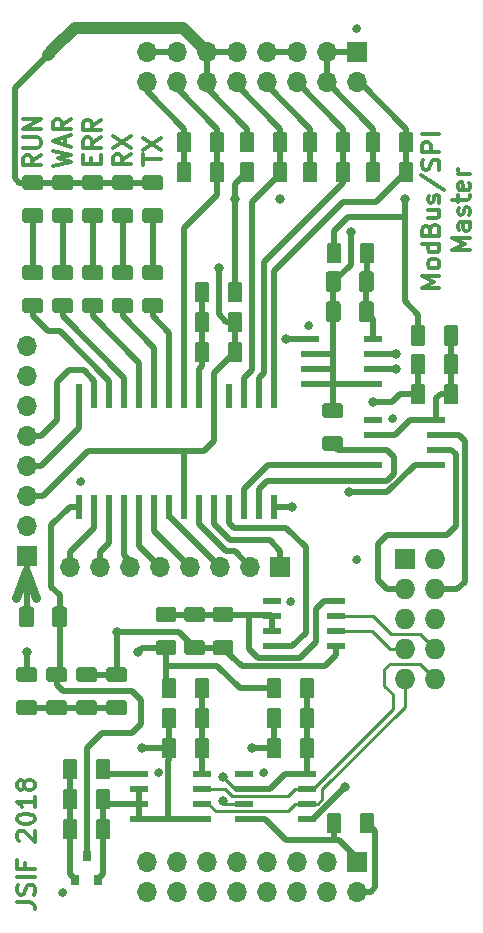
<source format=gbr>
G04 #@! TF.GenerationSoftware,KiCad,Pcbnew,(5.0.0)*
G04 #@! TF.CreationDate,2018-10-08T22:47:34+02:00*
G04 #@! TF.ProjectId,TrackModBusMaster_piggyback,547261636B4D6F644275734D61737465,rev?*
G04 #@! TF.SameCoordinates,Original*
G04 #@! TF.FileFunction,Copper,L1,Top,Signal*
G04 #@! TF.FilePolarity,Positive*
%FSLAX46Y46*%
G04 Gerber Fmt 4.6, Leading zero omitted, Abs format (unit mm)*
G04 Created by KiCad (PCBNEW (5.0.0)) date 10/08/18 22:47:34*
%MOMM*%
%LPD*%
G01*
G04 APERTURE LIST*
G04 #@! TA.AperFunction,NonConductor*
%ADD10C,0.750000*%
G04 #@! TD*
G04 #@! TA.AperFunction,NonConductor*
%ADD11C,0.300000*%
G04 #@! TD*
G04 #@! TA.AperFunction,NonConductor*
%ADD12C,0.500000*%
G04 #@! TD*
G04 #@! TA.AperFunction,ComponentPad*
%ADD13O,1.700000X1.700000*%
G04 #@! TD*
G04 #@! TA.AperFunction,ComponentPad*
%ADD14R,1.700000X1.700000*%
G04 #@! TD*
G04 #@! TA.AperFunction,Conductor*
%ADD15C,0.100000*%
G04 #@! TD*
G04 #@! TA.AperFunction,SMDPad,CuDef*
%ADD16C,1.250000*%
G04 #@! TD*
G04 #@! TA.AperFunction,ComponentPad*
%ADD17R,1.727200X1.727200*%
G04 #@! TD*
G04 #@! TA.AperFunction,ComponentPad*
%ADD18O,1.727200X1.727200*%
G04 #@! TD*
G04 #@! TA.AperFunction,SMDPad,CuDef*
%ADD19R,0.800000X0.900000*%
G04 #@! TD*
G04 #@! TA.AperFunction,SMDPad,CuDef*
%ADD20R,1.550000X0.600000*%
G04 #@! TD*
G04 #@! TA.AperFunction,SMDPad,CuDef*
%ADD21R,0.600000X2.000000*%
G04 #@! TD*
G04 #@! TA.AperFunction,ViaPad*
%ADD22C,0.800000*%
G04 #@! TD*
G04 #@! TA.AperFunction,ViaPad*
%ADD23C,1.000000*%
G04 #@! TD*
G04 #@! TA.AperFunction,Conductor*
%ADD24C,0.500000*%
G04 #@! TD*
G04 #@! TA.AperFunction,Conductor*
%ADD25C,1.000000*%
G04 #@! TD*
G04 #@! TA.AperFunction,Conductor*
%ADD26C,0.250000*%
G04 #@! TD*
G04 APERTURE END LIST*
D10*
X105783142Y-91947857D02*
X106640285Y-89662142D01*
X107497428Y-91947857D01*
D11*
X141643571Y-65682000D02*
X140143571Y-65682000D01*
X141215000Y-65182000D01*
X140143571Y-64682000D01*
X141643571Y-64682000D01*
X141643571Y-63753428D02*
X141572142Y-63896285D01*
X141500714Y-63967714D01*
X141357857Y-64039142D01*
X140929285Y-64039142D01*
X140786428Y-63967714D01*
X140715000Y-63896285D01*
X140643571Y-63753428D01*
X140643571Y-63539142D01*
X140715000Y-63396285D01*
X140786428Y-63324857D01*
X140929285Y-63253428D01*
X141357857Y-63253428D01*
X141500714Y-63324857D01*
X141572142Y-63396285D01*
X141643571Y-63539142D01*
X141643571Y-63753428D01*
X141643571Y-61967714D02*
X140143571Y-61967714D01*
X141572142Y-61967714D02*
X141643571Y-62110571D01*
X141643571Y-62396285D01*
X141572142Y-62539142D01*
X141500714Y-62610571D01*
X141357857Y-62682000D01*
X140929285Y-62682000D01*
X140786428Y-62610571D01*
X140715000Y-62539142D01*
X140643571Y-62396285D01*
X140643571Y-62110571D01*
X140715000Y-61967714D01*
X140857857Y-60753428D02*
X140929285Y-60539142D01*
X141000714Y-60467714D01*
X141143571Y-60396285D01*
X141357857Y-60396285D01*
X141500714Y-60467714D01*
X141572142Y-60539142D01*
X141643571Y-60682000D01*
X141643571Y-61253428D01*
X140143571Y-61253428D01*
X140143571Y-60753428D01*
X140215000Y-60610571D01*
X140286428Y-60539142D01*
X140429285Y-60467714D01*
X140572142Y-60467714D01*
X140715000Y-60539142D01*
X140786428Y-60610571D01*
X140857857Y-60753428D01*
X140857857Y-61253428D01*
X140643571Y-59110571D02*
X141643571Y-59110571D01*
X140643571Y-59753428D02*
X141429285Y-59753428D01*
X141572142Y-59682000D01*
X141643571Y-59539142D01*
X141643571Y-59324857D01*
X141572142Y-59182000D01*
X141500714Y-59110571D01*
X141572142Y-58467714D02*
X141643571Y-58324857D01*
X141643571Y-58039142D01*
X141572142Y-57896285D01*
X141429285Y-57824857D01*
X141357857Y-57824857D01*
X141215000Y-57896285D01*
X141143571Y-58039142D01*
X141143571Y-58253428D01*
X141072142Y-58396285D01*
X140929285Y-58467714D01*
X140857857Y-58467714D01*
X140715000Y-58396285D01*
X140643571Y-58253428D01*
X140643571Y-58039142D01*
X140715000Y-57896285D01*
X140072142Y-56110571D02*
X142000714Y-57396285D01*
X141572142Y-55682000D02*
X141643571Y-55467714D01*
X141643571Y-55110571D01*
X141572142Y-54967714D01*
X141500714Y-54896285D01*
X141357857Y-54824857D01*
X141215000Y-54824857D01*
X141072142Y-54896285D01*
X141000714Y-54967714D01*
X140929285Y-55110571D01*
X140857857Y-55396285D01*
X140786428Y-55539142D01*
X140715000Y-55610571D01*
X140572142Y-55682000D01*
X140429285Y-55682000D01*
X140286428Y-55610571D01*
X140215000Y-55539142D01*
X140143571Y-55396285D01*
X140143571Y-55039142D01*
X140215000Y-54824857D01*
X141643571Y-54182000D02*
X140143571Y-54182000D01*
X140143571Y-53610571D01*
X140215000Y-53467714D01*
X140286428Y-53396285D01*
X140429285Y-53324857D01*
X140643571Y-53324857D01*
X140786428Y-53396285D01*
X140857857Y-53467714D01*
X140929285Y-53610571D01*
X140929285Y-54182000D01*
X141643571Y-52682000D02*
X140143571Y-52682000D01*
X144193571Y-62503428D02*
X142693571Y-62503428D01*
X143765000Y-62003428D01*
X142693571Y-61503428D01*
X144193571Y-61503428D01*
X144193571Y-60146285D02*
X143407857Y-60146285D01*
X143265000Y-60217714D01*
X143193571Y-60360571D01*
X143193571Y-60646285D01*
X143265000Y-60789142D01*
X144122142Y-60146285D02*
X144193571Y-60289142D01*
X144193571Y-60646285D01*
X144122142Y-60789142D01*
X143979285Y-60860571D01*
X143836428Y-60860571D01*
X143693571Y-60789142D01*
X143622142Y-60646285D01*
X143622142Y-60289142D01*
X143550714Y-60146285D01*
X144122142Y-59503428D02*
X144193571Y-59360571D01*
X144193571Y-59074857D01*
X144122142Y-58932000D01*
X143979285Y-58860571D01*
X143907857Y-58860571D01*
X143765000Y-58932000D01*
X143693571Y-59074857D01*
X143693571Y-59289142D01*
X143622142Y-59432000D01*
X143479285Y-59503428D01*
X143407857Y-59503428D01*
X143265000Y-59432000D01*
X143193571Y-59289142D01*
X143193571Y-59074857D01*
X143265000Y-58932000D01*
X143193571Y-58432000D02*
X143193571Y-57860571D01*
X142693571Y-58217714D02*
X143979285Y-58217714D01*
X144122142Y-58146285D01*
X144193571Y-58003428D01*
X144193571Y-57860571D01*
X144122142Y-56789142D02*
X144193571Y-56932000D01*
X144193571Y-57217714D01*
X144122142Y-57360571D01*
X143979285Y-57432000D01*
X143407857Y-57432000D01*
X143265000Y-57360571D01*
X143193571Y-57217714D01*
X143193571Y-56932000D01*
X143265000Y-56789142D01*
X143407857Y-56717714D01*
X143550714Y-56717714D01*
X143693571Y-57432000D01*
X144193571Y-56074857D02*
X143193571Y-56074857D01*
X143479285Y-56074857D02*
X143336428Y-56003428D01*
X143265000Y-55932000D01*
X143193571Y-55789142D01*
X143193571Y-55646285D01*
X105858571Y-117704571D02*
X106930000Y-117704571D01*
X107144285Y-117776000D01*
X107287142Y-117918857D01*
X107358571Y-118133142D01*
X107358571Y-118276000D01*
X107287142Y-117061714D02*
X107358571Y-116847428D01*
X107358571Y-116490285D01*
X107287142Y-116347428D01*
X107215714Y-116276000D01*
X107072857Y-116204571D01*
X106930000Y-116204571D01*
X106787142Y-116276000D01*
X106715714Y-116347428D01*
X106644285Y-116490285D01*
X106572857Y-116776000D01*
X106501428Y-116918857D01*
X106430000Y-116990285D01*
X106287142Y-117061714D01*
X106144285Y-117061714D01*
X106001428Y-116990285D01*
X105930000Y-116918857D01*
X105858571Y-116776000D01*
X105858571Y-116418857D01*
X105930000Y-116204571D01*
X107358571Y-115561714D02*
X105858571Y-115561714D01*
X106572857Y-114347428D02*
X106572857Y-114847428D01*
X107358571Y-114847428D02*
X105858571Y-114847428D01*
X105858571Y-114133142D01*
X106001428Y-112490285D02*
X105930000Y-112418857D01*
X105858571Y-112276000D01*
X105858571Y-111918857D01*
X105930000Y-111776000D01*
X106001428Y-111704571D01*
X106144285Y-111633142D01*
X106287142Y-111633142D01*
X106501428Y-111704571D01*
X107358571Y-112561714D01*
X107358571Y-111633142D01*
X105858571Y-110704571D02*
X105858571Y-110561714D01*
X105930000Y-110418857D01*
X106001428Y-110347428D01*
X106144285Y-110276000D01*
X106430000Y-110204571D01*
X106787142Y-110204571D01*
X107072857Y-110276000D01*
X107215714Y-110347428D01*
X107287142Y-110418857D01*
X107358571Y-110561714D01*
X107358571Y-110704571D01*
X107287142Y-110847428D01*
X107215714Y-110918857D01*
X107072857Y-110990285D01*
X106787142Y-111061714D01*
X106430000Y-111061714D01*
X106144285Y-110990285D01*
X106001428Y-110918857D01*
X105930000Y-110847428D01*
X105858571Y-110704571D01*
X107358571Y-108776000D02*
X107358571Y-109633142D01*
X107358571Y-109204571D02*
X105858571Y-109204571D01*
X106072857Y-109347428D01*
X106215714Y-109490285D01*
X106287142Y-109633142D01*
X106501428Y-107918857D02*
X106430000Y-108061714D01*
X106358571Y-108133142D01*
X106215714Y-108204571D01*
X106144285Y-108204571D01*
X106001428Y-108133142D01*
X105930000Y-108061714D01*
X105858571Y-107918857D01*
X105858571Y-107633142D01*
X105930000Y-107490285D01*
X106001428Y-107418857D01*
X106144285Y-107347428D01*
X106215714Y-107347428D01*
X106358571Y-107418857D01*
X106430000Y-107490285D01*
X106501428Y-107633142D01*
X106501428Y-107918857D01*
X106572857Y-108061714D01*
X106644285Y-108133142D01*
X106787142Y-108204571D01*
X107072857Y-108204571D01*
X107215714Y-108133142D01*
X107287142Y-108061714D01*
X107358571Y-107918857D01*
X107358571Y-107633142D01*
X107287142Y-107490285D01*
X107215714Y-107418857D01*
X107072857Y-107347428D01*
X106787142Y-107347428D01*
X106644285Y-107418857D01*
X106572857Y-107490285D01*
X106501428Y-107633142D01*
D12*
X134620000Y-88598285D02*
X134715238Y-88693523D01*
X134620000Y-88788761D01*
X134524761Y-88693523D01*
X134620000Y-88598285D01*
X134620000Y-88788761D01*
X134620000Y-43640285D02*
X134715238Y-43735523D01*
X134620000Y-43830761D01*
X134524761Y-43735523D01*
X134620000Y-43640285D01*
X134620000Y-43830761D01*
X109728000Y-116792285D02*
X109823238Y-116887523D01*
X109728000Y-116982761D01*
X109632761Y-116887523D01*
X109728000Y-116792285D01*
X109728000Y-116982761D01*
X111252000Y-81994285D02*
X111347238Y-82089523D01*
X111252000Y-82184761D01*
X111156761Y-82089523D01*
X111252000Y-81994285D01*
X111252000Y-82184761D01*
X117856000Y-106632285D02*
X117951238Y-106727523D01*
X117856000Y-106822761D01*
X117760761Y-106727523D01*
X117856000Y-106632285D01*
X117856000Y-106822761D01*
X126746000Y-106632285D02*
X126841238Y-106727523D01*
X126746000Y-106822761D01*
X126650761Y-106727523D01*
X126746000Y-106632285D01*
X126746000Y-106822761D01*
X129032000Y-92154285D02*
X129127238Y-92249523D01*
X129032000Y-92344761D01*
X128936761Y-92249523D01*
X129032000Y-92154285D01*
X129032000Y-92344761D01*
X137668000Y-76660285D02*
X137763238Y-76755523D01*
X137668000Y-76850761D01*
X137572761Y-76755523D01*
X137668000Y-76660285D01*
X137668000Y-76850761D01*
X130556000Y-68786285D02*
X130651238Y-68881523D01*
X130556000Y-68976761D01*
X130460761Y-68881523D01*
X130556000Y-68786285D01*
X130556000Y-68976761D01*
D11*
X115486571Y-54352000D02*
X114772285Y-54852000D01*
X115486571Y-55209142D02*
X113986571Y-55209142D01*
X113986571Y-54637714D01*
X114058000Y-54494857D01*
X114129428Y-54423428D01*
X114272285Y-54352000D01*
X114486571Y-54352000D01*
X114629428Y-54423428D01*
X114700857Y-54494857D01*
X114772285Y-54637714D01*
X114772285Y-55209142D01*
X113986571Y-53852000D02*
X115486571Y-52852000D01*
X113986571Y-52852000D02*
X115486571Y-53852000D01*
X116526571Y-55244857D02*
X116526571Y-54387714D01*
X118026571Y-54816285D02*
X116526571Y-54816285D01*
X116526571Y-54030571D02*
X118026571Y-53030571D01*
X116526571Y-53030571D02*
X118026571Y-54030571D01*
X112160857Y-55161428D02*
X112160857Y-54661428D01*
X112946571Y-54447142D02*
X112946571Y-55161428D01*
X111446571Y-55161428D01*
X111446571Y-54447142D01*
X112946571Y-52947142D02*
X112232285Y-53447142D01*
X112946571Y-53804285D02*
X111446571Y-53804285D01*
X111446571Y-53232857D01*
X111518000Y-53090000D01*
X111589428Y-53018571D01*
X111732285Y-52947142D01*
X111946571Y-52947142D01*
X112089428Y-53018571D01*
X112160857Y-53090000D01*
X112232285Y-53232857D01*
X112232285Y-53804285D01*
X112946571Y-51447142D02*
X112232285Y-51947142D01*
X112946571Y-52304285D02*
X111446571Y-52304285D01*
X111446571Y-51732857D01*
X111518000Y-51590000D01*
X111589428Y-51518571D01*
X111732285Y-51447142D01*
X111946571Y-51447142D01*
X112089428Y-51518571D01*
X112160857Y-51590000D01*
X112232285Y-51732857D01*
X112232285Y-52304285D01*
X108906571Y-55375714D02*
X110406571Y-55018571D01*
X109335142Y-54732857D01*
X110406571Y-54447142D01*
X108906571Y-54090000D01*
X109978000Y-53590000D02*
X109978000Y-52875714D01*
X110406571Y-53732857D02*
X108906571Y-53232857D01*
X110406571Y-52732857D01*
X110406571Y-51375714D02*
X109692285Y-51875714D01*
X110406571Y-52232857D02*
X108906571Y-52232857D01*
X108906571Y-51661428D01*
X108978000Y-51518571D01*
X109049428Y-51447142D01*
X109192285Y-51375714D01*
X109406571Y-51375714D01*
X109549428Y-51447142D01*
X109620857Y-51518571D01*
X109692285Y-51661428D01*
X109692285Y-52232857D01*
X107866571Y-54447142D02*
X107152285Y-54947142D01*
X107866571Y-55304285D02*
X106366571Y-55304285D01*
X106366571Y-54732857D01*
X106438000Y-54590000D01*
X106509428Y-54518571D01*
X106652285Y-54447142D01*
X106866571Y-54447142D01*
X107009428Y-54518571D01*
X107080857Y-54590000D01*
X107152285Y-54732857D01*
X107152285Y-55304285D01*
X106366571Y-53804285D02*
X107580857Y-53804285D01*
X107723714Y-53732857D01*
X107795142Y-53661428D01*
X107866571Y-53518571D01*
X107866571Y-53232857D01*
X107795142Y-53090000D01*
X107723714Y-53018571D01*
X107580857Y-52947142D01*
X106366571Y-52947142D01*
X107866571Y-52232857D02*
X106366571Y-52232857D01*
X107866571Y-51375714D01*
X106366571Y-51375714D01*
D13*
G04 #@! TO.P,J1,16*
G04 #@! TO.N,GND*
X116840000Y-48260000D03*
G04 #@! TO.P,J1,15*
G04 #@! TO.N,+3.3VP*
X116840000Y-45720000D03*
G04 #@! TO.P,J1,14*
G04 #@! TO.N,SCK1*
X119380000Y-48260000D03*
G04 #@! TO.P,J1,13*
G04 #@! TO.N,+3.3VP*
X119380000Y-45720000D03*
G04 #@! TO.P,J1,12*
G04 #@! TO.N,GND*
X121920000Y-48260000D03*
G04 #@! TO.P,J1,11*
X121920000Y-45720000D03*
G04 #@! TO.P,J1,10*
G04 #@! TO.N,SS1*
X124460000Y-48260000D03*
G04 #@! TO.P,J1,9*
G04 #@! TO.N,GND*
X124460000Y-45720000D03*
G04 #@! TO.P,J1,8*
X127000000Y-48260000D03*
G04 #@! TO.P,J1,7*
G04 #@! TO.N,+5V*
X127000000Y-45720000D03*
G04 #@! TO.P,J1,6*
G04 #@! TO.N,SDO*
X129540000Y-48260000D03*
G04 #@! TO.P,J1,5*
G04 #@! TO.N,+5V*
X129540000Y-45720000D03*
G04 #@! TO.P,J1,4*
G04 #@! TO.N,GND*
X132080000Y-48260000D03*
G04 #@! TO.P,J1,3*
X132080000Y-45720000D03*
G04 #@! TO.P,J1,2*
G04 #@! TO.N,SDI*
X134620000Y-48260000D03*
D14*
G04 #@! TO.P,J1,1*
G04 #@! TO.N,GND*
X134620000Y-45720000D03*
G04 #@! TD*
D15*
G04 #@! TO.N,GND*
G04 #@! TO.C,C3*
G36*
X140223504Y-71262204D02*
X140247773Y-71265804D01*
X140271571Y-71271765D01*
X140294671Y-71280030D01*
X140316849Y-71290520D01*
X140337893Y-71303133D01*
X140357598Y-71317747D01*
X140375777Y-71334223D01*
X140392253Y-71352402D01*
X140406867Y-71372107D01*
X140419480Y-71393151D01*
X140429970Y-71415329D01*
X140438235Y-71438429D01*
X140444196Y-71462227D01*
X140447796Y-71486496D01*
X140449000Y-71511000D01*
X140449000Y-72761000D01*
X140447796Y-72785504D01*
X140444196Y-72809773D01*
X140438235Y-72833571D01*
X140429970Y-72856671D01*
X140419480Y-72878849D01*
X140406867Y-72899893D01*
X140392253Y-72919598D01*
X140375777Y-72937777D01*
X140357598Y-72954253D01*
X140337893Y-72968867D01*
X140316849Y-72981480D01*
X140294671Y-72991970D01*
X140271571Y-73000235D01*
X140247773Y-73006196D01*
X140223504Y-73009796D01*
X140199000Y-73011000D01*
X139449000Y-73011000D01*
X139424496Y-73009796D01*
X139400227Y-73006196D01*
X139376429Y-73000235D01*
X139353329Y-72991970D01*
X139331151Y-72981480D01*
X139310107Y-72968867D01*
X139290402Y-72954253D01*
X139272223Y-72937777D01*
X139255747Y-72919598D01*
X139241133Y-72899893D01*
X139228520Y-72878849D01*
X139218030Y-72856671D01*
X139209765Y-72833571D01*
X139203804Y-72809773D01*
X139200204Y-72785504D01*
X139199000Y-72761000D01*
X139199000Y-71511000D01*
X139200204Y-71486496D01*
X139203804Y-71462227D01*
X139209765Y-71438429D01*
X139218030Y-71415329D01*
X139228520Y-71393151D01*
X139241133Y-71372107D01*
X139255747Y-71352402D01*
X139272223Y-71334223D01*
X139290402Y-71317747D01*
X139310107Y-71303133D01*
X139331151Y-71290520D01*
X139353329Y-71280030D01*
X139376429Y-71271765D01*
X139400227Y-71265804D01*
X139424496Y-71262204D01*
X139449000Y-71261000D01*
X140199000Y-71261000D01*
X140223504Y-71262204D01*
X140223504Y-71262204D01*
G37*
D16*
G04 #@! TD*
G04 #@! TO.P,C3,2*
G04 #@! TO.N,GND*
X139824000Y-72136000D03*
D15*
G04 #@! TO.N,Net-(C3-Pad1)*
G04 #@! TO.C,C3*
G36*
X143023504Y-71262204D02*
X143047773Y-71265804D01*
X143071571Y-71271765D01*
X143094671Y-71280030D01*
X143116849Y-71290520D01*
X143137893Y-71303133D01*
X143157598Y-71317747D01*
X143175777Y-71334223D01*
X143192253Y-71352402D01*
X143206867Y-71372107D01*
X143219480Y-71393151D01*
X143229970Y-71415329D01*
X143238235Y-71438429D01*
X143244196Y-71462227D01*
X143247796Y-71486496D01*
X143249000Y-71511000D01*
X143249000Y-72761000D01*
X143247796Y-72785504D01*
X143244196Y-72809773D01*
X143238235Y-72833571D01*
X143229970Y-72856671D01*
X143219480Y-72878849D01*
X143206867Y-72899893D01*
X143192253Y-72919598D01*
X143175777Y-72937777D01*
X143157598Y-72954253D01*
X143137893Y-72968867D01*
X143116849Y-72981480D01*
X143094671Y-72991970D01*
X143071571Y-73000235D01*
X143047773Y-73006196D01*
X143023504Y-73009796D01*
X142999000Y-73011000D01*
X142249000Y-73011000D01*
X142224496Y-73009796D01*
X142200227Y-73006196D01*
X142176429Y-73000235D01*
X142153329Y-72991970D01*
X142131151Y-72981480D01*
X142110107Y-72968867D01*
X142090402Y-72954253D01*
X142072223Y-72937777D01*
X142055747Y-72919598D01*
X142041133Y-72899893D01*
X142028520Y-72878849D01*
X142018030Y-72856671D01*
X142009765Y-72833571D01*
X142003804Y-72809773D01*
X142000204Y-72785504D01*
X141999000Y-72761000D01*
X141999000Y-71511000D01*
X142000204Y-71486496D01*
X142003804Y-71462227D01*
X142009765Y-71438429D01*
X142018030Y-71415329D01*
X142028520Y-71393151D01*
X142041133Y-71372107D01*
X142055747Y-71352402D01*
X142072223Y-71334223D01*
X142090402Y-71317747D01*
X142110107Y-71303133D01*
X142131151Y-71290520D01*
X142153329Y-71280030D01*
X142176429Y-71271765D01*
X142200227Y-71265804D01*
X142224496Y-71262204D01*
X142249000Y-71261000D01*
X142999000Y-71261000D01*
X143023504Y-71262204D01*
X143023504Y-71262204D01*
G37*
D16*
G04 #@! TD*
G04 #@! TO.P,C3,1*
G04 #@! TO.N,Net-(C3-Pad1)*
X142624000Y-72136000D03*
D15*
G04 #@! TO.N,Net-(C3-Pad1)*
G04 #@! TO.C,C6*
G36*
X143023504Y-73802204D02*
X143047773Y-73805804D01*
X143071571Y-73811765D01*
X143094671Y-73820030D01*
X143116849Y-73830520D01*
X143137893Y-73843133D01*
X143157598Y-73857747D01*
X143175777Y-73874223D01*
X143192253Y-73892402D01*
X143206867Y-73912107D01*
X143219480Y-73933151D01*
X143229970Y-73955329D01*
X143238235Y-73978429D01*
X143244196Y-74002227D01*
X143247796Y-74026496D01*
X143249000Y-74051000D01*
X143249000Y-75301000D01*
X143247796Y-75325504D01*
X143244196Y-75349773D01*
X143238235Y-75373571D01*
X143229970Y-75396671D01*
X143219480Y-75418849D01*
X143206867Y-75439893D01*
X143192253Y-75459598D01*
X143175777Y-75477777D01*
X143157598Y-75494253D01*
X143137893Y-75508867D01*
X143116849Y-75521480D01*
X143094671Y-75531970D01*
X143071571Y-75540235D01*
X143047773Y-75546196D01*
X143023504Y-75549796D01*
X142999000Y-75551000D01*
X142249000Y-75551000D01*
X142224496Y-75549796D01*
X142200227Y-75546196D01*
X142176429Y-75540235D01*
X142153329Y-75531970D01*
X142131151Y-75521480D01*
X142110107Y-75508867D01*
X142090402Y-75494253D01*
X142072223Y-75477777D01*
X142055747Y-75459598D01*
X142041133Y-75439893D01*
X142028520Y-75418849D01*
X142018030Y-75396671D01*
X142009765Y-75373571D01*
X142003804Y-75349773D01*
X142000204Y-75325504D01*
X141999000Y-75301000D01*
X141999000Y-74051000D01*
X142000204Y-74026496D01*
X142003804Y-74002227D01*
X142009765Y-73978429D01*
X142018030Y-73955329D01*
X142028520Y-73933151D01*
X142041133Y-73912107D01*
X142055747Y-73892402D01*
X142072223Y-73874223D01*
X142090402Y-73857747D01*
X142110107Y-73843133D01*
X142131151Y-73830520D01*
X142153329Y-73820030D01*
X142176429Y-73811765D01*
X142200227Y-73805804D01*
X142224496Y-73802204D01*
X142249000Y-73801000D01*
X142999000Y-73801000D01*
X143023504Y-73802204D01*
X143023504Y-73802204D01*
G37*
D16*
G04 #@! TD*
G04 #@! TO.P,C6,1*
G04 #@! TO.N,Net-(C3-Pad1)*
X142624000Y-74676000D03*
D15*
G04 #@! TO.N,GND*
G04 #@! TO.C,C6*
G36*
X140223504Y-73802204D02*
X140247773Y-73805804D01*
X140271571Y-73811765D01*
X140294671Y-73820030D01*
X140316849Y-73830520D01*
X140337893Y-73843133D01*
X140357598Y-73857747D01*
X140375777Y-73874223D01*
X140392253Y-73892402D01*
X140406867Y-73912107D01*
X140419480Y-73933151D01*
X140429970Y-73955329D01*
X140438235Y-73978429D01*
X140444196Y-74002227D01*
X140447796Y-74026496D01*
X140449000Y-74051000D01*
X140449000Y-75301000D01*
X140447796Y-75325504D01*
X140444196Y-75349773D01*
X140438235Y-75373571D01*
X140429970Y-75396671D01*
X140419480Y-75418849D01*
X140406867Y-75439893D01*
X140392253Y-75459598D01*
X140375777Y-75477777D01*
X140357598Y-75494253D01*
X140337893Y-75508867D01*
X140316849Y-75521480D01*
X140294671Y-75531970D01*
X140271571Y-75540235D01*
X140247773Y-75546196D01*
X140223504Y-75549796D01*
X140199000Y-75551000D01*
X139449000Y-75551000D01*
X139424496Y-75549796D01*
X139400227Y-75546196D01*
X139376429Y-75540235D01*
X139353329Y-75531970D01*
X139331151Y-75521480D01*
X139310107Y-75508867D01*
X139290402Y-75494253D01*
X139272223Y-75477777D01*
X139255747Y-75459598D01*
X139241133Y-75439893D01*
X139228520Y-75418849D01*
X139218030Y-75396671D01*
X139209765Y-75373571D01*
X139203804Y-75349773D01*
X139200204Y-75325504D01*
X139199000Y-75301000D01*
X139199000Y-74051000D01*
X139200204Y-74026496D01*
X139203804Y-74002227D01*
X139209765Y-73978429D01*
X139218030Y-73955329D01*
X139228520Y-73933151D01*
X139241133Y-73912107D01*
X139255747Y-73892402D01*
X139272223Y-73874223D01*
X139290402Y-73857747D01*
X139310107Y-73843133D01*
X139331151Y-73830520D01*
X139353329Y-73820030D01*
X139376429Y-73811765D01*
X139400227Y-73805804D01*
X139424496Y-73802204D01*
X139449000Y-73801000D01*
X140199000Y-73801000D01*
X140223504Y-73802204D01*
X140223504Y-73802204D01*
G37*
D16*
G04 #@! TD*
G04 #@! TO.P,C6,2*
G04 #@! TO.N,GND*
X139824000Y-74676000D03*
D15*
G04 #@! TO.N,Net-(C3-Pad1)*
G04 #@! TO.C,R3*
G36*
X143023504Y-68849204D02*
X143047773Y-68852804D01*
X143071571Y-68858765D01*
X143094671Y-68867030D01*
X143116849Y-68877520D01*
X143137893Y-68890133D01*
X143157598Y-68904747D01*
X143175777Y-68921223D01*
X143192253Y-68939402D01*
X143206867Y-68959107D01*
X143219480Y-68980151D01*
X143229970Y-69002329D01*
X143238235Y-69025429D01*
X143244196Y-69049227D01*
X143247796Y-69073496D01*
X143249000Y-69098000D01*
X143249000Y-70348000D01*
X143247796Y-70372504D01*
X143244196Y-70396773D01*
X143238235Y-70420571D01*
X143229970Y-70443671D01*
X143219480Y-70465849D01*
X143206867Y-70486893D01*
X143192253Y-70506598D01*
X143175777Y-70524777D01*
X143157598Y-70541253D01*
X143137893Y-70555867D01*
X143116849Y-70568480D01*
X143094671Y-70578970D01*
X143071571Y-70587235D01*
X143047773Y-70593196D01*
X143023504Y-70596796D01*
X142999000Y-70598000D01*
X142249000Y-70598000D01*
X142224496Y-70596796D01*
X142200227Y-70593196D01*
X142176429Y-70587235D01*
X142153329Y-70578970D01*
X142131151Y-70568480D01*
X142110107Y-70555867D01*
X142090402Y-70541253D01*
X142072223Y-70524777D01*
X142055747Y-70506598D01*
X142041133Y-70486893D01*
X142028520Y-70465849D01*
X142018030Y-70443671D01*
X142009765Y-70420571D01*
X142003804Y-70396773D01*
X142000204Y-70372504D01*
X141999000Y-70348000D01*
X141999000Y-69098000D01*
X142000204Y-69073496D01*
X142003804Y-69049227D01*
X142009765Y-69025429D01*
X142018030Y-69002329D01*
X142028520Y-68980151D01*
X142041133Y-68959107D01*
X142055747Y-68939402D01*
X142072223Y-68921223D01*
X142090402Y-68904747D01*
X142110107Y-68890133D01*
X142131151Y-68877520D01*
X142153329Y-68867030D01*
X142176429Y-68858765D01*
X142200227Y-68852804D01*
X142224496Y-68849204D01*
X142249000Y-68848000D01*
X142999000Y-68848000D01*
X143023504Y-68849204D01*
X143023504Y-68849204D01*
G37*
D16*
G04 #@! TD*
G04 #@! TO.P,R3,2*
G04 #@! TO.N,Net-(C3-Pad1)*
X142624000Y-69723000D03*
D15*
G04 #@! TO.N,+5V*
G04 #@! TO.C,R3*
G36*
X140223504Y-68849204D02*
X140247773Y-68852804D01*
X140271571Y-68858765D01*
X140294671Y-68867030D01*
X140316849Y-68877520D01*
X140337893Y-68890133D01*
X140357598Y-68904747D01*
X140375777Y-68921223D01*
X140392253Y-68939402D01*
X140406867Y-68959107D01*
X140419480Y-68980151D01*
X140429970Y-69002329D01*
X140438235Y-69025429D01*
X140444196Y-69049227D01*
X140447796Y-69073496D01*
X140449000Y-69098000D01*
X140449000Y-70348000D01*
X140447796Y-70372504D01*
X140444196Y-70396773D01*
X140438235Y-70420571D01*
X140429970Y-70443671D01*
X140419480Y-70465849D01*
X140406867Y-70486893D01*
X140392253Y-70506598D01*
X140375777Y-70524777D01*
X140357598Y-70541253D01*
X140337893Y-70555867D01*
X140316849Y-70568480D01*
X140294671Y-70578970D01*
X140271571Y-70587235D01*
X140247773Y-70593196D01*
X140223504Y-70596796D01*
X140199000Y-70598000D01*
X139449000Y-70598000D01*
X139424496Y-70596796D01*
X139400227Y-70593196D01*
X139376429Y-70587235D01*
X139353329Y-70578970D01*
X139331151Y-70568480D01*
X139310107Y-70555867D01*
X139290402Y-70541253D01*
X139272223Y-70524777D01*
X139255747Y-70506598D01*
X139241133Y-70486893D01*
X139228520Y-70465849D01*
X139218030Y-70443671D01*
X139209765Y-70420571D01*
X139203804Y-70396773D01*
X139200204Y-70372504D01*
X139199000Y-70348000D01*
X139199000Y-69098000D01*
X139200204Y-69073496D01*
X139203804Y-69049227D01*
X139209765Y-69025429D01*
X139218030Y-69002329D01*
X139228520Y-68980151D01*
X139241133Y-68959107D01*
X139255747Y-68939402D01*
X139272223Y-68921223D01*
X139290402Y-68904747D01*
X139310107Y-68890133D01*
X139331151Y-68877520D01*
X139353329Y-68867030D01*
X139376429Y-68858765D01*
X139400227Y-68852804D01*
X139424496Y-68849204D01*
X139449000Y-68848000D01*
X140199000Y-68848000D01*
X140223504Y-68849204D01*
X140223504Y-68849204D01*
G37*
D16*
G04 #@! TD*
G04 #@! TO.P,R3,1*
G04 #@! TO.N,+5V*
X139824000Y-69723000D03*
D15*
G04 #@! TO.N,Net-(D2-Pad2)*
G04 #@! TO.C,D2*
G36*
X110377504Y-58942204D02*
X110401773Y-58945804D01*
X110425571Y-58951765D01*
X110448671Y-58960030D01*
X110470849Y-58970520D01*
X110491893Y-58983133D01*
X110511598Y-58997747D01*
X110529777Y-59014223D01*
X110546253Y-59032402D01*
X110560867Y-59052107D01*
X110573480Y-59073151D01*
X110583970Y-59095329D01*
X110592235Y-59118429D01*
X110598196Y-59142227D01*
X110601796Y-59166496D01*
X110603000Y-59191000D01*
X110603000Y-59941000D01*
X110601796Y-59965504D01*
X110598196Y-59989773D01*
X110592235Y-60013571D01*
X110583970Y-60036671D01*
X110573480Y-60058849D01*
X110560867Y-60079893D01*
X110546253Y-60099598D01*
X110529777Y-60117777D01*
X110511598Y-60134253D01*
X110491893Y-60148867D01*
X110470849Y-60161480D01*
X110448671Y-60171970D01*
X110425571Y-60180235D01*
X110401773Y-60186196D01*
X110377504Y-60189796D01*
X110353000Y-60191000D01*
X109103000Y-60191000D01*
X109078496Y-60189796D01*
X109054227Y-60186196D01*
X109030429Y-60180235D01*
X109007329Y-60171970D01*
X108985151Y-60161480D01*
X108964107Y-60148867D01*
X108944402Y-60134253D01*
X108926223Y-60117777D01*
X108909747Y-60099598D01*
X108895133Y-60079893D01*
X108882520Y-60058849D01*
X108872030Y-60036671D01*
X108863765Y-60013571D01*
X108857804Y-59989773D01*
X108854204Y-59965504D01*
X108853000Y-59941000D01*
X108853000Y-59191000D01*
X108854204Y-59166496D01*
X108857804Y-59142227D01*
X108863765Y-59118429D01*
X108872030Y-59095329D01*
X108882520Y-59073151D01*
X108895133Y-59052107D01*
X108909747Y-59032402D01*
X108926223Y-59014223D01*
X108944402Y-58997747D01*
X108964107Y-58983133D01*
X108985151Y-58970520D01*
X109007329Y-58960030D01*
X109030429Y-58951765D01*
X109054227Y-58945804D01*
X109078496Y-58942204D01*
X109103000Y-58941000D01*
X110353000Y-58941000D01*
X110377504Y-58942204D01*
X110377504Y-58942204D01*
G37*
D16*
G04 #@! TD*
G04 #@! TO.P,D2,2*
G04 #@! TO.N,Net-(D2-Pad2)*
X109728000Y-59566000D03*
D15*
G04 #@! TO.N,GND*
G04 #@! TO.C,D2*
G36*
X110377504Y-56142204D02*
X110401773Y-56145804D01*
X110425571Y-56151765D01*
X110448671Y-56160030D01*
X110470849Y-56170520D01*
X110491893Y-56183133D01*
X110511598Y-56197747D01*
X110529777Y-56214223D01*
X110546253Y-56232402D01*
X110560867Y-56252107D01*
X110573480Y-56273151D01*
X110583970Y-56295329D01*
X110592235Y-56318429D01*
X110598196Y-56342227D01*
X110601796Y-56366496D01*
X110603000Y-56391000D01*
X110603000Y-57141000D01*
X110601796Y-57165504D01*
X110598196Y-57189773D01*
X110592235Y-57213571D01*
X110583970Y-57236671D01*
X110573480Y-57258849D01*
X110560867Y-57279893D01*
X110546253Y-57299598D01*
X110529777Y-57317777D01*
X110511598Y-57334253D01*
X110491893Y-57348867D01*
X110470849Y-57361480D01*
X110448671Y-57371970D01*
X110425571Y-57380235D01*
X110401773Y-57386196D01*
X110377504Y-57389796D01*
X110353000Y-57391000D01*
X109103000Y-57391000D01*
X109078496Y-57389796D01*
X109054227Y-57386196D01*
X109030429Y-57380235D01*
X109007329Y-57371970D01*
X108985151Y-57361480D01*
X108964107Y-57348867D01*
X108944402Y-57334253D01*
X108926223Y-57317777D01*
X108909747Y-57299598D01*
X108895133Y-57279893D01*
X108882520Y-57258849D01*
X108872030Y-57236671D01*
X108863765Y-57213571D01*
X108857804Y-57189773D01*
X108854204Y-57165504D01*
X108853000Y-57141000D01*
X108853000Y-56391000D01*
X108854204Y-56366496D01*
X108857804Y-56342227D01*
X108863765Y-56318429D01*
X108872030Y-56295329D01*
X108882520Y-56273151D01*
X108895133Y-56252107D01*
X108909747Y-56232402D01*
X108926223Y-56214223D01*
X108944402Y-56197747D01*
X108964107Y-56183133D01*
X108985151Y-56170520D01*
X109007329Y-56160030D01*
X109030429Y-56151765D01*
X109054227Y-56145804D01*
X109078496Y-56142204D01*
X109103000Y-56141000D01*
X110353000Y-56141000D01*
X110377504Y-56142204D01*
X110377504Y-56142204D01*
G37*
D16*
G04 #@! TD*
G04 #@! TO.P,D2,1*
G04 #@! TO.N,GND*
X109728000Y-56766000D03*
D15*
G04 #@! TO.N,GND*
G04 #@! TO.C,D1*
G36*
X107837504Y-56142204D02*
X107861773Y-56145804D01*
X107885571Y-56151765D01*
X107908671Y-56160030D01*
X107930849Y-56170520D01*
X107951893Y-56183133D01*
X107971598Y-56197747D01*
X107989777Y-56214223D01*
X108006253Y-56232402D01*
X108020867Y-56252107D01*
X108033480Y-56273151D01*
X108043970Y-56295329D01*
X108052235Y-56318429D01*
X108058196Y-56342227D01*
X108061796Y-56366496D01*
X108063000Y-56391000D01*
X108063000Y-57141000D01*
X108061796Y-57165504D01*
X108058196Y-57189773D01*
X108052235Y-57213571D01*
X108043970Y-57236671D01*
X108033480Y-57258849D01*
X108020867Y-57279893D01*
X108006253Y-57299598D01*
X107989777Y-57317777D01*
X107971598Y-57334253D01*
X107951893Y-57348867D01*
X107930849Y-57361480D01*
X107908671Y-57371970D01*
X107885571Y-57380235D01*
X107861773Y-57386196D01*
X107837504Y-57389796D01*
X107813000Y-57391000D01*
X106563000Y-57391000D01*
X106538496Y-57389796D01*
X106514227Y-57386196D01*
X106490429Y-57380235D01*
X106467329Y-57371970D01*
X106445151Y-57361480D01*
X106424107Y-57348867D01*
X106404402Y-57334253D01*
X106386223Y-57317777D01*
X106369747Y-57299598D01*
X106355133Y-57279893D01*
X106342520Y-57258849D01*
X106332030Y-57236671D01*
X106323765Y-57213571D01*
X106317804Y-57189773D01*
X106314204Y-57165504D01*
X106313000Y-57141000D01*
X106313000Y-56391000D01*
X106314204Y-56366496D01*
X106317804Y-56342227D01*
X106323765Y-56318429D01*
X106332030Y-56295329D01*
X106342520Y-56273151D01*
X106355133Y-56252107D01*
X106369747Y-56232402D01*
X106386223Y-56214223D01*
X106404402Y-56197747D01*
X106424107Y-56183133D01*
X106445151Y-56170520D01*
X106467329Y-56160030D01*
X106490429Y-56151765D01*
X106514227Y-56145804D01*
X106538496Y-56142204D01*
X106563000Y-56141000D01*
X107813000Y-56141000D01*
X107837504Y-56142204D01*
X107837504Y-56142204D01*
G37*
D16*
G04 #@! TD*
G04 #@! TO.P,D1,1*
G04 #@! TO.N,GND*
X107188000Y-56766000D03*
D15*
G04 #@! TO.N,Net-(D1-Pad2)*
G04 #@! TO.C,D1*
G36*
X107837504Y-58942204D02*
X107861773Y-58945804D01*
X107885571Y-58951765D01*
X107908671Y-58960030D01*
X107930849Y-58970520D01*
X107951893Y-58983133D01*
X107971598Y-58997747D01*
X107989777Y-59014223D01*
X108006253Y-59032402D01*
X108020867Y-59052107D01*
X108033480Y-59073151D01*
X108043970Y-59095329D01*
X108052235Y-59118429D01*
X108058196Y-59142227D01*
X108061796Y-59166496D01*
X108063000Y-59191000D01*
X108063000Y-59941000D01*
X108061796Y-59965504D01*
X108058196Y-59989773D01*
X108052235Y-60013571D01*
X108043970Y-60036671D01*
X108033480Y-60058849D01*
X108020867Y-60079893D01*
X108006253Y-60099598D01*
X107989777Y-60117777D01*
X107971598Y-60134253D01*
X107951893Y-60148867D01*
X107930849Y-60161480D01*
X107908671Y-60171970D01*
X107885571Y-60180235D01*
X107861773Y-60186196D01*
X107837504Y-60189796D01*
X107813000Y-60191000D01*
X106563000Y-60191000D01*
X106538496Y-60189796D01*
X106514227Y-60186196D01*
X106490429Y-60180235D01*
X106467329Y-60171970D01*
X106445151Y-60161480D01*
X106424107Y-60148867D01*
X106404402Y-60134253D01*
X106386223Y-60117777D01*
X106369747Y-60099598D01*
X106355133Y-60079893D01*
X106342520Y-60058849D01*
X106332030Y-60036671D01*
X106323765Y-60013571D01*
X106317804Y-59989773D01*
X106314204Y-59965504D01*
X106313000Y-59941000D01*
X106313000Y-59191000D01*
X106314204Y-59166496D01*
X106317804Y-59142227D01*
X106323765Y-59118429D01*
X106332030Y-59095329D01*
X106342520Y-59073151D01*
X106355133Y-59052107D01*
X106369747Y-59032402D01*
X106386223Y-59014223D01*
X106404402Y-58997747D01*
X106424107Y-58983133D01*
X106445151Y-58970520D01*
X106467329Y-58960030D01*
X106490429Y-58951765D01*
X106514227Y-58945804D01*
X106538496Y-58942204D01*
X106563000Y-58941000D01*
X107813000Y-58941000D01*
X107837504Y-58942204D01*
X107837504Y-58942204D01*
G37*
D16*
G04 #@! TD*
G04 #@! TO.P,D1,2*
G04 #@! TO.N,Net-(D1-Pad2)*
X107188000Y-59566000D03*
D15*
G04 #@! TO.N,Net-(D2-Pad2)*
G04 #@! TO.C,R15*
G36*
X110377504Y-63762204D02*
X110401773Y-63765804D01*
X110425571Y-63771765D01*
X110448671Y-63780030D01*
X110470849Y-63790520D01*
X110491893Y-63803133D01*
X110511598Y-63817747D01*
X110529777Y-63834223D01*
X110546253Y-63852402D01*
X110560867Y-63872107D01*
X110573480Y-63893151D01*
X110583970Y-63915329D01*
X110592235Y-63938429D01*
X110598196Y-63962227D01*
X110601796Y-63986496D01*
X110603000Y-64011000D01*
X110603000Y-64761000D01*
X110601796Y-64785504D01*
X110598196Y-64809773D01*
X110592235Y-64833571D01*
X110583970Y-64856671D01*
X110573480Y-64878849D01*
X110560867Y-64899893D01*
X110546253Y-64919598D01*
X110529777Y-64937777D01*
X110511598Y-64954253D01*
X110491893Y-64968867D01*
X110470849Y-64981480D01*
X110448671Y-64991970D01*
X110425571Y-65000235D01*
X110401773Y-65006196D01*
X110377504Y-65009796D01*
X110353000Y-65011000D01*
X109103000Y-65011000D01*
X109078496Y-65009796D01*
X109054227Y-65006196D01*
X109030429Y-65000235D01*
X109007329Y-64991970D01*
X108985151Y-64981480D01*
X108964107Y-64968867D01*
X108944402Y-64954253D01*
X108926223Y-64937777D01*
X108909747Y-64919598D01*
X108895133Y-64899893D01*
X108882520Y-64878849D01*
X108872030Y-64856671D01*
X108863765Y-64833571D01*
X108857804Y-64809773D01*
X108854204Y-64785504D01*
X108853000Y-64761000D01*
X108853000Y-64011000D01*
X108854204Y-63986496D01*
X108857804Y-63962227D01*
X108863765Y-63938429D01*
X108872030Y-63915329D01*
X108882520Y-63893151D01*
X108895133Y-63872107D01*
X108909747Y-63852402D01*
X108926223Y-63834223D01*
X108944402Y-63817747D01*
X108964107Y-63803133D01*
X108985151Y-63790520D01*
X109007329Y-63780030D01*
X109030429Y-63771765D01*
X109054227Y-63765804D01*
X109078496Y-63762204D01*
X109103000Y-63761000D01*
X110353000Y-63761000D01*
X110377504Y-63762204D01*
X110377504Y-63762204D01*
G37*
D16*
G04 #@! TD*
G04 #@! TO.P,R15,1*
G04 #@! TO.N,Net-(D2-Pad2)*
X109728000Y-64386000D03*
D15*
G04 #@! TO.N,Net-(R15-Pad2)*
G04 #@! TO.C,R15*
G36*
X110377504Y-66562204D02*
X110401773Y-66565804D01*
X110425571Y-66571765D01*
X110448671Y-66580030D01*
X110470849Y-66590520D01*
X110491893Y-66603133D01*
X110511598Y-66617747D01*
X110529777Y-66634223D01*
X110546253Y-66652402D01*
X110560867Y-66672107D01*
X110573480Y-66693151D01*
X110583970Y-66715329D01*
X110592235Y-66738429D01*
X110598196Y-66762227D01*
X110601796Y-66786496D01*
X110603000Y-66811000D01*
X110603000Y-67561000D01*
X110601796Y-67585504D01*
X110598196Y-67609773D01*
X110592235Y-67633571D01*
X110583970Y-67656671D01*
X110573480Y-67678849D01*
X110560867Y-67699893D01*
X110546253Y-67719598D01*
X110529777Y-67737777D01*
X110511598Y-67754253D01*
X110491893Y-67768867D01*
X110470849Y-67781480D01*
X110448671Y-67791970D01*
X110425571Y-67800235D01*
X110401773Y-67806196D01*
X110377504Y-67809796D01*
X110353000Y-67811000D01*
X109103000Y-67811000D01*
X109078496Y-67809796D01*
X109054227Y-67806196D01*
X109030429Y-67800235D01*
X109007329Y-67791970D01*
X108985151Y-67781480D01*
X108964107Y-67768867D01*
X108944402Y-67754253D01*
X108926223Y-67737777D01*
X108909747Y-67719598D01*
X108895133Y-67699893D01*
X108882520Y-67678849D01*
X108872030Y-67656671D01*
X108863765Y-67633571D01*
X108857804Y-67609773D01*
X108854204Y-67585504D01*
X108853000Y-67561000D01*
X108853000Y-66811000D01*
X108854204Y-66786496D01*
X108857804Y-66762227D01*
X108863765Y-66738429D01*
X108872030Y-66715329D01*
X108882520Y-66693151D01*
X108895133Y-66672107D01*
X108909747Y-66652402D01*
X108926223Y-66634223D01*
X108944402Y-66617747D01*
X108964107Y-66603133D01*
X108985151Y-66590520D01*
X109007329Y-66580030D01*
X109030429Y-66571765D01*
X109054227Y-66565804D01*
X109078496Y-66562204D01*
X109103000Y-66561000D01*
X110353000Y-66561000D01*
X110377504Y-66562204D01*
X110377504Y-66562204D01*
G37*
D16*
G04 #@! TD*
G04 #@! TO.P,R15,2*
G04 #@! TO.N,Net-(R15-Pad2)*
X109728000Y-67186000D03*
D15*
G04 #@! TO.N,Net-(R18-Pad2)*
G04 #@! TO.C,R18*
G36*
X117997504Y-66562204D02*
X118021773Y-66565804D01*
X118045571Y-66571765D01*
X118068671Y-66580030D01*
X118090849Y-66590520D01*
X118111893Y-66603133D01*
X118131598Y-66617747D01*
X118149777Y-66634223D01*
X118166253Y-66652402D01*
X118180867Y-66672107D01*
X118193480Y-66693151D01*
X118203970Y-66715329D01*
X118212235Y-66738429D01*
X118218196Y-66762227D01*
X118221796Y-66786496D01*
X118223000Y-66811000D01*
X118223000Y-67561000D01*
X118221796Y-67585504D01*
X118218196Y-67609773D01*
X118212235Y-67633571D01*
X118203970Y-67656671D01*
X118193480Y-67678849D01*
X118180867Y-67699893D01*
X118166253Y-67719598D01*
X118149777Y-67737777D01*
X118131598Y-67754253D01*
X118111893Y-67768867D01*
X118090849Y-67781480D01*
X118068671Y-67791970D01*
X118045571Y-67800235D01*
X118021773Y-67806196D01*
X117997504Y-67809796D01*
X117973000Y-67811000D01*
X116723000Y-67811000D01*
X116698496Y-67809796D01*
X116674227Y-67806196D01*
X116650429Y-67800235D01*
X116627329Y-67791970D01*
X116605151Y-67781480D01*
X116584107Y-67768867D01*
X116564402Y-67754253D01*
X116546223Y-67737777D01*
X116529747Y-67719598D01*
X116515133Y-67699893D01*
X116502520Y-67678849D01*
X116492030Y-67656671D01*
X116483765Y-67633571D01*
X116477804Y-67609773D01*
X116474204Y-67585504D01*
X116473000Y-67561000D01*
X116473000Y-66811000D01*
X116474204Y-66786496D01*
X116477804Y-66762227D01*
X116483765Y-66738429D01*
X116492030Y-66715329D01*
X116502520Y-66693151D01*
X116515133Y-66672107D01*
X116529747Y-66652402D01*
X116546223Y-66634223D01*
X116564402Y-66617747D01*
X116584107Y-66603133D01*
X116605151Y-66590520D01*
X116627329Y-66580030D01*
X116650429Y-66571765D01*
X116674227Y-66565804D01*
X116698496Y-66562204D01*
X116723000Y-66561000D01*
X117973000Y-66561000D01*
X117997504Y-66562204D01*
X117997504Y-66562204D01*
G37*
D16*
G04 #@! TD*
G04 #@! TO.P,R18,2*
G04 #@! TO.N,Net-(R18-Pad2)*
X117348000Y-67186000D03*
D15*
G04 #@! TO.N,Net-(D5-Pad2)*
G04 #@! TO.C,R18*
G36*
X117997504Y-63762204D02*
X118021773Y-63765804D01*
X118045571Y-63771765D01*
X118068671Y-63780030D01*
X118090849Y-63790520D01*
X118111893Y-63803133D01*
X118131598Y-63817747D01*
X118149777Y-63834223D01*
X118166253Y-63852402D01*
X118180867Y-63872107D01*
X118193480Y-63893151D01*
X118203970Y-63915329D01*
X118212235Y-63938429D01*
X118218196Y-63962227D01*
X118221796Y-63986496D01*
X118223000Y-64011000D01*
X118223000Y-64761000D01*
X118221796Y-64785504D01*
X118218196Y-64809773D01*
X118212235Y-64833571D01*
X118203970Y-64856671D01*
X118193480Y-64878849D01*
X118180867Y-64899893D01*
X118166253Y-64919598D01*
X118149777Y-64937777D01*
X118131598Y-64954253D01*
X118111893Y-64968867D01*
X118090849Y-64981480D01*
X118068671Y-64991970D01*
X118045571Y-65000235D01*
X118021773Y-65006196D01*
X117997504Y-65009796D01*
X117973000Y-65011000D01*
X116723000Y-65011000D01*
X116698496Y-65009796D01*
X116674227Y-65006196D01*
X116650429Y-65000235D01*
X116627329Y-64991970D01*
X116605151Y-64981480D01*
X116584107Y-64968867D01*
X116564402Y-64954253D01*
X116546223Y-64937777D01*
X116529747Y-64919598D01*
X116515133Y-64899893D01*
X116502520Y-64878849D01*
X116492030Y-64856671D01*
X116483765Y-64833571D01*
X116477804Y-64809773D01*
X116474204Y-64785504D01*
X116473000Y-64761000D01*
X116473000Y-64011000D01*
X116474204Y-63986496D01*
X116477804Y-63962227D01*
X116483765Y-63938429D01*
X116492030Y-63915329D01*
X116502520Y-63893151D01*
X116515133Y-63872107D01*
X116529747Y-63852402D01*
X116546223Y-63834223D01*
X116564402Y-63817747D01*
X116584107Y-63803133D01*
X116605151Y-63790520D01*
X116627329Y-63780030D01*
X116650429Y-63771765D01*
X116674227Y-63765804D01*
X116698496Y-63762204D01*
X116723000Y-63761000D01*
X117973000Y-63761000D01*
X117997504Y-63762204D01*
X117997504Y-63762204D01*
G37*
D16*
G04 #@! TD*
G04 #@! TO.P,R18,1*
G04 #@! TO.N,Net-(D5-Pad2)*
X117348000Y-64386000D03*
D15*
G04 #@! TO.N,Net-(D1-Pad2)*
G04 #@! TO.C,R14*
G36*
X107837504Y-63762204D02*
X107861773Y-63765804D01*
X107885571Y-63771765D01*
X107908671Y-63780030D01*
X107930849Y-63790520D01*
X107951893Y-63803133D01*
X107971598Y-63817747D01*
X107989777Y-63834223D01*
X108006253Y-63852402D01*
X108020867Y-63872107D01*
X108033480Y-63893151D01*
X108043970Y-63915329D01*
X108052235Y-63938429D01*
X108058196Y-63962227D01*
X108061796Y-63986496D01*
X108063000Y-64011000D01*
X108063000Y-64761000D01*
X108061796Y-64785504D01*
X108058196Y-64809773D01*
X108052235Y-64833571D01*
X108043970Y-64856671D01*
X108033480Y-64878849D01*
X108020867Y-64899893D01*
X108006253Y-64919598D01*
X107989777Y-64937777D01*
X107971598Y-64954253D01*
X107951893Y-64968867D01*
X107930849Y-64981480D01*
X107908671Y-64991970D01*
X107885571Y-65000235D01*
X107861773Y-65006196D01*
X107837504Y-65009796D01*
X107813000Y-65011000D01*
X106563000Y-65011000D01*
X106538496Y-65009796D01*
X106514227Y-65006196D01*
X106490429Y-65000235D01*
X106467329Y-64991970D01*
X106445151Y-64981480D01*
X106424107Y-64968867D01*
X106404402Y-64954253D01*
X106386223Y-64937777D01*
X106369747Y-64919598D01*
X106355133Y-64899893D01*
X106342520Y-64878849D01*
X106332030Y-64856671D01*
X106323765Y-64833571D01*
X106317804Y-64809773D01*
X106314204Y-64785504D01*
X106313000Y-64761000D01*
X106313000Y-64011000D01*
X106314204Y-63986496D01*
X106317804Y-63962227D01*
X106323765Y-63938429D01*
X106332030Y-63915329D01*
X106342520Y-63893151D01*
X106355133Y-63872107D01*
X106369747Y-63852402D01*
X106386223Y-63834223D01*
X106404402Y-63817747D01*
X106424107Y-63803133D01*
X106445151Y-63790520D01*
X106467329Y-63780030D01*
X106490429Y-63771765D01*
X106514227Y-63765804D01*
X106538496Y-63762204D01*
X106563000Y-63761000D01*
X107813000Y-63761000D01*
X107837504Y-63762204D01*
X107837504Y-63762204D01*
G37*
D16*
G04 #@! TD*
G04 #@! TO.P,R14,1*
G04 #@! TO.N,Net-(D1-Pad2)*
X107188000Y-64386000D03*
D15*
G04 #@! TO.N,Net-(R14-Pad2)*
G04 #@! TO.C,R14*
G36*
X107837504Y-66562204D02*
X107861773Y-66565804D01*
X107885571Y-66571765D01*
X107908671Y-66580030D01*
X107930849Y-66590520D01*
X107951893Y-66603133D01*
X107971598Y-66617747D01*
X107989777Y-66634223D01*
X108006253Y-66652402D01*
X108020867Y-66672107D01*
X108033480Y-66693151D01*
X108043970Y-66715329D01*
X108052235Y-66738429D01*
X108058196Y-66762227D01*
X108061796Y-66786496D01*
X108063000Y-66811000D01*
X108063000Y-67561000D01*
X108061796Y-67585504D01*
X108058196Y-67609773D01*
X108052235Y-67633571D01*
X108043970Y-67656671D01*
X108033480Y-67678849D01*
X108020867Y-67699893D01*
X108006253Y-67719598D01*
X107989777Y-67737777D01*
X107971598Y-67754253D01*
X107951893Y-67768867D01*
X107930849Y-67781480D01*
X107908671Y-67791970D01*
X107885571Y-67800235D01*
X107861773Y-67806196D01*
X107837504Y-67809796D01*
X107813000Y-67811000D01*
X106563000Y-67811000D01*
X106538496Y-67809796D01*
X106514227Y-67806196D01*
X106490429Y-67800235D01*
X106467329Y-67791970D01*
X106445151Y-67781480D01*
X106424107Y-67768867D01*
X106404402Y-67754253D01*
X106386223Y-67737777D01*
X106369747Y-67719598D01*
X106355133Y-67699893D01*
X106342520Y-67678849D01*
X106332030Y-67656671D01*
X106323765Y-67633571D01*
X106317804Y-67609773D01*
X106314204Y-67585504D01*
X106313000Y-67561000D01*
X106313000Y-66811000D01*
X106314204Y-66786496D01*
X106317804Y-66762227D01*
X106323765Y-66738429D01*
X106332030Y-66715329D01*
X106342520Y-66693151D01*
X106355133Y-66672107D01*
X106369747Y-66652402D01*
X106386223Y-66634223D01*
X106404402Y-66617747D01*
X106424107Y-66603133D01*
X106445151Y-66590520D01*
X106467329Y-66580030D01*
X106490429Y-66571765D01*
X106514227Y-66565804D01*
X106538496Y-66562204D01*
X106563000Y-66561000D01*
X107813000Y-66561000D01*
X107837504Y-66562204D01*
X107837504Y-66562204D01*
G37*
D16*
G04 #@! TD*
G04 #@! TO.P,R14,2*
G04 #@! TO.N,Net-(R14-Pad2)*
X107188000Y-67186000D03*
D15*
G04 #@! TO.N,Net-(R17-Pad2)*
G04 #@! TO.C,R17*
G36*
X115457504Y-66562204D02*
X115481773Y-66565804D01*
X115505571Y-66571765D01*
X115528671Y-66580030D01*
X115550849Y-66590520D01*
X115571893Y-66603133D01*
X115591598Y-66617747D01*
X115609777Y-66634223D01*
X115626253Y-66652402D01*
X115640867Y-66672107D01*
X115653480Y-66693151D01*
X115663970Y-66715329D01*
X115672235Y-66738429D01*
X115678196Y-66762227D01*
X115681796Y-66786496D01*
X115683000Y-66811000D01*
X115683000Y-67561000D01*
X115681796Y-67585504D01*
X115678196Y-67609773D01*
X115672235Y-67633571D01*
X115663970Y-67656671D01*
X115653480Y-67678849D01*
X115640867Y-67699893D01*
X115626253Y-67719598D01*
X115609777Y-67737777D01*
X115591598Y-67754253D01*
X115571893Y-67768867D01*
X115550849Y-67781480D01*
X115528671Y-67791970D01*
X115505571Y-67800235D01*
X115481773Y-67806196D01*
X115457504Y-67809796D01*
X115433000Y-67811000D01*
X114183000Y-67811000D01*
X114158496Y-67809796D01*
X114134227Y-67806196D01*
X114110429Y-67800235D01*
X114087329Y-67791970D01*
X114065151Y-67781480D01*
X114044107Y-67768867D01*
X114024402Y-67754253D01*
X114006223Y-67737777D01*
X113989747Y-67719598D01*
X113975133Y-67699893D01*
X113962520Y-67678849D01*
X113952030Y-67656671D01*
X113943765Y-67633571D01*
X113937804Y-67609773D01*
X113934204Y-67585504D01*
X113933000Y-67561000D01*
X113933000Y-66811000D01*
X113934204Y-66786496D01*
X113937804Y-66762227D01*
X113943765Y-66738429D01*
X113952030Y-66715329D01*
X113962520Y-66693151D01*
X113975133Y-66672107D01*
X113989747Y-66652402D01*
X114006223Y-66634223D01*
X114024402Y-66617747D01*
X114044107Y-66603133D01*
X114065151Y-66590520D01*
X114087329Y-66580030D01*
X114110429Y-66571765D01*
X114134227Y-66565804D01*
X114158496Y-66562204D01*
X114183000Y-66561000D01*
X115433000Y-66561000D01*
X115457504Y-66562204D01*
X115457504Y-66562204D01*
G37*
D16*
G04 #@! TD*
G04 #@! TO.P,R17,2*
G04 #@! TO.N,Net-(R17-Pad2)*
X114808000Y-67186000D03*
D15*
G04 #@! TO.N,Net-(D4-Pad2)*
G04 #@! TO.C,R17*
G36*
X115457504Y-63762204D02*
X115481773Y-63765804D01*
X115505571Y-63771765D01*
X115528671Y-63780030D01*
X115550849Y-63790520D01*
X115571893Y-63803133D01*
X115591598Y-63817747D01*
X115609777Y-63834223D01*
X115626253Y-63852402D01*
X115640867Y-63872107D01*
X115653480Y-63893151D01*
X115663970Y-63915329D01*
X115672235Y-63938429D01*
X115678196Y-63962227D01*
X115681796Y-63986496D01*
X115683000Y-64011000D01*
X115683000Y-64761000D01*
X115681796Y-64785504D01*
X115678196Y-64809773D01*
X115672235Y-64833571D01*
X115663970Y-64856671D01*
X115653480Y-64878849D01*
X115640867Y-64899893D01*
X115626253Y-64919598D01*
X115609777Y-64937777D01*
X115591598Y-64954253D01*
X115571893Y-64968867D01*
X115550849Y-64981480D01*
X115528671Y-64991970D01*
X115505571Y-65000235D01*
X115481773Y-65006196D01*
X115457504Y-65009796D01*
X115433000Y-65011000D01*
X114183000Y-65011000D01*
X114158496Y-65009796D01*
X114134227Y-65006196D01*
X114110429Y-65000235D01*
X114087329Y-64991970D01*
X114065151Y-64981480D01*
X114044107Y-64968867D01*
X114024402Y-64954253D01*
X114006223Y-64937777D01*
X113989747Y-64919598D01*
X113975133Y-64899893D01*
X113962520Y-64878849D01*
X113952030Y-64856671D01*
X113943765Y-64833571D01*
X113937804Y-64809773D01*
X113934204Y-64785504D01*
X113933000Y-64761000D01*
X113933000Y-64011000D01*
X113934204Y-63986496D01*
X113937804Y-63962227D01*
X113943765Y-63938429D01*
X113952030Y-63915329D01*
X113962520Y-63893151D01*
X113975133Y-63872107D01*
X113989747Y-63852402D01*
X114006223Y-63834223D01*
X114024402Y-63817747D01*
X114044107Y-63803133D01*
X114065151Y-63790520D01*
X114087329Y-63780030D01*
X114110429Y-63771765D01*
X114134227Y-63765804D01*
X114158496Y-63762204D01*
X114183000Y-63761000D01*
X115433000Y-63761000D01*
X115457504Y-63762204D01*
X115457504Y-63762204D01*
G37*
D16*
G04 #@! TD*
G04 #@! TO.P,R17,1*
G04 #@! TO.N,Net-(D4-Pad2)*
X114808000Y-64386000D03*
D15*
G04 #@! TO.N,Net-(D3-Pad2)*
G04 #@! TO.C,R16*
G36*
X112917504Y-63762204D02*
X112941773Y-63765804D01*
X112965571Y-63771765D01*
X112988671Y-63780030D01*
X113010849Y-63790520D01*
X113031893Y-63803133D01*
X113051598Y-63817747D01*
X113069777Y-63834223D01*
X113086253Y-63852402D01*
X113100867Y-63872107D01*
X113113480Y-63893151D01*
X113123970Y-63915329D01*
X113132235Y-63938429D01*
X113138196Y-63962227D01*
X113141796Y-63986496D01*
X113143000Y-64011000D01*
X113143000Y-64761000D01*
X113141796Y-64785504D01*
X113138196Y-64809773D01*
X113132235Y-64833571D01*
X113123970Y-64856671D01*
X113113480Y-64878849D01*
X113100867Y-64899893D01*
X113086253Y-64919598D01*
X113069777Y-64937777D01*
X113051598Y-64954253D01*
X113031893Y-64968867D01*
X113010849Y-64981480D01*
X112988671Y-64991970D01*
X112965571Y-65000235D01*
X112941773Y-65006196D01*
X112917504Y-65009796D01*
X112893000Y-65011000D01*
X111643000Y-65011000D01*
X111618496Y-65009796D01*
X111594227Y-65006196D01*
X111570429Y-65000235D01*
X111547329Y-64991970D01*
X111525151Y-64981480D01*
X111504107Y-64968867D01*
X111484402Y-64954253D01*
X111466223Y-64937777D01*
X111449747Y-64919598D01*
X111435133Y-64899893D01*
X111422520Y-64878849D01*
X111412030Y-64856671D01*
X111403765Y-64833571D01*
X111397804Y-64809773D01*
X111394204Y-64785504D01*
X111393000Y-64761000D01*
X111393000Y-64011000D01*
X111394204Y-63986496D01*
X111397804Y-63962227D01*
X111403765Y-63938429D01*
X111412030Y-63915329D01*
X111422520Y-63893151D01*
X111435133Y-63872107D01*
X111449747Y-63852402D01*
X111466223Y-63834223D01*
X111484402Y-63817747D01*
X111504107Y-63803133D01*
X111525151Y-63790520D01*
X111547329Y-63780030D01*
X111570429Y-63771765D01*
X111594227Y-63765804D01*
X111618496Y-63762204D01*
X111643000Y-63761000D01*
X112893000Y-63761000D01*
X112917504Y-63762204D01*
X112917504Y-63762204D01*
G37*
D16*
G04 #@! TD*
G04 #@! TO.P,R16,1*
G04 #@! TO.N,Net-(D3-Pad2)*
X112268000Y-64386000D03*
D15*
G04 #@! TO.N,Net-(R16-Pad2)*
G04 #@! TO.C,R16*
G36*
X112917504Y-66562204D02*
X112941773Y-66565804D01*
X112965571Y-66571765D01*
X112988671Y-66580030D01*
X113010849Y-66590520D01*
X113031893Y-66603133D01*
X113051598Y-66617747D01*
X113069777Y-66634223D01*
X113086253Y-66652402D01*
X113100867Y-66672107D01*
X113113480Y-66693151D01*
X113123970Y-66715329D01*
X113132235Y-66738429D01*
X113138196Y-66762227D01*
X113141796Y-66786496D01*
X113143000Y-66811000D01*
X113143000Y-67561000D01*
X113141796Y-67585504D01*
X113138196Y-67609773D01*
X113132235Y-67633571D01*
X113123970Y-67656671D01*
X113113480Y-67678849D01*
X113100867Y-67699893D01*
X113086253Y-67719598D01*
X113069777Y-67737777D01*
X113051598Y-67754253D01*
X113031893Y-67768867D01*
X113010849Y-67781480D01*
X112988671Y-67791970D01*
X112965571Y-67800235D01*
X112941773Y-67806196D01*
X112917504Y-67809796D01*
X112893000Y-67811000D01*
X111643000Y-67811000D01*
X111618496Y-67809796D01*
X111594227Y-67806196D01*
X111570429Y-67800235D01*
X111547329Y-67791970D01*
X111525151Y-67781480D01*
X111504107Y-67768867D01*
X111484402Y-67754253D01*
X111466223Y-67737777D01*
X111449747Y-67719598D01*
X111435133Y-67699893D01*
X111422520Y-67678849D01*
X111412030Y-67656671D01*
X111403765Y-67633571D01*
X111397804Y-67609773D01*
X111394204Y-67585504D01*
X111393000Y-67561000D01*
X111393000Y-66811000D01*
X111394204Y-66786496D01*
X111397804Y-66762227D01*
X111403765Y-66738429D01*
X111412030Y-66715329D01*
X111422520Y-66693151D01*
X111435133Y-66672107D01*
X111449747Y-66652402D01*
X111466223Y-66634223D01*
X111484402Y-66617747D01*
X111504107Y-66603133D01*
X111525151Y-66590520D01*
X111547329Y-66580030D01*
X111570429Y-66571765D01*
X111594227Y-66565804D01*
X111618496Y-66562204D01*
X111643000Y-66561000D01*
X112893000Y-66561000D01*
X112917504Y-66562204D01*
X112917504Y-66562204D01*
G37*
D16*
G04 #@! TD*
G04 #@! TO.P,R16,2*
G04 #@! TO.N,Net-(R16-Pad2)*
X112268000Y-67186000D03*
D15*
G04 #@! TO.N,Net-(D4-Pad2)*
G04 #@! TO.C,D4*
G36*
X115457504Y-58942204D02*
X115481773Y-58945804D01*
X115505571Y-58951765D01*
X115528671Y-58960030D01*
X115550849Y-58970520D01*
X115571893Y-58983133D01*
X115591598Y-58997747D01*
X115609777Y-59014223D01*
X115626253Y-59032402D01*
X115640867Y-59052107D01*
X115653480Y-59073151D01*
X115663970Y-59095329D01*
X115672235Y-59118429D01*
X115678196Y-59142227D01*
X115681796Y-59166496D01*
X115683000Y-59191000D01*
X115683000Y-59941000D01*
X115681796Y-59965504D01*
X115678196Y-59989773D01*
X115672235Y-60013571D01*
X115663970Y-60036671D01*
X115653480Y-60058849D01*
X115640867Y-60079893D01*
X115626253Y-60099598D01*
X115609777Y-60117777D01*
X115591598Y-60134253D01*
X115571893Y-60148867D01*
X115550849Y-60161480D01*
X115528671Y-60171970D01*
X115505571Y-60180235D01*
X115481773Y-60186196D01*
X115457504Y-60189796D01*
X115433000Y-60191000D01*
X114183000Y-60191000D01*
X114158496Y-60189796D01*
X114134227Y-60186196D01*
X114110429Y-60180235D01*
X114087329Y-60171970D01*
X114065151Y-60161480D01*
X114044107Y-60148867D01*
X114024402Y-60134253D01*
X114006223Y-60117777D01*
X113989747Y-60099598D01*
X113975133Y-60079893D01*
X113962520Y-60058849D01*
X113952030Y-60036671D01*
X113943765Y-60013571D01*
X113937804Y-59989773D01*
X113934204Y-59965504D01*
X113933000Y-59941000D01*
X113933000Y-59191000D01*
X113934204Y-59166496D01*
X113937804Y-59142227D01*
X113943765Y-59118429D01*
X113952030Y-59095329D01*
X113962520Y-59073151D01*
X113975133Y-59052107D01*
X113989747Y-59032402D01*
X114006223Y-59014223D01*
X114024402Y-58997747D01*
X114044107Y-58983133D01*
X114065151Y-58970520D01*
X114087329Y-58960030D01*
X114110429Y-58951765D01*
X114134227Y-58945804D01*
X114158496Y-58942204D01*
X114183000Y-58941000D01*
X115433000Y-58941000D01*
X115457504Y-58942204D01*
X115457504Y-58942204D01*
G37*
D16*
G04 #@! TD*
G04 #@! TO.P,D4,2*
G04 #@! TO.N,Net-(D4-Pad2)*
X114808000Y-59566000D03*
D15*
G04 #@! TO.N,GND*
G04 #@! TO.C,D4*
G36*
X115457504Y-56142204D02*
X115481773Y-56145804D01*
X115505571Y-56151765D01*
X115528671Y-56160030D01*
X115550849Y-56170520D01*
X115571893Y-56183133D01*
X115591598Y-56197747D01*
X115609777Y-56214223D01*
X115626253Y-56232402D01*
X115640867Y-56252107D01*
X115653480Y-56273151D01*
X115663970Y-56295329D01*
X115672235Y-56318429D01*
X115678196Y-56342227D01*
X115681796Y-56366496D01*
X115683000Y-56391000D01*
X115683000Y-57141000D01*
X115681796Y-57165504D01*
X115678196Y-57189773D01*
X115672235Y-57213571D01*
X115663970Y-57236671D01*
X115653480Y-57258849D01*
X115640867Y-57279893D01*
X115626253Y-57299598D01*
X115609777Y-57317777D01*
X115591598Y-57334253D01*
X115571893Y-57348867D01*
X115550849Y-57361480D01*
X115528671Y-57371970D01*
X115505571Y-57380235D01*
X115481773Y-57386196D01*
X115457504Y-57389796D01*
X115433000Y-57391000D01*
X114183000Y-57391000D01*
X114158496Y-57389796D01*
X114134227Y-57386196D01*
X114110429Y-57380235D01*
X114087329Y-57371970D01*
X114065151Y-57361480D01*
X114044107Y-57348867D01*
X114024402Y-57334253D01*
X114006223Y-57317777D01*
X113989747Y-57299598D01*
X113975133Y-57279893D01*
X113962520Y-57258849D01*
X113952030Y-57236671D01*
X113943765Y-57213571D01*
X113937804Y-57189773D01*
X113934204Y-57165504D01*
X113933000Y-57141000D01*
X113933000Y-56391000D01*
X113934204Y-56366496D01*
X113937804Y-56342227D01*
X113943765Y-56318429D01*
X113952030Y-56295329D01*
X113962520Y-56273151D01*
X113975133Y-56252107D01*
X113989747Y-56232402D01*
X114006223Y-56214223D01*
X114024402Y-56197747D01*
X114044107Y-56183133D01*
X114065151Y-56170520D01*
X114087329Y-56160030D01*
X114110429Y-56151765D01*
X114134227Y-56145804D01*
X114158496Y-56142204D01*
X114183000Y-56141000D01*
X115433000Y-56141000D01*
X115457504Y-56142204D01*
X115457504Y-56142204D01*
G37*
D16*
G04 #@! TD*
G04 #@! TO.P,D4,1*
G04 #@! TO.N,GND*
X114808000Y-56766000D03*
D15*
G04 #@! TO.N,GND*
G04 #@! TO.C,D5*
G36*
X117997504Y-56142204D02*
X118021773Y-56145804D01*
X118045571Y-56151765D01*
X118068671Y-56160030D01*
X118090849Y-56170520D01*
X118111893Y-56183133D01*
X118131598Y-56197747D01*
X118149777Y-56214223D01*
X118166253Y-56232402D01*
X118180867Y-56252107D01*
X118193480Y-56273151D01*
X118203970Y-56295329D01*
X118212235Y-56318429D01*
X118218196Y-56342227D01*
X118221796Y-56366496D01*
X118223000Y-56391000D01*
X118223000Y-57141000D01*
X118221796Y-57165504D01*
X118218196Y-57189773D01*
X118212235Y-57213571D01*
X118203970Y-57236671D01*
X118193480Y-57258849D01*
X118180867Y-57279893D01*
X118166253Y-57299598D01*
X118149777Y-57317777D01*
X118131598Y-57334253D01*
X118111893Y-57348867D01*
X118090849Y-57361480D01*
X118068671Y-57371970D01*
X118045571Y-57380235D01*
X118021773Y-57386196D01*
X117997504Y-57389796D01*
X117973000Y-57391000D01*
X116723000Y-57391000D01*
X116698496Y-57389796D01*
X116674227Y-57386196D01*
X116650429Y-57380235D01*
X116627329Y-57371970D01*
X116605151Y-57361480D01*
X116584107Y-57348867D01*
X116564402Y-57334253D01*
X116546223Y-57317777D01*
X116529747Y-57299598D01*
X116515133Y-57279893D01*
X116502520Y-57258849D01*
X116492030Y-57236671D01*
X116483765Y-57213571D01*
X116477804Y-57189773D01*
X116474204Y-57165504D01*
X116473000Y-57141000D01*
X116473000Y-56391000D01*
X116474204Y-56366496D01*
X116477804Y-56342227D01*
X116483765Y-56318429D01*
X116492030Y-56295329D01*
X116502520Y-56273151D01*
X116515133Y-56252107D01*
X116529747Y-56232402D01*
X116546223Y-56214223D01*
X116564402Y-56197747D01*
X116584107Y-56183133D01*
X116605151Y-56170520D01*
X116627329Y-56160030D01*
X116650429Y-56151765D01*
X116674227Y-56145804D01*
X116698496Y-56142204D01*
X116723000Y-56141000D01*
X117973000Y-56141000D01*
X117997504Y-56142204D01*
X117997504Y-56142204D01*
G37*
D16*
G04 #@! TD*
G04 #@! TO.P,D5,1*
G04 #@! TO.N,GND*
X117348000Y-56766000D03*
D15*
G04 #@! TO.N,Net-(D5-Pad2)*
G04 #@! TO.C,D5*
G36*
X117997504Y-58942204D02*
X118021773Y-58945804D01*
X118045571Y-58951765D01*
X118068671Y-58960030D01*
X118090849Y-58970520D01*
X118111893Y-58983133D01*
X118131598Y-58997747D01*
X118149777Y-59014223D01*
X118166253Y-59032402D01*
X118180867Y-59052107D01*
X118193480Y-59073151D01*
X118203970Y-59095329D01*
X118212235Y-59118429D01*
X118218196Y-59142227D01*
X118221796Y-59166496D01*
X118223000Y-59191000D01*
X118223000Y-59941000D01*
X118221796Y-59965504D01*
X118218196Y-59989773D01*
X118212235Y-60013571D01*
X118203970Y-60036671D01*
X118193480Y-60058849D01*
X118180867Y-60079893D01*
X118166253Y-60099598D01*
X118149777Y-60117777D01*
X118131598Y-60134253D01*
X118111893Y-60148867D01*
X118090849Y-60161480D01*
X118068671Y-60171970D01*
X118045571Y-60180235D01*
X118021773Y-60186196D01*
X117997504Y-60189796D01*
X117973000Y-60191000D01*
X116723000Y-60191000D01*
X116698496Y-60189796D01*
X116674227Y-60186196D01*
X116650429Y-60180235D01*
X116627329Y-60171970D01*
X116605151Y-60161480D01*
X116584107Y-60148867D01*
X116564402Y-60134253D01*
X116546223Y-60117777D01*
X116529747Y-60099598D01*
X116515133Y-60079893D01*
X116502520Y-60058849D01*
X116492030Y-60036671D01*
X116483765Y-60013571D01*
X116477804Y-59989773D01*
X116474204Y-59965504D01*
X116473000Y-59941000D01*
X116473000Y-59191000D01*
X116474204Y-59166496D01*
X116477804Y-59142227D01*
X116483765Y-59118429D01*
X116492030Y-59095329D01*
X116502520Y-59073151D01*
X116515133Y-59052107D01*
X116529747Y-59032402D01*
X116546223Y-59014223D01*
X116564402Y-58997747D01*
X116584107Y-58983133D01*
X116605151Y-58970520D01*
X116627329Y-58960030D01*
X116650429Y-58951765D01*
X116674227Y-58945804D01*
X116698496Y-58942204D01*
X116723000Y-58941000D01*
X117973000Y-58941000D01*
X117997504Y-58942204D01*
X117997504Y-58942204D01*
G37*
D16*
G04 #@! TD*
G04 #@! TO.P,D5,2*
G04 #@! TO.N,Net-(D5-Pad2)*
X117348000Y-59566000D03*
D15*
G04 #@! TO.N,GND*
G04 #@! TO.C,D3*
G36*
X112917504Y-56142204D02*
X112941773Y-56145804D01*
X112965571Y-56151765D01*
X112988671Y-56160030D01*
X113010849Y-56170520D01*
X113031893Y-56183133D01*
X113051598Y-56197747D01*
X113069777Y-56214223D01*
X113086253Y-56232402D01*
X113100867Y-56252107D01*
X113113480Y-56273151D01*
X113123970Y-56295329D01*
X113132235Y-56318429D01*
X113138196Y-56342227D01*
X113141796Y-56366496D01*
X113143000Y-56391000D01*
X113143000Y-57141000D01*
X113141796Y-57165504D01*
X113138196Y-57189773D01*
X113132235Y-57213571D01*
X113123970Y-57236671D01*
X113113480Y-57258849D01*
X113100867Y-57279893D01*
X113086253Y-57299598D01*
X113069777Y-57317777D01*
X113051598Y-57334253D01*
X113031893Y-57348867D01*
X113010849Y-57361480D01*
X112988671Y-57371970D01*
X112965571Y-57380235D01*
X112941773Y-57386196D01*
X112917504Y-57389796D01*
X112893000Y-57391000D01*
X111643000Y-57391000D01*
X111618496Y-57389796D01*
X111594227Y-57386196D01*
X111570429Y-57380235D01*
X111547329Y-57371970D01*
X111525151Y-57361480D01*
X111504107Y-57348867D01*
X111484402Y-57334253D01*
X111466223Y-57317777D01*
X111449747Y-57299598D01*
X111435133Y-57279893D01*
X111422520Y-57258849D01*
X111412030Y-57236671D01*
X111403765Y-57213571D01*
X111397804Y-57189773D01*
X111394204Y-57165504D01*
X111393000Y-57141000D01*
X111393000Y-56391000D01*
X111394204Y-56366496D01*
X111397804Y-56342227D01*
X111403765Y-56318429D01*
X111412030Y-56295329D01*
X111422520Y-56273151D01*
X111435133Y-56252107D01*
X111449747Y-56232402D01*
X111466223Y-56214223D01*
X111484402Y-56197747D01*
X111504107Y-56183133D01*
X111525151Y-56170520D01*
X111547329Y-56160030D01*
X111570429Y-56151765D01*
X111594227Y-56145804D01*
X111618496Y-56142204D01*
X111643000Y-56141000D01*
X112893000Y-56141000D01*
X112917504Y-56142204D01*
X112917504Y-56142204D01*
G37*
D16*
G04 #@! TD*
G04 #@! TO.P,D3,1*
G04 #@! TO.N,GND*
X112268000Y-56766000D03*
D15*
G04 #@! TO.N,Net-(D3-Pad2)*
G04 #@! TO.C,D3*
G36*
X112917504Y-58942204D02*
X112941773Y-58945804D01*
X112965571Y-58951765D01*
X112988671Y-58960030D01*
X113010849Y-58970520D01*
X113031893Y-58983133D01*
X113051598Y-58997747D01*
X113069777Y-59014223D01*
X113086253Y-59032402D01*
X113100867Y-59052107D01*
X113113480Y-59073151D01*
X113123970Y-59095329D01*
X113132235Y-59118429D01*
X113138196Y-59142227D01*
X113141796Y-59166496D01*
X113143000Y-59191000D01*
X113143000Y-59941000D01*
X113141796Y-59965504D01*
X113138196Y-59989773D01*
X113132235Y-60013571D01*
X113123970Y-60036671D01*
X113113480Y-60058849D01*
X113100867Y-60079893D01*
X113086253Y-60099598D01*
X113069777Y-60117777D01*
X113051598Y-60134253D01*
X113031893Y-60148867D01*
X113010849Y-60161480D01*
X112988671Y-60171970D01*
X112965571Y-60180235D01*
X112941773Y-60186196D01*
X112917504Y-60189796D01*
X112893000Y-60191000D01*
X111643000Y-60191000D01*
X111618496Y-60189796D01*
X111594227Y-60186196D01*
X111570429Y-60180235D01*
X111547329Y-60171970D01*
X111525151Y-60161480D01*
X111504107Y-60148867D01*
X111484402Y-60134253D01*
X111466223Y-60117777D01*
X111449747Y-60099598D01*
X111435133Y-60079893D01*
X111422520Y-60058849D01*
X111412030Y-60036671D01*
X111403765Y-60013571D01*
X111397804Y-59989773D01*
X111394204Y-59965504D01*
X111393000Y-59941000D01*
X111393000Y-59191000D01*
X111394204Y-59166496D01*
X111397804Y-59142227D01*
X111403765Y-59118429D01*
X111412030Y-59095329D01*
X111422520Y-59073151D01*
X111435133Y-59052107D01*
X111449747Y-59032402D01*
X111466223Y-59014223D01*
X111484402Y-58997747D01*
X111504107Y-58983133D01*
X111525151Y-58970520D01*
X111547329Y-58960030D01*
X111570429Y-58951765D01*
X111594227Y-58945804D01*
X111618496Y-58942204D01*
X111643000Y-58941000D01*
X112893000Y-58941000D01*
X112917504Y-58942204D01*
X112917504Y-58942204D01*
G37*
D16*
G04 #@! TD*
G04 #@! TO.P,D3,2*
G04 #@! TO.N,Net-(D3-Pad2)*
X112268000Y-59566000D03*
D15*
G04 #@! TO.N,Net-(C1-Pad1)*
G04 #@! TO.C,C1*
G36*
X121941504Y-101234204D02*
X121965773Y-101237804D01*
X121989571Y-101243765D01*
X122012671Y-101252030D01*
X122034849Y-101262520D01*
X122055893Y-101275133D01*
X122075598Y-101289747D01*
X122093777Y-101306223D01*
X122110253Y-101324402D01*
X122124867Y-101344107D01*
X122137480Y-101365151D01*
X122147970Y-101387329D01*
X122156235Y-101410429D01*
X122162196Y-101434227D01*
X122165796Y-101458496D01*
X122167000Y-101483000D01*
X122167000Y-102733000D01*
X122165796Y-102757504D01*
X122162196Y-102781773D01*
X122156235Y-102805571D01*
X122147970Y-102828671D01*
X122137480Y-102850849D01*
X122124867Y-102871893D01*
X122110253Y-102891598D01*
X122093777Y-102909777D01*
X122075598Y-102926253D01*
X122055893Y-102940867D01*
X122034849Y-102953480D01*
X122012671Y-102963970D01*
X121989571Y-102972235D01*
X121965773Y-102978196D01*
X121941504Y-102981796D01*
X121917000Y-102983000D01*
X121167000Y-102983000D01*
X121142496Y-102981796D01*
X121118227Y-102978196D01*
X121094429Y-102972235D01*
X121071329Y-102963970D01*
X121049151Y-102953480D01*
X121028107Y-102940867D01*
X121008402Y-102926253D01*
X120990223Y-102909777D01*
X120973747Y-102891598D01*
X120959133Y-102871893D01*
X120946520Y-102850849D01*
X120936030Y-102828671D01*
X120927765Y-102805571D01*
X120921804Y-102781773D01*
X120918204Y-102757504D01*
X120917000Y-102733000D01*
X120917000Y-101483000D01*
X120918204Y-101458496D01*
X120921804Y-101434227D01*
X120927765Y-101410429D01*
X120936030Y-101387329D01*
X120946520Y-101365151D01*
X120959133Y-101344107D01*
X120973747Y-101324402D01*
X120990223Y-101306223D01*
X121008402Y-101289747D01*
X121028107Y-101275133D01*
X121049151Y-101262520D01*
X121071329Y-101252030D01*
X121094429Y-101243765D01*
X121118227Y-101237804D01*
X121142496Y-101234204D01*
X121167000Y-101233000D01*
X121917000Y-101233000D01*
X121941504Y-101234204D01*
X121941504Y-101234204D01*
G37*
D16*
G04 #@! TD*
G04 #@! TO.P,C1,1*
G04 #@! TO.N,Net-(C1-Pad1)*
X121542000Y-102108000D03*
D15*
G04 #@! TO.N,GND*
G04 #@! TO.C,C1*
G36*
X119141504Y-101234204D02*
X119165773Y-101237804D01*
X119189571Y-101243765D01*
X119212671Y-101252030D01*
X119234849Y-101262520D01*
X119255893Y-101275133D01*
X119275598Y-101289747D01*
X119293777Y-101306223D01*
X119310253Y-101324402D01*
X119324867Y-101344107D01*
X119337480Y-101365151D01*
X119347970Y-101387329D01*
X119356235Y-101410429D01*
X119362196Y-101434227D01*
X119365796Y-101458496D01*
X119367000Y-101483000D01*
X119367000Y-102733000D01*
X119365796Y-102757504D01*
X119362196Y-102781773D01*
X119356235Y-102805571D01*
X119347970Y-102828671D01*
X119337480Y-102850849D01*
X119324867Y-102871893D01*
X119310253Y-102891598D01*
X119293777Y-102909777D01*
X119275598Y-102926253D01*
X119255893Y-102940867D01*
X119234849Y-102953480D01*
X119212671Y-102963970D01*
X119189571Y-102972235D01*
X119165773Y-102978196D01*
X119141504Y-102981796D01*
X119117000Y-102983000D01*
X118367000Y-102983000D01*
X118342496Y-102981796D01*
X118318227Y-102978196D01*
X118294429Y-102972235D01*
X118271329Y-102963970D01*
X118249151Y-102953480D01*
X118228107Y-102940867D01*
X118208402Y-102926253D01*
X118190223Y-102909777D01*
X118173747Y-102891598D01*
X118159133Y-102871893D01*
X118146520Y-102850849D01*
X118136030Y-102828671D01*
X118127765Y-102805571D01*
X118121804Y-102781773D01*
X118118204Y-102757504D01*
X118117000Y-102733000D01*
X118117000Y-101483000D01*
X118118204Y-101458496D01*
X118121804Y-101434227D01*
X118127765Y-101410429D01*
X118136030Y-101387329D01*
X118146520Y-101365151D01*
X118159133Y-101344107D01*
X118173747Y-101324402D01*
X118190223Y-101306223D01*
X118208402Y-101289747D01*
X118228107Y-101275133D01*
X118249151Y-101262520D01*
X118271329Y-101252030D01*
X118294429Y-101243765D01*
X118318227Y-101237804D01*
X118342496Y-101234204D01*
X118367000Y-101233000D01*
X119117000Y-101233000D01*
X119141504Y-101234204D01*
X119141504Y-101234204D01*
G37*
D16*
G04 #@! TD*
G04 #@! TO.P,C1,2*
G04 #@! TO.N,GND*
X118742000Y-102108000D03*
D15*
G04 #@! TO.N,GND*
G04 #@! TO.C,C2*
G36*
X133045504Y-66817204D02*
X133069773Y-66820804D01*
X133093571Y-66826765D01*
X133116671Y-66835030D01*
X133138849Y-66845520D01*
X133159893Y-66858133D01*
X133179598Y-66872747D01*
X133197777Y-66889223D01*
X133214253Y-66907402D01*
X133228867Y-66927107D01*
X133241480Y-66948151D01*
X133251970Y-66970329D01*
X133260235Y-66993429D01*
X133266196Y-67017227D01*
X133269796Y-67041496D01*
X133271000Y-67066000D01*
X133271000Y-68316000D01*
X133269796Y-68340504D01*
X133266196Y-68364773D01*
X133260235Y-68388571D01*
X133251970Y-68411671D01*
X133241480Y-68433849D01*
X133228867Y-68454893D01*
X133214253Y-68474598D01*
X133197777Y-68492777D01*
X133179598Y-68509253D01*
X133159893Y-68523867D01*
X133138849Y-68536480D01*
X133116671Y-68546970D01*
X133093571Y-68555235D01*
X133069773Y-68561196D01*
X133045504Y-68564796D01*
X133021000Y-68566000D01*
X132271000Y-68566000D01*
X132246496Y-68564796D01*
X132222227Y-68561196D01*
X132198429Y-68555235D01*
X132175329Y-68546970D01*
X132153151Y-68536480D01*
X132132107Y-68523867D01*
X132112402Y-68509253D01*
X132094223Y-68492777D01*
X132077747Y-68474598D01*
X132063133Y-68454893D01*
X132050520Y-68433849D01*
X132040030Y-68411671D01*
X132031765Y-68388571D01*
X132025804Y-68364773D01*
X132022204Y-68340504D01*
X132021000Y-68316000D01*
X132021000Y-67066000D01*
X132022204Y-67041496D01*
X132025804Y-67017227D01*
X132031765Y-66993429D01*
X132040030Y-66970329D01*
X132050520Y-66948151D01*
X132063133Y-66927107D01*
X132077747Y-66907402D01*
X132094223Y-66889223D01*
X132112402Y-66872747D01*
X132132107Y-66858133D01*
X132153151Y-66845520D01*
X132175329Y-66835030D01*
X132198429Y-66826765D01*
X132222227Y-66820804D01*
X132246496Y-66817204D01*
X132271000Y-66816000D01*
X133021000Y-66816000D01*
X133045504Y-66817204D01*
X133045504Y-66817204D01*
G37*
D16*
G04 #@! TD*
G04 #@! TO.P,C2,2*
G04 #@! TO.N,GND*
X132646000Y-67691000D03*
D15*
G04 #@! TO.N,Net-(C2-Pad1)*
G04 #@! TO.C,C2*
G36*
X135845504Y-66817204D02*
X135869773Y-66820804D01*
X135893571Y-66826765D01*
X135916671Y-66835030D01*
X135938849Y-66845520D01*
X135959893Y-66858133D01*
X135979598Y-66872747D01*
X135997777Y-66889223D01*
X136014253Y-66907402D01*
X136028867Y-66927107D01*
X136041480Y-66948151D01*
X136051970Y-66970329D01*
X136060235Y-66993429D01*
X136066196Y-67017227D01*
X136069796Y-67041496D01*
X136071000Y-67066000D01*
X136071000Y-68316000D01*
X136069796Y-68340504D01*
X136066196Y-68364773D01*
X136060235Y-68388571D01*
X136051970Y-68411671D01*
X136041480Y-68433849D01*
X136028867Y-68454893D01*
X136014253Y-68474598D01*
X135997777Y-68492777D01*
X135979598Y-68509253D01*
X135959893Y-68523867D01*
X135938849Y-68536480D01*
X135916671Y-68546970D01*
X135893571Y-68555235D01*
X135869773Y-68561196D01*
X135845504Y-68564796D01*
X135821000Y-68566000D01*
X135071000Y-68566000D01*
X135046496Y-68564796D01*
X135022227Y-68561196D01*
X134998429Y-68555235D01*
X134975329Y-68546970D01*
X134953151Y-68536480D01*
X134932107Y-68523867D01*
X134912402Y-68509253D01*
X134894223Y-68492777D01*
X134877747Y-68474598D01*
X134863133Y-68454893D01*
X134850520Y-68433849D01*
X134840030Y-68411671D01*
X134831765Y-68388571D01*
X134825804Y-68364773D01*
X134822204Y-68340504D01*
X134821000Y-68316000D01*
X134821000Y-67066000D01*
X134822204Y-67041496D01*
X134825804Y-67017227D01*
X134831765Y-66993429D01*
X134840030Y-66970329D01*
X134850520Y-66948151D01*
X134863133Y-66927107D01*
X134877747Y-66907402D01*
X134894223Y-66889223D01*
X134912402Y-66872747D01*
X134932107Y-66858133D01*
X134953151Y-66845520D01*
X134975329Y-66835030D01*
X134998429Y-66826765D01*
X135022227Y-66820804D01*
X135046496Y-66817204D01*
X135071000Y-66816000D01*
X135821000Y-66816000D01*
X135845504Y-66817204D01*
X135845504Y-66817204D01*
G37*
D16*
G04 #@! TD*
G04 #@! TO.P,C2,1*
G04 #@! TO.N,Net-(C2-Pad1)*
X135446000Y-67691000D03*
D15*
G04 #@! TO.N,GND*
G04 #@! TO.C,C4*
G36*
X119141504Y-103774204D02*
X119165773Y-103777804D01*
X119189571Y-103783765D01*
X119212671Y-103792030D01*
X119234849Y-103802520D01*
X119255893Y-103815133D01*
X119275598Y-103829747D01*
X119293777Y-103846223D01*
X119310253Y-103864402D01*
X119324867Y-103884107D01*
X119337480Y-103905151D01*
X119347970Y-103927329D01*
X119356235Y-103950429D01*
X119362196Y-103974227D01*
X119365796Y-103998496D01*
X119367000Y-104023000D01*
X119367000Y-105273000D01*
X119365796Y-105297504D01*
X119362196Y-105321773D01*
X119356235Y-105345571D01*
X119347970Y-105368671D01*
X119337480Y-105390849D01*
X119324867Y-105411893D01*
X119310253Y-105431598D01*
X119293777Y-105449777D01*
X119275598Y-105466253D01*
X119255893Y-105480867D01*
X119234849Y-105493480D01*
X119212671Y-105503970D01*
X119189571Y-105512235D01*
X119165773Y-105518196D01*
X119141504Y-105521796D01*
X119117000Y-105523000D01*
X118367000Y-105523000D01*
X118342496Y-105521796D01*
X118318227Y-105518196D01*
X118294429Y-105512235D01*
X118271329Y-105503970D01*
X118249151Y-105493480D01*
X118228107Y-105480867D01*
X118208402Y-105466253D01*
X118190223Y-105449777D01*
X118173747Y-105431598D01*
X118159133Y-105411893D01*
X118146520Y-105390849D01*
X118136030Y-105368671D01*
X118127765Y-105345571D01*
X118121804Y-105321773D01*
X118118204Y-105297504D01*
X118117000Y-105273000D01*
X118117000Y-104023000D01*
X118118204Y-103998496D01*
X118121804Y-103974227D01*
X118127765Y-103950429D01*
X118136030Y-103927329D01*
X118146520Y-103905151D01*
X118159133Y-103884107D01*
X118173747Y-103864402D01*
X118190223Y-103846223D01*
X118208402Y-103829747D01*
X118228107Y-103815133D01*
X118249151Y-103802520D01*
X118271329Y-103792030D01*
X118294429Y-103783765D01*
X118318227Y-103777804D01*
X118342496Y-103774204D01*
X118367000Y-103773000D01*
X119117000Y-103773000D01*
X119141504Y-103774204D01*
X119141504Y-103774204D01*
G37*
D16*
G04 #@! TD*
G04 #@! TO.P,C4,2*
G04 #@! TO.N,GND*
X118742000Y-104648000D03*
D15*
G04 #@! TO.N,Net-(C1-Pad1)*
G04 #@! TO.C,C4*
G36*
X121941504Y-103774204D02*
X121965773Y-103777804D01*
X121989571Y-103783765D01*
X122012671Y-103792030D01*
X122034849Y-103802520D01*
X122055893Y-103815133D01*
X122075598Y-103829747D01*
X122093777Y-103846223D01*
X122110253Y-103864402D01*
X122124867Y-103884107D01*
X122137480Y-103905151D01*
X122147970Y-103927329D01*
X122156235Y-103950429D01*
X122162196Y-103974227D01*
X122165796Y-103998496D01*
X122167000Y-104023000D01*
X122167000Y-105273000D01*
X122165796Y-105297504D01*
X122162196Y-105321773D01*
X122156235Y-105345571D01*
X122147970Y-105368671D01*
X122137480Y-105390849D01*
X122124867Y-105411893D01*
X122110253Y-105431598D01*
X122093777Y-105449777D01*
X122075598Y-105466253D01*
X122055893Y-105480867D01*
X122034849Y-105493480D01*
X122012671Y-105503970D01*
X121989571Y-105512235D01*
X121965773Y-105518196D01*
X121941504Y-105521796D01*
X121917000Y-105523000D01*
X121167000Y-105523000D01*
X121142496Y-105521796D01*
X121118227Y-105518196D01*
X121094429Y-105512235D01*
X121071329Y-105503970D01*
X121049151Y-105493480D01*
X121028107Y-105480867D01*
X121008402Y-105466253D01*
X120990223Y-105449777D01*
X120973747Y-105431598D01*
X120959133Y-105411893D01*
X120946520Y-105390849D01*
X120936030Y-105368671D01*
X120927765Y-105345571D01*
X120921804Y-105321773D01*
X120918204Y-105297504D01*
X120917000Y-105273000D01*
X120917000Y-104023000D01*
X120918204Y-103998496D01*
X120921804Y-103974227D01*
X120927765Y-103950429D01*
X120936030Y-103927329D01*
X120946520Y-103905151D01*
X120959133Y-103884107D01*
X120973747Y-103864402D01*
X120990223Y-103846223D01*
X121008402Y-103829747D01*
X121028107Y-103815133D01*
X121049151Y-103802520D01*
X121071329Y-103792030D01*
X121094429Y-103783765D01*
X121118227Y-103777804D01*
X121142496Y-103774204D01*
X121167000Y-103773000D01*
X121917000Y-103773000D01*
X121941504Y-103774204D01*
X121941504Y-103774204D01*
G37*
D16*
G04 #@! TD*
G04 #@! TO.P,C4,1*
G04 #@! TO.N,Net-(C1-Pad1)*
X121542000Y-104648000D03*
D15*
G04 #@! TO.N,Net-(C2-Pad1)*
G04 #@! TO.C,C5*
G36*
X135845504Y-64277204D02*
X135869773Y-64280804D01*
X135893571Y-64286765D01*
X135916671Y-64295030D01*
X135938849Y-64305520D01*
X135959893Y-64318133D01*
X135979598Y-64332747D01*
X135997777Y-64349223D01*
X136014253Y-64367402D01*
X136028867Y-64387107D01*
X136041480Y-64408151D01*
X136051970Y-64430329D01*
X136060235Y-64453429D01*
X136066196Y-64477227D01*
X136069796Y-64501496D01*
X136071000Y-64526000D01*
X136071000Y-65776000D01*
X136069796Y-65800504D01*
X136066196Y-65824773D01*
X136060235Y-65848571D01*
X136051970Y-65871671D01*
X136041480Y-65893849D01*
X136028867Y-65914893D01*
X136014253Y-65934598D01*
X135997777Y-65952777D01*
X135979598Y-65969253D01*
X135959893Y-65983867D01*
X135938849Y-65996480D01*
X135916671Y-66006970D01*
X135893571Y-66015235D01*
X135869773Y-66021196D01*
X135845504Y-66024796D01*
X135821000Y-66026000D01*
X135071000Y-66026000D01*
X135046496Y-66024796D01*
X135022227Y-66021196D01*
X134998429Y-66015235D01*
X134975329Y-66006970D01*
X134953151Y-65996480D01*
X134932107Y-65983867D01*
X134912402Y-65969253D01*
X134894223Y-65952777D01*
X134877747Y-65934598D01*
X134863133Y-65914893D01*
X134850520Y-65893849D01*
X134840030Y-65871671D01*
X134831765Y-65848571D01*
X134825804Y-65824773D01*
X134822204Y-65800504D01*
X134821000Y-65776000D01*
X134821000Y-64526000D01*
X134822204Y-64501496D01*
X134825804Y-64477227D01*
X134831765Y-64453429D01*
X134840030Y-64430329D01*
X134850520Y-64408151D01*
X134863133Y-64387107D01*
X134877747Y-64367402D01*
X134894223Y-64349223D01*
X134912402Y-64332747D01*
X134932107Y-64318133D01*
X134953151Y-64305520D01*
X134975329Y-64295030D01*
X134998429Y-64286765D01*
X135022227Y-64280804D01*
X135046496Y-64277204D01*
X135071000Y-64276000D01*
X135821000Y-64276000D01*
X135845504Y-64277204D01*
X135845504Y-64277204D01*
G37*
D16*
G04 #@! TD*
G04 #@! TO.P,C5,1*
G04 #@! TO.N,Net-(C2-Pad1)*
X135446000Y-65151000D03*
D15*
G04 #@! TO.N,GND*
G04 #@! TO.C,C5*
G36*
X133045504Y-64277204D02*
X133069773Y-64280804D01*
X133093571Y-64286765D01*
X133116671Y-64295030D01*
X133138849Y-64305520D01*
X133159893Y-64318133D01*
X133179598Y-64332747D01*
X133197777Y-64349223D01*
X133214253Y-64367402D01*
X133228867Y-64387107D01*
X133241480Y-64408151D01*
X133251970Y-64430329D01*
X133260235Y-64453429D01*
X133266196Y-64477227D01*
X133269796Y-64501496D01*
X133271000Y-64526000D01*
X133271000Y-65776000D01*
X133269796Y-65800504D01*
X133266196Y-65824773D01*
X133260235Y-65848571D01*
X133251970Y-65871671D01*
X133241480Y-65893849D01*
X133228867Y-65914893D01*
X133214253Y-65934598D01*
X133197777Y-65952777D01*
X133179598Y-65969253D01*
X133159893Y-65983867D01*
X133138849Y-65996480D01*
X133116671Y-66006970D01*
X133093571Y-66015235D01*
X133069773Y-66021196D01*
X133045504Y-66024796D01*
X133021000Y-66026000D01*
X132271000Y-66026000D01*
X132246496Y-66024796D01*
X132222227Y-66021196D01*
X132198429Y-66015235D01*
X132175329Y-66006970D01*
X132153151Y-65996480D01*
X132132107Y-65983867D01*
X132112402Y-65969253D01*
X132094223Y-65952777D01*
X132077747Y-65934598D01*
X132063133Y-65914893D01*
X132050520Y-65893849D01*
X132040030Y-65871671D01*
X132031765Y-65848571D01*
X132025804Y-65824773D01*
X132022204Y-65800504D01*
X132021000Y-65776000D01*
X132021000Y-64526000D01*
X132022204Y-64501496D01*
X132025804Y-64477227D01*
X132031765Y-64453429D01*
X132040030Y-64430329D01*
X132050520Y-64408151D01*
X132063133Y-64387107D01*
X132077747Y-64367402D01*
X132094223Y-64349223D01*
X132112402Y-64332747D01*
X132132107Y-64318133D01*
X132153151Y-64305520D01*
X132175329Y-64295030D01*
X132198429Y-64286765D01*
X132222227Y-64280804D01*
X132246496Y-64277204D01*
X132271000Y-64276000D01*
X133021000Y-64276000D01*
X133045504Y-64277204D01*
X133045504Y-64277204D01*
G37*
D16*
G04 #@! TD*
G04 #@! TO.P,C5,2*
G04 #@! TO.N,GND*
X132646000Y-65151000D03*
D15*
G04 #@! TO.N,Net-(C7-Pad1)*
G04 #@! TO.C,C7*
G36*
X110759504Y-110632204D02*
X110783773Y-110635804D01*
X110807571Y-110641765D01*
X110830671Y-110650030D01*
X110852849Y-110660520D01*
X110873893Y-110673133D01*
X110893598Y-110687747D01*
X110911777Y-110704223D01*
X110928253Y-110722402D01*
X110942867Y-110742107D01*
X110955480Y-110763151D01*
X110965970Y-110785329D01*
X110974235Y-110808429D01*
X110980196Y-110832227D01*
X110983796Y-110856496D01*
X110985000Y-110881000D01*
X110985000Y-112131000D01*
X110983796Y-112155504D01*
X110980196Y-112179773D01*
X110974235Y-112203571D01*
X110965970Y-112226671D01*
X110955480Y-112248849D01*
X110942867Y-112269893D01*
X110928253Y-112289598D01*
X110911777Y-112307777D01*
X110893598Y-112324253D01*
X110873893Y-112338867D01*
X110852849Y-112351480D01*
X110830671Y-112361970D01*
X110807571Y-112370235D01*
X110783773Y-112376196D01*
X110759504Y-112379796D01*
X110735000Y-112381000D01*
X109985000Y-112381000D01*
X109960496Y-112379796D01*
X109936227Y-112376196D01*
X109912429Y-112370235D01*
X109889329Y-112361970D01*
X109867151Y-112351480D01*
X109846107Y-112338867D01*
X109826402Y-112324253D01*
X109808223Y-112307777D01*
X109791747Y-112289598D01*
X109777133Y-112269893D01*
X109764520Y-112248849D01*
X109754030Y-112226671D01*
X109745765Y-112203571D01*
X109739804Y-112179773D01*
X109736204Y-112155504D01*
X109735000Y-112131000D01*
X109735000Y-110881000D01*
X109736204Y-110856496D01*
X109739804Y-110832227D01*
X109745765Y-110808429D01*
X109754030Y-110785329D01*
X109764520Y-110763151D01*
X109777133Y-110742107D01*
X109791747Y-110722402D01*
X109808223Y-110704223D01*
X109826402Y-110687747D01*
X109846107Y-110673133D01*
X109867151Y-110660520D01*
X109889329Y-110650030D01*
X109912429Y-110641765D01*
X109936227Y-110635804D01*
X109960496Y-110632204D01*
X109985000Y-110631000D01*
X110735000Y-110631000D01*
X110759504Y-110632204D01*
X110759504Y-110632204D01*
G37*
D16*
G04 #@! TD*
G04 #@! TO.P,C7,1*
G04 #@! TO.N,Net-(C7-Pad1)*
X110360000Y-111506000D03*
D15*
G04 #@! TO.N,GND*
G04 #@! TO.C,C7*
G36*
X113559504Y-110632204D02*
X113583773Y-110635804D01*
X113607571Y-110641765D01*
X113630671Y-110650030D01*
X113652849Y-110660520D01*
X113673893Y-110673133D01*
X113693598Y-110687747D01*
X113711777Y-110704223D01*
X113728253Y-110722402D01*
X113742867Y-110742107D01*
X113755480Y-110763151D01*
X113765970Y-110785329D01*
X113774235Y-110808429D01*
X113780196Y-110832227D01*
X113783796Y-110856496D01*
X113785000Y-110881000D01*
X113785000Y-112131000D01*
X113783796Y-112155504D01*
X113780196Y-112179773D01*
X113774235Y-112203571D01*
X113765970Y-112226671D01*
X113755480Y-112248849D01*
X113742867Y-112269893D01*
X113728253Y-112289598D01*
X113711777Y-112307777D01*
X113693598Y-112324253D01*
X113673893Y-112338867D01*
X113652849Y-112351480D01*
X113630671Y-112361970D01*
X113607571Y-112370235D01*
X113583773Y-112376196D01*
X113559504Y-112379796D01*
X113535000Y-112381000D01*
X112785000Y-112381000D01*
X112760496Y-112379796D01*
X112736227Y-112376196D01*
X112712429Y-112370235D01*
X112689329Y-112361970D01*
X112667151Y-112351480D01*
X112646107Y-112338867D01*
X112626402Y-112324253D01*
X112608223Y-112307777D01*
X112591747Y-112289598D01*
X112577133Y-112269893D01*
X112564520Y-112248849D01*
X112554030Y-112226671D01*
X112545765Y-112203571D01*
X112539804Y-112179773D01*
X112536204Y-112155504D01*
X112535000Y-112131000D01*
X112535000Y-110881000D01*
X112536204Y-110856496D01*
X112539804Y-110832227D01*
X112545765Y-110808429D01*
X112554030Y-110785329D01*
X112564520Y-110763151D01*
X112577133Y-110742107D01*
X112591747Y-110722402D01*
X112608223Y-110704223D01*
X112626402Y-110687747D01*
X112646107Y-110673133D01*
X112667151Y-110660520D01*
X112689329Y-110650030D01*
X112712429Y-110641765D01*
X112736227Y-110635804D01*
X112760496Y-110632204D01*
X112785000Y-110631000D01*
X113535000Y-110631000D01*
X113559504Y-110632204D01*
X113559504Y-110632204D01*
G37*
D16*
G04 #@! TD*
G04 #@! TO.P,C7,2*
G04 #@! TO.N,GND*
X113160000Y-111506000D03*
D15*
G04 #@! TO.N,Net-(C10-Pad1)*
G04 #@! TO.C,C8*
G36*
X130831504Y-101234204D02*
X130855773Y-101237804D01*
X130879571Y-101243765D01*
X130902671Y-101252030D01*
X130924849Y-101262520D01*
X130945893Y-101275133D01*
X130965598Y-101289747D01*
X130983777Y-101306223D01*
X131000253Y-101324402D01*
X131014867Y-101344107D01*
X131027480Y-101365151D01*
X131037970Y-101387329D01*
X131046235Y-101410429D01*
X131052196Y-101434227D01*
X131055796Y-101458496D01*
X131057000Y-101483000D01*
X131057000Y-102733000D01*
X131055796Y-102757504D01*
X131052196Y-102781773D01*
X131046235Y-102805571D01*
X131037970Y-102828671D01*
X131027480Y-102850849D01*
X131014867Y-102871893D01*
X131000253Y-102891598D01*
X130983777Y-102909777D01*
X130965598Y-102926253D01*
X130945893Y-102940867D01*
X130924849Y-102953480D01*
X130902671Y-102963970D01*
X130879571Y-102972235D01*
X130855773Y-102978196D01*
X130831504Y-102981796D01*
X130807000Y-102983000D01*
X130057000Y-102983000D01*
X130032496Y-102981796D01*
X130008227Y-102978196D01*
X129984429Y-102972235D01*
X129961329Y-102963970D01*
X129939151Y-102953480D01*
X129918107Y-102940867D01*
X129898402Y-102926253D01*
X129880223Y-102909777D01*
X129863747Y-102891598D01*
X129849133Y-102871893D01*
X129836520Y-102850849D01*
X129826030Y-102828671D01*
X129817765Y-102805571D01*
X129811804Y-102781773D01*
X129808204Y-102757504D01*
X129807000Y-102733000D01*
X129807000Y-101483000D01*
X129808204Y-101458496D01*
X129811804Y-101434227D01*
X129817765Y-101410429D01*
X129826030Y-101387329D01*
X129836520Y-101365151D01*
X129849133Y-101344107D01*
X129863747Y-101324402D01*
X129880223Y-101306223D01*
X129898402Y-101289747D01*
X129918107Y-101275133D01*
X129939151Y-101262520D01*
X129961329Y-101252030D01*
X129984429Y-101243765D01*
X130008227Y-101237804D01*
X130032496Y-101234204D01*
X130057000Y-101233000D01*
X130807000Y-101233000D01*
X130831504Y-101234204D01*
X130831504Y-101234204D01*
G37*
D16*
G04 #@! TD*
G04 #@! TO.P,C8,1*
G04 #@! TO.N,Net-(C10-Pad1)*
X130432000Y-102108000D03*
D15*
G04 #@! TO.N,GND*
G04 #@! TO.C,C8*
G36*
X128031504Y-101234204D02*
X128055773Y-101237804D01*
X128079571Y-101243765D01*
X128102671Y-101252030D01*
X128124849Y-101262520D01*
X128145893Y-101275133D01*
X128165598Y-101289747D01*
X128183777Y-101306223D01*
X128200253Y-101324402D01*
X128214867Y-101344107D01*
X128227480Y-101365151D01*
X128237970Y-101387329D01*
X128246235Y-101410429D01*
X128252196Y-101434227D01*
X128255796Y-101458496D01*
X128257000Y-101483000D01*
X128257000Y-102733000D01*
X128255796Y-102757504D01*
X128252196Y-102781773D01*
X128246235Y-102805571D01*
X128237970Y-102828671D01*
X128227480Y-102850849D01*
X128214867Y-102871893D01*
X128200253Y-102891598D01*
X128183777Y-102909777D01*
X128165598Y-102926253D01*
X128145893Y-102940867D01*
X128124849Y-102953480D01*
X128102671Y-102963970D01*
X128079571Y-102972235D01*
X128055773Y-102978196D01*
X128031504Y-102981796D01*
X128007000Y-102983000D01*
X127257000Y-102983000D01*
X127232496Y-102981796D01*
X127208227Y-102978196D01*
X127184429Y-102972235D01*
X127161329Y-102963970D01*
X127139151Y-102953480D01*
X127118107Y-102940867D01*
X127098402Y-102926253D01*
X127080223Y-102909777D01*
X127063747Y-102891598D01*
X127049133Y-102871893D01*
X127036520Y-102850849D01*
X127026030Y-102828671D01*
X127017765Y-102805571D01*
X127011804Y-102781773D01*
X127008204Y-102757504D01*
X127007000Y-102733000D01*
X127007000Y-101483000D01*
X127008204Y-101458496D01*
X127011804Y-101434227D01*
X127017765Y-101410429D01*
X127026030Y-101387329D01*
X127036520Y-101365151D01*
X127049133Y-101344107D01*
X127063747Y-101324402D01*
X127080223Y-101306223D01*
X127098402Y-101289747D01*
X127118107Y-101275133D01*
X127139151Y-101262520D01*
X127161329Y-101252030D01*
X127184429Y-101243765D01*
X127208227Y-101237804D01*
X127232496Y-101234204D01*
X127257000Y-101233000D01*
X128007000Y-101233000D01*
X128031504Y-101234204D01*
X128031504Y-101234204D01*
G37*
D16*
G04 #@! TD*
G04 #@! TO.P,C8,2*
G04 #@! TO.N,GND*
X127632000Y-102108000D03*
D15*
G04 #@! TO.N,GND*
G04 #@! TO.C,C9*
G36*
X123966504Y-95518204D02*
X123990773Y-95521804D01*
X124014571Y-95527765D01*
X124037671Y-95536030D01*
X124059849Y-95546520D01*
X124080893Y-95559133D01*
X124100598Y-95573747D01*
X124118777Y-95590223D01*
X124135253Y-95608402D01*
X124149867Y-95628107D01*
X124162480Y-95649151D01*
X124172970Y-95671329D01*
X124181235Y-95694429D01*
X124187196Y-95718227D01*
X124190796Y-95742496D01*
X124192000Y-95767000D01*
X124192000Y-96517000D01*
X124190796Y-96541504D01*
X124187196Y-96565773D01*
X124181235Y-96589571D01*
X124172970Y-96612671D01*
X124162480Y-96634849D01*
X124149867Y-96655893D01*
X124135253Y-96675598D01*
X124118777Y-96693777D01*
X124100598Y-96710253D01*
X124080893Y-96724867D01*
X124059849Y-96737480D01*
X124037671Y-96747970D01*
X124014571Y-96756235D01*
X123990773Y-96762196D01*
X123966504Y-96765796D01*
X123942000Y-96767000D01*
X122692000Y-96767000D01*
X122667496Y-96765796D01*
X122643227Y-96762196D01*
X122619429Y-96756235D01*
X122596329Y-96747970D01*
X122574151Y-96737480D01*
X122553107Y-96724867D01*
X122533402Y-96710253D01*
X122515223Y-96693777D01*
X122498747Y-96675598D01*
X122484133Y-96655893D01*
X122471520Y-96634849D01*
X122461030Y-96612671D01*
X122452765Y-96589571D01*
X122446804Y-96565773D01*
X122443204Y-96541504D01*
X122442000Y-96517000D01*
X122442000Y-95767000D01*
X122443204Y-95742496D01*
X122446804Y-95718227D01*
X122452765Y-95694429D01*
X122461030Y-95671329D01*
X122471520Y-95649151D01*
X122484133Y-95628107D01*
X122498747Y-95608402D01*
X122515223Y-95590223D01*
X122533402Y-95573747D01*
X122553107Y-95559133D01*
X122574151Y-95546520D01*
X122596329Y-95536030D01*
X122619429Y-95527765D01*
X122643227Y-95521804D01*
X122667496Y-95518204D01*
X122692000Y-95517000D01*
X123942000Y-95517000D01*
X123966504Y-95518204D01*
X123966504Y-95518204D01*
G37*
D16*
G04 #@! TD*
G04 #@! TO.P,C9,2*
G04 #@! TO.N,GND*
X123317000Y-96142000D03*
D15*
G04 #@! TO.N,Net-(C11-Pad1)*
G04 #@! TO.C,C9*
G36*
X123966504Y-92718204D02*
X123990773Y-92721804D01*
X124014571Y-92727765D01*
X124037671Y-92736030D01*
X124059849Y-92746520D01*
X124080893Y-92759133D01*
X124100598Y-92773747D01*
X124118777Y-92790223D01*
X124135253Y-92808402D01*
X124149867Y-92828107D01*
X124162480Y-92849151D01*
X124172970Y-92871329D01*
X124181235Y-92894429D01*
X124187196Y-92918227D01*
X124190796Y-92942496D01*
X124192000Y-92967000D01*
X124192000Y-93717000D01*
X124190796Y-93741504D01*
X124187196Y-93765773D01*
X124181235Y-93789571D01*
X124172970Y-93812671D01*
X124162480Y-93834849D01*
X124149867Y-93855893D01*
X124135253Y-93875598D01*
X124118777Y-93893777D01*
X124100598Y-93910253D01*
X124080893Y-93924867D01*
X124059849Y-93937480D01*
X124037671Y-93947970D01*
X124014571Y-93956235D01*
X123990773Y-93962196D01*
X123966504Y-93965796D01*
X123942000Y-93967000D01*
X122692000Y-93967000D01*
X122667496Y-93965796D01*
X122643227Y-93962196D01*
X122619429Y-93956235D01*
X122596329Y-93947970D01*
X122574151Y-93937480D01*
X122553107Y-93924867D01*
X122533402Y-93910253D01*
X122515223Y-93893777D01*
X122498747Y-93875598D01*
X122484133Y-93855893D01*
X122471520Y-93834849D01*
X122461030Y-93812671D01*
X122452765Y-93789571D01*
X122446804Y-93765773D01*
X122443204Y-93741504D01*
X122442000Y-93717000D01*
X122442000Y-92967000D01*
X122443204Y-92942496D01*
X122446804Y-92918227D01*
X122452765Y-92894429D01*
X122461030Y-92871329D01*
X122471520Y-92849151D01*
X122484133Y-92828107D01*
X122498747Y-92808402D01*
X122515223Y-92790223D01*
X122533402Y-92773747D01*
X122553107Y-92759133D01*
X122574151Y-92746520D01*
X122596329Y-92736030D01*
X122619429Y-92727765D01*
X122643227Y-92721804D01*
X122667496Y-92718204D01*
X122692000Y-92717000D01*
X123942000Y-92717000D01*
X123966504Y-92718204D01*
X123966504Y-92718204D01*
G37*
D16*
G04 #@! TD*
G04 #@! TO.P,C9,1*
G04 #@! TO.N,Net-(C11-Pad1)*
X123317000Y-93342000D03*
D15*
G04 #@! TO.N,Net-(C10-Pad1)*
G04 #@! TO.C,C10*
G36*
X130831504Y-103774204D02*
X130855773Y-103777804D01*
X130879571Y-103783765D01*
X130902671Y-103792030D01*
X130924849Y-103802520D01*
X130945893Y-103815133D01*
X130965598Y-103829747D01*
X130983777Y-103846223D01*
X131000253Y-103864402D01*
X131014867Y-103884107D01*
X131027480Y-103905151D01*
X131037970Y-103927329D01*
X131046235Y-103950429D01*
X131052196Y-103974227D01*
X131055796Y-103998496D01*
X131057000Y-104023000D01*
X131057000Y-105273000D01*
X131055796Y-105297504D01*
X131052196Y-105321773D01*
X131046235Y-105345571D01*
X131037970Y-105368671D01*
X131027480Y-105390849D01*
X131014867Y-105411893D01*
X131000253Y-105431598D01*
X130983777Y-105449777D01*
X130965598Y-105466253D01*
X130945893Y-105480867D01*
X130924849Y-105493480D01*
X130902671Y-105503970D01*
X130879571Y-105512235D01*
X130855773Y-105518196D01*
X130831504Y-105521796D01*
X130807000Y-105523000D01*
X130057000Y-105523000D01*
X130032496Y-105521796D01*
X130008227Y-105518196D01*
X129984429Y-105512235D01*
X129961329Y-105503970D01*
X129939151Y-105493480D01*
X129918107Y-105480867D01*
X129898402Y-105466253D01*
X129880223Y-105449777D01*
X129863747Y-105431598D01*
X129849133Y-105411893D01*
X129836520Y-105390849D01*
X129826030Y-105368671D01*
X129817765Y-105345571D01*
X129811804Y-105321773D01*
X129808204Y-105297504D01*
X129807000Y-105273000D01*
X129807000Y-104023000D01*
X129808204Y-103998496D01*
X129811804Y-103974227D01*
X129817765Y-103950429D01*
X129826030Y-103927329D01*
X129836520Y-103905151D01*
X129849133Y-103884107D01*
X129863747Y-103864402D01*
X129880223Y-103846223D01*
X129898402Y-103829747D01*
X129918107Y-103815133D01*
X129939151Y-103802520D01*
X129961329Y-103792030D01*
X129984429Y-103783765D01*
X130008227Y-103777804D01*
X130032496Y-103774204D01*
X130057000Y-103773000D01*
X130807000Y-103773000D01*
X130831504Y-103774204D01*
X130831504Y-103774204D01*
G37*
D16*
G04 #@! TD*
G04 #@! TO.P,C10,1*
G04 #@! TO.N,Net-(C10-Pad1)*
X130432000Y-104648000D03*
D15*
G04 #@! TO.N,GND*
G04 #@! TO.C,C10*
G36*
X128031504Y-103774204D02*
X128055773Y-103777804D01*
X128079571Y-103783765D01*
X128102671Y-103792030D01*
X128124849Y-103802520D01*
X128145893Y-103815133D01*
X128165598Y-103829747D01*
X128183777Y-103846223D01*
X128200253Y-103864402D01*
X128214867Y-103884107D01*
X128227480Y-103905151D01*
X128237970Y-103927329D01*
X128246235Y-103950429D01*
X128252196Y-103974227D01*
X128255796Y-103998496D01*
X128257000Y-104023000D01*
X128257000Y-105273000D01*
X128255796Y-105297504D01*
X128252196Y-105321773D01*
X128246235Y-105345571D01*
X128237970Y-105368671D01*
X128227480Y-105390849D01*
X128214867Y-105411893D01*
X128200253Y-105431598D01*
X128183777Y-105449777D01*
X128165598Y-105466253D01*
X128145893Y-105480867D01*
X128124849Y-105493480D01*
X128102671Y-105503970D01*
X128079571Y-105512235D01*
X128055773Y-105518196D01*
X128031504Y-105521796D01*
X128007000Y-105523000D01*
X127257000Y-105523000D01*
X127232496Y-105521796D01*
X127208227Y-105518196D01*
X127184429Y-105512235D01*
X127161329Y-105503970D01*
X127139151Y-105493480D01*
X127118107Y-105480867D01*
X127098402Y-105466253D01*
X127080223Y-105449777D01*
X127063747Y-105431598D01*
X127049133Y-105411893D01*
X127036520Y-105390849D01*
X127026030Y-105368671D01*
X127017765Y-105345571D01*
X127011804Y-105321773D01*
X127008204Y-105297504D01*
X127007000Y-105273000D01*
X127007000Y-104023000D01*
X127008204Y-103998496D01*
X127011804Y-103974227D01*
X127017765Y-103950429D01*
X127026030Y-103927329D01*
X127036520Y-103905151D01*
X127049133Y-103884107D01*
X127063747Y-103864402D01*
X127080223Y-103846223D01*
X127098402Y-103829747D01*
X127118107Y-103815133D01*
X127139151Y-103802520D01*
X127161329Y-103792030D01*
X127184429Y-103783765D01*
X127208227Y-103777804D01*
X127232496Y-103774204D01*
X127257000Y-103773000D01*
X128007000Y-103773000D01*
X128031504Y-103774204D01*
X128031504Y-103774204D01*
G37*
D16*
G04 #@! TD*
G04 #@! TO.P,C10,2*
G04 #@! TO.N,GND*
X127632000Y-104648000D03*
D15*
G04 #@! TO.N,GND*
G04 #@! TO.C,C11*
G36*
X121553504Y-95518204D02*
X121577773Y-95521804D01*
X121601571Y-95527765D01*
X121624671Y-95536030D01*
X121646849Y-95546520D01*
X121667893Y-95559133D01*
X121687598Y-95573747D01*
X121705777Y-95590223D01*
X121722253Y-95608402D01*
X121736867Y-95628107D01*
X121749480Y-95649151D01*
X121759970Y-95671329D01*
X121768235Y-95694429D01*
X121774196Y-95718227D01*
X121777796Y-95742496D01*
X121779000Y-95767000D01*
X121779000Y-96517000D01*
X121777796Y-96541504D01*
X121774196Y-96565773D01*
X121768235Y-96589571D01*
X121759970Y-96612671D01*
X121749480Y-96634849D01*
X121736867Y-96655893D01*
X121722253Y-96675598D01*
X121705777Y-96693777D01*
X121687598Y-96710253D01*
X121667893Y-96724867D01*
X121646849Y-96737480D01*
X121624671Y-96747970D01*
X121601571Y-96756235D01*
X121577773Y-96762196D01*
X121553504Y-96765796D01*
X121529000Y-96767000D01*
X120279000Y-96767000D01*
X120254496Y-96765796D01*
X120230227Y-96762196D01*
X120206429Y-96756235D01*
X120183329Y-96747970D01*
X120161151Y-96737480D01*
X120140107Y-96724867D01*
X120120402Y-96710253D01*
X120102223Y-96693777D01*
X120085747Y-96675598D01*
X120071133Y-96655893D01*
X120058520Y-96634849D01*
X120048030Y-96612671D01*
X120039765Y-96589571D01*
X120033804Y-96565773D01*
X120030204Y-96541504D01*
X120029000Y-96517000D01*
X120029000Y-95767000D01*
X120030204Y-95742496D01*
X120033804Y-95718227D01*
X120039765Y-95694429D01*
X120048030Y-95671329D01*
X120058520Y-95649151D01*
X120071133Y-95628107D01*
X120085747Y-95608402D01*
X120102223Y-95590223D01*
X120120402Y-95573747D01*
X120140107Y-95559133D01*
X120161151Y-95546520D01*
X120183329Y-95536030D01*
X120206429Y-95527765D01*
X120230227Y-95521804D01*
X120254496Y-95518204D01*
X120279000Y-95517000D01*
X121529000Y-95517000D01*
X121553504Y-95518204D01*
X121553504Y-95518204D01*
G37*
D16*
G04 #@! TD*
G04 #@! TO.P,C11,2*
G04 #@! TO.N,GND*
X120904000Y-96142000D03*
D15*
G04 #@! TO.N,Net-(C11-Pad1)*
G04 #@! TO.C,C11*
G36*
X121553504Y-92718204D02*
X121577773Y-92721804D01*
X121601571Y-92727765D01*
X121624671Y-92736030D01*
X121646849Y-92746520D01*
X121667893Y-92759133D01*
X121687598Y-92773747D01*
X121705777Y-92790223D01*
X121722253Y-92808402D01*
X121736867Y-92828107D01*
X121749480Y-92849151D01*
X121759970Y-92871329D01*
X121768235Y-92894429D01*
X121774196Y-92918227D01*
X121777796Y-92942496D01*
X121779000Y-92967000D01*
X121779000Y-93717000D01*
X121777796Y-93741504D01*
X121774196Y-93765773D01*
X121768235Y-93789571D01*
X121759970Y-93812671D01*
X121749480Y-93834849D01*
X121736867Y-93855893D01*
X121722253Y-93875598D01*
X121705777Y-93893777D01*
X121687598Y-93910253D01*
X121667893Y-93924867D01*
X121646849Y-93937480D01*
X121624671Y-93947970D01*
X121601571Y-93956235D01*
X121577773Y-93962196D01*
X121553504Y-93965796D01*
X121529000Y-93967000D01*
X120279000Y-93967000D01*
X120254496Y-93965796D01*
X120230227Y-93962196D01*
X120206429Y-93956235D01*
X120183329Y-93947970D01*
X120161151Y-93937480D01*
X120140107Y-93924867D01*
X120120402Y-93910253D01*
X120102223Y-93893777D01*
X120085747Y-93875598D01*
X120071133Y-93855893D01*
X120058520Y-93834849D01*
X120048030Y-93812671D01*
X120039765Y-93789571D01*
X120033804Y-93765773D01*
X120030204Y-93741504D01*
X120029000Y-93717000D01*
X120029000Y-92967000D01*
X120030204Y-92942496D01*
X120033804Y-92918227D01*
X120039765Y-92894429D01*
X120048030Y-92871329D01*
X120058520Y-92849151D01*
X120071133Y-92828107D01*
X120085747Y-92808402D01*
X120102223Y-92790223D01*
X120120402Y-92773747D01*
X120140107Y-92759133D01*
X120161151Y-92746520D01*
X120183329Y-92736030D01*
X120206429Y-92727765D01*
X120230227Y-92721804D01*
X120254496Y-92718204D01*
X120279000Y-92717000D01*
X121529000Y-92717000D01*
X121553504Y-92718204D01*
X121553504Y-92718204D01*
G37*
D16*
G04 #@! TD*
G04 #@! TO.P,C11,1*
G04 #@! TO.N,Net-(C11-Pad1)*
X120904000Y-93342000D03*
D15*
G04 #@! TO.N,GND*
G04 #@! TO.C,C12*
G36*
X124735504Y-67706204D02*
X124759773Y-67709804D01*
X124783571Y-67715765D01*
X124806671Y-67724030D01*
X124828849Y-67734520D01*
X124849893Y-67747133D01*
X124869598Y-67761747D01*
X124887777Y-67778223D01*
X124904253Y-67796402D01*
X124918867Y-67816107D01*
X124931480Y-67837151D01*
X124941970Y-67859329D01*
X124950235Y-67882429D01*
X124956196Y-67906227D01*
X124959796Y-67930496D01*
X124961000Y-67955000D01*
X124961000Y-69205000D01*
X124959796Y-69229504D01*
X124956196Y-69253773D01*
X124950235Y-69277571D01*
X124941970Y-69300671D01*
X124931480Y-69322849D01*
X124918867Y-69343893D01*
X124904253Y-69363598D01*
X124887777Y-69381777D01*
X124869598Y-69398253D01*
X124849893Y-69412867D01*
X124828849Y-69425480D01*
X124806671Y-69435970D01*
X124783571Y-69444235D01*
X124759773Y-69450196D01*
X124735504Y-69453796D01*
X124711000Y-69455000D01*
X123961000Y-69455000D01*
X123936496Y-69453796D01*
X123912227Y-69450196D01*
X123888429Y-69444235D01*
X123865329Y-69435970D01*
X123843151Y-69425480D01*
X123822107Y-69412867D01*
X123802402Y-69398253D01*
X123784223Y-69381777D01*
X123767747Y-69363598D01*
X123753133Y-69343893D01*
X123740520Y-69322849D01*
X123730030Y-69300671D01*
X123721765Y-69277571D01*
X123715804Y-69253773D01*
X123712204Y-69229504D01*
X123711000Y-69205000D01*
X123711000Y-67955000D01*
X123712204Y-67930496D01*
X123715804Y-67906227D01*
X123721765Y-67882429D01*
X123730030Y-67859329D01*
X123740520Y-67837151D01*
X123753133Y-67816107D01*
X123767747Y-67796402D01*
X123784223Y-67778223D01*
X123802402Y-67761747D01*
X123822107Y-67747133D01*
X123843151Y-67734520D01*
X123865329Y-67724030D01*
X123888429Y-67715765D01*
X123912227Y-67709804D01*
X123936496Y-67706204D01*
X123961000Y-67705000D01*
X124711000Y-67705000D01*
X124735504Y-67706204D01*
X124735504Y-67706204D01*
G37*
D16*
G04 #@! TD*
G04 #@! TO.P,C12,2*
G04 #@! TO.N,GND*
X124336000Y-68580000D03*
D15*
G04 #@! TO.N,Net-(C12-Pad1)*
G04 #@! TO.C,C12*
G36*
X121935504Y-67706204D02*
X121959773Y-67709804D01*
X121983571Y-67715765D01*
X122006671Y-67724030D01*
X122028849Y-67734520D01*
X122049893Y-67747133D01*
X122069598Y-67761747D01*
X122087777Y-67778223D01*
X122104253Y-67796402D01*
X122118867Y-67816107D01*
X122131480Y-67837151D01*
X122141970Y-67859329D01*
X122150235Y-67882429D01*
X122156196Y-67906227D01*
X122159796Y-67930496D01*
X122161000Y-67955000D01*
X122161000Y-69205000D01*
X122159796Y-69229504D01*
X122156196Y-69253773D01*
X122150235Y-69277571D01*
X122141970Y-69300671D01*
X122131480Y-69322849D01*
X122118867Y-69343893D01*
X122104253Y-69363598D01*
X122087777Y-69381777D01*
X122069598Y-69398253D01*
X122049893Y-69412867D01*
X122028849Y-69425480D01*
X122006671Y-69435970D01*
X121983571Y-69444235D01*
X121959773Y-69450196D01*
X121935504Y-69453796D01*
X121911000Y-69455000D01*
X121161000Y-69455000D01*
X121136496Y-69453796D01*
X121112227Y-69450196D01*
X121088429Y-69444235D01*
X121065329Y-69435970D01*
X121043151Y-69425480D01*
X121022107Y-69412867D01*
X121002402Y-69398253D01*
X120984223Y-69381777D01*
X120967747Y-69363598D01*
X120953133Y-69343893D01*
X120940520Y-69322849D01*
X120930030Y-69300671D01*
X120921765Y-69277571D01*
X120915804Y-69253773D01*
X120912204Y-69229504D01*
X120911000Y-69205000D01*
X120911000Y-67955000D01*
X120912204Y-67930496D01*
X120915804Y-67906227D01*
X120921765Y-67882429D01*
X120930030Y-67859329D01*
X120940520Y-67837151D01*
X120953133Y-67816107D01*
X120967747Y-67796402D01*
X120984223Y-67778223D01*
X121002402Y-67761747D01*
X121022107Y-67747133D01*
X121043151Y-67734520D01*
X121065329Y-67724030D01*
X121088429Y-67715765D01*
X121112227Y-67709804D01*
X121136496Y-67706204D01*
X121161000Y-67705000D01*
X121911000Y-67705000D01*
X121935504Y-67706204D01*
X121935504Y-67706204D01*
G37*
D16*
G04 #@! TD*
G04 #@! TO.P,C12,1*
G04 #@! TO.N,Net-(C12-Pad1)*
X121536000Y-68580000D03*
D15*
G04 #@! TO.N,Net-(C12-Pad1)*
G04 #@! TO.C,C13*
G36*
X121935504Y-70246204D02*
X121959773Y-70249804D01*
X121983571Y-70255765D01*
X122006671Y-70264030D01*
X122028849Y-70274520D01*
X122049893Y-70287133D01*
X122069598Y-70301747D01*
X122087777Y-70318223D01*
X122104253Y-70336402D01*
X122118867Y-70356107D01*
X122131480Y-70377151D01*
X122141970Y-70399329D01*
X122150235Y-70422429D01*
X122156196Y-70446227D01*
X122159796Y-70470496D01*
X122161000Y-70495000D01*
X122161000Y-71745000D01*
X122159796Y-71769504D01*
X122156196Y-71793773D01*
X122150235Y-71817571D01*
X122141970Y-71840671D01*
X122131480Y-71862849D01*
X122118867Y-71883893D01*
X122104253Y-71903598D01*
X122087777Y-71921777D01*
X122069598Y-71938253D01*
X122049893Y-71952867D01*
X122028849Y-71965480D01*
X122006671Y-71975970D01*
X121983571Y-71984235D01*
X121959773Y-71990196D01*
X121935504Y-71993796D01*
X121911000Y-71995000D01*
X121161000Y-71995000D01*
X121136496Y-71993796D01*
X121112227Y-71990196D01*
X121088429Y-71984235D01*
X121065329Y-71975970D01*
X121043151Y-71965480D01*
X121022107Y-71952867D01*
X121002402Y-71938253D01*
X120984223Y-71921777D01*
X120967747Y-71903598D01*
X120953133Y-71883893D01*
X120940520Y-71862849D01*
X120930030Y-71840671D01*
X120921765Y-71817571D01*
X120915804Y-71793773D01*
X120912204Y-71769504D01*
X120911000Y-71745000D01*
X120911000Y-70495000D01*
X120912204Y-70470496D01*
X120915804Y-70446227D01*
X120921765Y-70422429D01*
X120930030Y-70399329D01*
X120940520Y-70377151D01*
X120953133Y-70356107D01*
X120967747Y-70336402D01*
X120984223Y-70318223D01*
X121002402Y-70301747D01*
X121022107Y-70287133D01*
X121043151Y-70274520D01*
X121065329Y-70264030D01*
X121088429Y-70255765D01*
X121112227Y-70249804D01*
X121136496Y-70246204D01*
X121161000Y-70245000D01*
X121911000Y-70245000D01*
X121935504Y-70246204D01*
X121935504Y-70246204D01*
G37*
D16*
G04 #@! TD*
G04 #@! TO.P,C13,1*
G04 #@! TO.N,Net-(C12-Pad1)*
X121536000Y-71120000D03*
D15*
G04 #@! TO.N,GND*
G04 #@! TO.C,C13*
G36*
X124735504Y-70246204D02*
X124759773Y-70249804D01*
X124783571Y-70255765D01*
X124806671Y-70264030D01*
X124828849Y-70274520D01*
X124849893Y-70287133D01*
X124869598Y-70301747D01*
X124887777Y-70318223D01*
X124904253Y-70336402D01*
X124918867Y-70356107D01*
X124931480Y-70377151D01*
X124941970Y-70399329D01*
X124950235Y-70422429D01*
X124956196Y-70446227D01*
X124959796Y-70470496D01*
X124961000Y-70495000D01*
X124961000Y-71745000D01*
X124959796Y-71769504D01*
X124956196Y-71793773D01*
X124950235Y-71817571D01*
X124941970Y-71840671D01*
X124931480Y-71862849D01*
X124918867Y-71883893D01*
X124904253Y-71903598D01*
X124887777Y-71921777D01*
X124869598Y-71938253D01*
X124849893Y-71952867D01*
X124828849Y-71965480D01*
X124806671Y-71975970D01*
X124783571Y-71984235D01*
X124759773Y-71990196D01*
X124735504Y-71993796D01*
X124711000Y-71995000D01*
X123961000Y-71995000D01*
X123936496Y-71993796D01*
X123912227Y-71990196D01*
X123888429Y-71984235D01*
X123865329Y-71975970D01*
X123843151Y-71965480D01*
X123822107Y-71952867D01*
X123802402Y-71938253D01*
X123784223Y-71921777D01*
X123767747Y-71903598D01*
X123753133Y-71883893D01*
X123740520Y-71862849D01*
X123730030Y-71840671D01*
X123721765Y-71817571D01*
X123715804Y-71793773D01*
X123712204Y-71769504D01*
X123711000Y-71745000D01*
X123711000Y-70495000D01*
X123712204Y-70470496D01*
X123715804Y-70446227D01*
X123721765Y-70422429D01*
X123730030Y-70399329D01*
X123740520Y-70377151D01*
X123753133Y-70356107D01*
X123767747Y-70336402D01*
X123784223Y-70318223D01*
X123802402Y-70301747D01*
X123822107Y-70287133D01*
X123843151Y-70274520D01*
X123865329Y-70264030D01*
X123888429Y-70255765D01*
X123912227Y-70249804D01*
X123936496Y-70246204D01*
X123961000Y-70245000D01*
X124711000Y-70245000D01*
X124735504Y-70246204D01*
X124735504Y-70246204D01*
G37*
D16*
G04 #@! TD*
G04 #@! TO.P,C13,2*
G04 #@! TO.N,GND*
X124336000Y-71120000D03*
D15*
G04 #@! TO.N,SDI*
G04 #@! TO.C,C14*
G36*
X139213504Y-52466204D02*
X139237773Y-52469804D01*
X139261571Y-52475765D01*
X139284671Y-52484030D01*
X139306849Y-52494520D01*
X139327893Y-52507133D01*
X139347598Y-52521747D01*
X139365777Y-52538223D01*
X139382253Y-52556402D01*
X139396867Y-52576107D01*
X139409480Y-52597151D01*
X139419970Y-52619329D01*
X139428235Y-52642429D01*
X139434196Y-52666227D01*
X139437796Y-52690496D01*
X139439000Y-52715000D01*
X139439000Y-53965000D01*
X139437796Y-53989504D01*
X139434196Y-54013773D01*
X139428235Y-54037571D01*
X139419970Y-54060671D01*
X139409480Y-54082849D01*
X139396867Y-54103893D01*
X139382253Y-54123598D01*
X139365777Y-54141777D01*
X139347598Y-54158253D01*
X139327893Y-54172867D01*
X139306849Y-54185480D01*
X139284671Y-54195970D01*
X139261571Y-54204235D01*
X139237773Y-54210196D01*
X139213504Y-54213796D01*
X139189000Y-54215000D01*
X138439000Y-54215000D01*
X138414496Y-54213796D01*
X138390227Y-54210196D01*
X138366429Y-54204235D01*
X138343329Y-54195970D01*
X138321151Y-54185480D01*
X138300107Y-54172867D01*
X138280402Y-54158253D01*
X138262223Y-54141777D01*
X138245747Y-54123598D01*
X138231133Y-54103893D01*
X138218520Y-54082849D01*
X138208030Y-54060671D01*
X138199765Y-54037571D01*
X138193804Y-54013773D01*
X138190204Y-53989504D01*
X138189000Y-53965000D01*
X138189000Y-52715000D01*
X138190204Y-52690496D01*
X138193804Y-52666227D01*
X138199765Y-52642429D01*
X138208030Y-52619329D01*
X138218520Y-52597151D01*
X138231133Y-52576107D01*
X138245747Y-52556402D01*
X138262223Y-52538223D01*
X138280402Y-52521747D01*
X138300107Y-52507133D01*
X138321151Y-52494520D01*
X138343329Y-52484030D01*
X138366429Y-52475765D01*
X138390227Y-52469804D01*
X138414496Y-52466204D01*
X138439000Y-52465000D01*
X139189000Y-52465000D01*
X139213504Y-52466204D01*
X139213504Y-52466204D01*
G37*
D16*
G04 #@! TD*
G04 #@! TO.P,C14,1*
G04 #@! TO.N,SDI*
X138814000Y-53340000D03*
D15*
G04 #@! TO.N,GND*
G04 #@! TO.C,C14*
G36*
X136413504Y-52466204D02*
X136437773Y-52469804D01*
X136461571Y-52475765D01*
X136484671Y-52484030D01*
X136506849Y-52494520D01*
X136527893Y-52507133D01*
X136547598Y-52521747D01*
X136565777Y-52538223D01*
X136582253Y-52556402D01*
X136596867Y-52576107D01*
X136609480Y-52597151D01*
X136619970Y-52619329D01*
X136628235Y-52642429D01*
X136634196Y-52666227D01*
X136637796Y-52690496D01*
X136639000Y-52715000D01*
X136639000Y-53965000D01*
X136637796Y-53989504D01*
X136634196Y-54013773D01*
X136628235Y-54037571D01*
X136619970Y-54060671D01*
X136609480Y-54082849D01*
X136596867Y-54103893D01*
X136582253Y-54123598D01*
X136565777Y-54141777D01*
X136547598Y-54158253D01*
X136527893Y-54172867D01*
X136506849Y-54185480D01*
X136484671Y-54195970D01*
X136461571Y-54204235D01*
X136437773Y-54210196D01*
X136413504Y-54213796D01*
X136389000Y-54215000D01*
X135639000Y-54215000D01*
X135614496Y-54213796D01*
X135590227Y-54210196D01*
X135566429Y-54204235D01*
X135543329Y-54195970D01*
X135521151Y-54185480D01*
X135500107Y-54172867D01*
X135480402Y-54158253D01*
X135462223Y-54141777D01*
X135445747Y-54123598D01*
X135431133Y-54103893D01*
X135418520Y-54082849D01*
X135408030Y-54060671D01*
X135399765Y-54037571D01*
X135393804Y-54013773D01*
X135390204Y-53989504D01*
X135389000Y-53965000D01*
X135389000Y-52715000D01*
X135390204Y-52690496D01*
X135393804Y-52666227D01*
X135399765Y-52642429D01*
X135408030Y-52619329D01*
X135418520Y-52597151D01*
X135431133Y-52576107D01*
X135445747Y-52556402D01*
X135462223Y-52538223D01*
X135480402Y-52521747D01*
X135500107Y-52507133D01*
X135521151Y-52494520D01*
X135543329Y-52484030D01*
X135566429Y-52475765D01*
X135590227Y-52469804D01*
X135614496Y-52466204D01*
X135639000Y-52465000D01*
X136389000Y-52465000D01*
X136413504Y-52466204D01*
X136413504Y-52466204D01*
G37*
D16*
G04 #@! TD*
G04 #@! TO.P,C14,2*
G04 #@! TO.N,GND*
X136014000Y-53340000D03*
D15*
G04 #@! TO.N,GND*
G04 #@! TO.C,C15*
G36*
X131079504Y-52466204D02*
X131103773Y-52469804D01*
X131127571Y-52475765D01*
X131150671Y-52484030D01*
X131172849Y-52494520D01*
X131193893Y-52507133D01*
X131213598Y-52521747D01*
X131231777Y-52538223D01*
X131248253Y-52556402D01*
X131262867Y-52576107D01*
X131275480Y-52597151D01*
X131285970Y-52619329D01*
X131294235Y-52642429D01*
X131300196Y-52666227D01*
X131303796Y-52690496D01*
X131305000Y-52715000D01*
X131305000Y-53965000D01*
X131303796Y-53989504D01*
X131300196Y-54013773D01*
X131294235Y-54037571D01*
X131285970Y-54060671D01*
X131275480Y-54082849D01*
X131262867Y-54103893D01*
X131248253Y-54123598D01*
X131231777Y-54141777D01*
X131213598Y-54158253D01*
X131193893Y-54172867D01*
X131172849Y-54185480D01*
X131150671Y-54195970D01*
X131127571Y-54204235D01*
X131103773Y-54210196D01*
X131079504Y-54213796D01*
X131055000Y-54215000D01*
X130305000Y-54215000D01*
X130280496Y-54213796D01*
X130256227Y-54210196D01*
X130232429Y-54204235D01*
X130209329Y-54195970D01*
X130187151Y-54185480D01*
X130166107Y-54172867D01*
X130146402Y-54158253D01*
X130128223Y-54141777D01*
X130111747Y-54123598D01*
X130097133Y-54103893D01*
X130084520Y-54082849D01*
X130074030Y-54060671D01*
X130065765Y-54037571D01*
X130059804Y-54013773D01*
X130056204Y-53989504D01*
X130055000Y-53965000D01*
X130055000Y-52715000D01*
X130056204Y-52690496D01*
X130059804Y-52666227D01*
X130065765Y-52642429D01*
X130074030Y-52619329D01*
X130084520Y-52597151D01*
X130097133Y-52576107D01*
X130111747Y-52556402D01*
X130128223Y-52538223D01*
X130146402Y-52521747D01*
X130166107Y-52507133D01*
X130187151Y-52494520D01*
X130209329Y-52484030D01*
X130232429Y-52475765D01*
X130256227Y-52469804D01*
X130280496Y-52466204D01*
X130305000Y-52465000D01*
X131055000Y-52465000D01*
X131079504Y-52466204D01*
X131079504Y-52466204D01*
G37*
D16*
G04 #@! TD*
G04 #@! TO.P,C15,2*
G04 #@! TO.N,GND*
X130680000Y-53340000D03*
D15*
G04 #@! TO.N,SDO*
G04 #@! TO.C,C15*
G36*
X133879504Y-52466204D02*
X133903773Y-52469804D01*
X133927571Y-52475765D01*
X133950671Y-52484030D01*
X133972849Y-52494520D01*
X133993893Y-52507133D01*
X134013598Y-52521747D01*
X134031777Y-52538223D01*
X134048253Y-52556402D01*
X134062867Y-52576107D01*
X134075480Y-52597151D01*
X134085970Y-52619329D01*
X134094235Y-52642429D01*
X134100196Y-52666227D01*
X134103796Y-52690496D01*
X134105000Y-52715000D01*
X134105000Y-53965000D01*
X134103796Y-53989504D01*
X134100196Y-54013773D01*
X134094235Y-54037571D01*
X134085970Y-54060671D01*
X134075480Y-54082849D01*
X134062867Y-54103893D01*
X134048253Y-54123598D01*
X134031777Y-54141777D01*
X134013598Y-54158253D01*
X133993893Y-54172867D01*
X133972849Y-54185480D01*
X133950671Y-54195970D01*
X133927571Y-54204235D01*
X133903773Y-54210196D01*
X133879504Y-54213796D01*
X133855000Y-54215000D01*
X133105000Y-54215000D01*
X133080496Y-54213796D01*
X133056227Y-54210196D01*
X133032429Y-54204235D01*
X133009329Y-54195970D01*
X132987151Y-54185480D01*
X132966107Y-54172867D01*
X132946402Y-54158253D01*
X132928223Y-54141777D01*
X132911747Y-54123598D01*
X132897133Y-54103893D01*
X132884520Y-54082849D01*
X132874030Y-54060671D01*
X132865765Y-54037571D01*
X132859804Y-54013773D01*
X132856204Y-53989504D01*
X132855000Y-53965000D01*
X132855000Y-52715000D01*
X132856204Y-52690496D01*
X132859804Y-52666227D01*
X132865765Y-52642429D01*
X132874030Y-52619329D01*
X132884520Y-52597151D01*
X132897133Y-52576107D01*
X132911747Y-52556402D01*
X132928223Y-52538223D01*
X132946402Y-52521747D01*
X132966107Y-52507133D01*
X132987151Y-52494520D01*
X133009329Y-52484030D01*
X133032429Y-52475765D01*
X133056227Y-52469804D01*
X133080496Y-52466204D01*
X133105000Y-52465000D01*
X133855000Y-52465000D01*
X133879504Y-52466204D01*
X133879504Y-52466204D01*
G37*
D16*
G04 #@! TD*
G04 #@! TO.P,C15,1*
G04 #@! TO.N,SDO*
X133480000Y-53340000D03*
D15*
G04 #@! TO.N,GND*
G04 #@! TO.C,C16*
G36*
X125745504Y-52466204D02*
X125769773Y-52469804D01*
X125793571Y-52475765D01*
X125816671Y-52484030D01*
X125838849Y-52494520D01*
X125859893Y-52507133D01*
X125879598Y-52521747D01*
X125897777Y-52538223D01*
X125914253Y-52556402D01*
X125928867Y-52576107D01*
X125941480Y-52597151D01*
X125951970Y-52619329D01*
X125960235Y-52642429D01*
X125966196Y-52666227D01*
X125969796Y-52690496D01*
X125971000Y-52715000D01*
X125971000Y-53965000D01*
X125969796Y-53989504D01*
X125966196Y-54013773D01*
X125960235Y-54037571D01*
X125951970Y-54060671D01*
X125941480Y-54082849D01*
X125928867Y-54103893D01*
X125914253Y-54123598D01*
X125897777Y-54141777D01*
X125879598Y-54158253D01*
X125859893Y-54172867D01*
X125838849Y-54185480D01*
X125816671Y-54195970D01*
X125793571Y-54204235D01*
X125769773Y-54210196D01*
X125745504Y-54213796D01*
X125721000Y-54215000D01*
X124971000Y-54215000D01*
X124946496Y-54213796D01*
X124922227Y-54210196D01*
X124898429Y-54204235D01*
X124875329Y-54195970D01*
X124853151Y-54185480D01*
X124832107Y-54172867D01*
X124812402Y-54158253D01*
X124794223Y-54141777D01*
X124777747Y-54123598D01*
X124763133Y-54103893D01*
X124750520Y-54082849D01*
X124740030Y-54060671D01*
X124731765Y-54037571D01*
X124725804Y-54013773D01*
X124722204Y-53989504D01*
X124721000Y-53965000D01*
X124721000Y-52715000D01*
X124722204Y-52690496D01*
X124725804Y-52666227D01*
X124731765Y-52642429D01*
X124740030Y-52619329D01*
X124750520Y-52597151D01*
X124763133Y-52576107D01*
X124777747Y-52556402D01*
X124794223Y-52538223D01*
X124812402Y-52521747D01*
X124832107Y-52507133D01*
X124853151Y-52494520D01*
X124875329Y-52484030D01*
X124898429Y-52475765D01*
X124922227Y-52469804D01*
X124946496Y-52466204D01*
X124971000Y-52465000D01*
X125721000Y-52465000D01*
X125745504Y-52466204D01*
X125745504Y-52466204D01*
G37*
D16*
G04 #@! TD*
G04 #@! TO.P,C16,2*
G04 #@! TO.N,GND*
X125346000Y-53340000D03*
D15*
G04 #@! TO.N,SS1*
G04 #@! TO.C,C16*
G36*
X128545504Y-52466204D02*
X128569773Y-52469804D01*
X128593571Y-52475765D01*
X128616671Y-52484030D01*
X128638849Y-52494520D01*
X128659893Y-52507133D01*
X128679598Y-52521747D01*
X128697777Y-52538223D01*
X128714253Y-52556402D01*
X128728867Y-52576107D01*
X128741480Y-52597151D01*
X128751970Y-52619329D01*
X128760235Y-52642429D01*
X128766196Y-52666227D01*
X128769796Y-52690496D01*
X128771000Y-52715000D01*
X128771000Y-53965000D01*
X128769796Y-53989504D01*
X128766196Y-54013773D01*
X128760235Y-54037571D01*
X128751970Y-54060671D01*
X128741480Y-54082849D01*
X128728867Y-54103893D01*
X128714253Y-54123598D01*
X128697777Y-54141777D01*
X128679598Y-54158253D01*
X128659893Y-54172867D01*
X128638849Y-54185480D01*
X128616671Y-54195970D01*
X128593571Y-54204235D01*
X128569773Y-54210196D01*
X128545504Y-54213796D01*
X128521000Y-54215000D01*
X127771000Y-54215000D01*
X127746496Y-54213796D01*
X127722227Y-54210196D01*
X127698429Y-54204235D01*
X127675329Y-54195970D01*
X127653151Y-54185480D01*
X127632107Y-54172867D01*
X127612402Y-54158253D01*
X127594223Y-54141777D01*
X127577747Y-54123598D01*
X127563133Y-54103893D01*
X127550520Y-54082849D01*
X127540030Y-54060671D01*
X127531765Y-54037571D01*
X127525804Y-54013773D01*
X127522204Y-53989504D01*
X127521000Y-53965000D01*
X127521000Y-52715000D01*
X127522204Y-52690496D01*
X127525804Y-52666227D01*
X127531765Y-52642429D01*
X127540030Y-52619329D01*
X127550520Y-52597151D01*
X127563133Y-52576107D01*
X127577747Y-52556402D01*
X127594223Y-52538223D01*
X127612402Y-52521747D01*
X127632107Y-52507133D01*
X127653151Y-52494520D01*
X127675329Y-52484030D01*
X127698429Y-52475765D01*
X127722227Y-52469804D01*
X127746496Y-52466204D01*
X127771000Y-52465000D01*
X128521000Y-52465000D01*
X128545504Y-52466204D01*
X128545504Y-52466204D01*
G37*
D16*
G04 #@! TD*
G04 #@! TO.P,C16,1*
G04 #@! TO.N,SS1*
X128146000Y-53340000D03*
D15*
G04 #@! TO.N,SCK1*
G04 #@! TO.C,C17*
G36*
X123211504Y-52466204D02*
X123235773Y-52469804D01*
X123259571Y-52475765D01*
X123282671Y-52484030D01*
X123304849Y-52494520D01*
X123325893Y-52507133D01*
X123345598Y-52521747D01*
X123363777Y-52538223D01*
X123380253Y-52556402D01*
X123394867Y-52576107D01*
X123407480Y-52597151D01*
X123417970Y-52619329D01*
X123426235Y-52642429D01*
X123432196Y-52666227D01*
X123435796Y-52690496D01*
X123437000Y-52715000D01*
X123437000Y-53965000D01*
X123435796Y-53989504D01*
X123432196Y-54013773D01*
X123426235Y-54037571D01*
X123417970Y-54060671D01*
X123407480Y-54082849D01*
X123394867Y-54103893D01*
X123380253Y-54123598D01*
X123363777Y-54141777D01*
X123345598Y-54158253D01*
X123325893Y-54172867D01*
X123304849Y-54185480D01*
X123282671Y-54195970D01*
X123259571Y-54204235D01*
X123235773Y-54210196D01*
X123211504Y-54213796D01*
X123187000Y-54215000D01*
X122437000Y-54215000D01*
X122412496Y-54213796D01*
X122388227Y-54210196D01*
X122364429Y-54204235D01*
X122341329Y-54195970D01*
X122319151Y-54185480D01*
X122298107Y-54172867D01*
X122278402Y-54158253D01*
X122260223Y-54141777D01*
X122243747Y-54123598D01*
X122229133Y-54103893D01*
X122216520Y-54082849D01*
X122206030Y-54060671D01*
X122197765Y-54037571D01*
X122191804Y-54013773D01*
X122188204Y-53989504D01*
X122187000Y-53965000D01*
X122187000Y-52715000D01*
X122188204Y-52690496D01*
X122191804Y-52666227D01*
X122197765Y-52642429D01*
X122206030Y-52619329D01*
X122216520Y-52597151D01*
X122229133Y-52576107D01*
X122243747Y-52556402D01*
X122260223Y-52538223D01*
X122278402Y-52521747D01*
X122298107Y-52507133D01*
X122319151Y-52494520D01*
X122341329Y-52484030D01*
X122364429Y-52475765D01*
X122388227Y-52469804D01*
X122412496Y-52466204D01*
X122437000Y-52465000D01*
X123187000Y-52465000D01*
X123211504Y-52466204D01*
X123211504Y-52466204D01*
G37*
D16*
G04 #@! TD*
G04 #@! TO.P,C17,1*
G04 #@! TO.N,SCK1*
X122812000Y-53340000D03*
D15*
G04 #@! TO.N,GND*
G04 #@! TO.C,C17*
G36*
X120411504Y-52466204D02*
X120435773Y-52469804D01*
X120459571Y-52475765D01*
X120482671Y-52484030D01*
X120504849Y-52494520D01*
X120525893Y-52507133D01*
X120545598Y-52521747D01*
X120563777Y-52538223D01*
X120580253Y-52556402D01*
X120594867Y-52576107D01*
X120607480Y-52597151D01*
X120617970Y-52619329D01*
X120626235Y-52642429D01*
X120632196Y-52666227D01*
X120635796Y-52690496D01*
X120637000Y-52715000D01*
X120637000Y-53965000D01*
X120635796Y-53989504D01*
X120632196Y-54013773D01*
X120626235Y-54037571D01*
X120617970Y-54060671D01*
X120607480Y-54082849D01*
X120594867Y-54103893D01*
X120580253Y-54123598D01*
X120563777Y-54141777D01*
X120545598Y-54158253D01*
X120525893Y-54172867D01*
X120504849Y-54185480D01*
X120482671Y-54195970D01*
X120459571Y-54204235D01*
X120435773Y-54210196D01*
X120411504Y-54213796D01*
X120387000Y-54215000D01*
X119637000Y-54215000D01*
X119612496Y-54213796D01*
X119588227Y-54210196D01*
X119564429Y-54204235D01*
X119541329Y-54195970D01*
X119519151Y-54185480D01*
X119498107Y-54172867D01*
X119478402Y-54158253D01*
X119460223Y-54141777D01*
X119443747Y-54123598D01*
X119429133Y-54103893D01*
X119416520Y-54082849D01*
X119406030Y-54060671D01*
X119397765Y-54037571D01*
X119391804Y-54013773D01*
X119388204Y-53989504D01*
X119387000Y-53965000D01*
X119387000Y-52715000D01*
X119388204Y-52690496D01*
X119391804Y-52666227D01*
X119397765Y-52642429D01*
X119406030Y-52619329D01*
X119416520Y-52597151D01*
X119429133Y-52576107D01*
X119443747Y-52556402D01*
X119460223Y-52538223D01*
X119478402Y-52521747D01*
X119498107Y-52507133D01*
X119519151Y-52494520D01*
X119541329Y-52484030D01*
X119564429Y-52475765D01*
X119588227Y-52469804D01*
X119612496Y-52466204D01*
X119637000Y-52465000D01*
X120387000Y-52465000D01*
X120411504Y-52466204D01*
X120411504Y-52466204D01*
G37*
D16*
G04 #@! TD*
G04 #@! TO.P,C17,2*
G04 #@! TO.N,GND*
X120012000Y-53340000D03*
D15*
G04 #@! TO.N,GND*
G04 #@! TO.C,C18*
G36*
X112409504Y-97798204D02*
X112433773Y-97801804D01*
X112457571Y-97807765D01*
X112480671Y-97816030D01*
X112502849Y-97826520D01*
X112523893Y-97839133D01*
X112543598Y-97853747D01*
X112561777Y-97870223D01*
X112578253Y-97888402D01*
X112592867Y-97908107D01*
X112605480Y-97929151D01*
X112615970Y-97951329D01*
X112624235Y-97974429D01*
X112630196Y-97998227D01*
X112633796Y-98022496D01*
X112635000Y-98047000D01*
X112635000Y-98797000D01*
X112633796Y-98821504D01*
X112630196Y-98845773D01*
X112624235Y-98869571D01*
X112615970Y-98892671D01*
X112605480Y-98914849D01*
X112592867Y-98935893D01*
X112578253Y-98955598D01*
X112561777Y-98973777D01*
X112543598Y-98990253D01*
X112523893Y-99004867D01*
X112502849Y-99017480D01*
X112480671Y-99027970D01*
X112457571Y-99036235D01*
X112433773Y-99042196D01*
X112409504Y-99045796D01*
X112385000Y-99047000D01*
X111135000Y-99047000D01*
X111110496Y-99045796D01*
X111086227Y-99042196D01*
X111062429Y-99036235D01*
X111039329Y-99027970D01*
X111017151Y-99017480D01*
X110996107Y-99004867D01*
X110976402Y-98990253D01*
X110958223Y-98973777D01*
X110941747Y-98955598D01*
X110927133Y-98935893D01*
X110914520Y-98914849D01*
X110904030Y-98892671D01*
X110895765Y-98869571D01*
X110889804Y-98845773D01*
X110886204Y-98821504D01*
X110885000Y-98797000D01*
X110885000Y-98047000D01*
X110886204Y-98022496D01*
X110889804Y-97998227D01*
X110895765Y-97974429D01*
X110904030Y-97951329D01*
X110914520Y-97929151D01*
X110927133Y-97908107D01*
X110941747Y-97888402D01*
X110958223Y-97870223D01*
X110976402Y-97853747D01*
X110996107Y-97839133D01*
X111017151Y-97826520D01*
X111039329Y-97816030D01*
X111062429Y-97807765D01*
X111086227Y-97801804D01*
X111110496Y-97798204D01*
X111135000Y-97797000D01*
X112385000Y-97797000D01*
X112409504Y-97798204D01*
X112409504Y-97798204D01*
G37*
D16*
G04 #@! TD*
G04 #@! TO.P,C18,2*
G04 #@! TO.N,GND*
X111760000Y-98422000D03*
D15*
G04 #@! TO.N,Net-(C18-Pad1)*
G04 #@! TO.C,C18*
G36*
X112409504Y-100598204D02*
X112433773Y-100601804D01*
X112457571Y-100607765D01*
X112480671Y-100616030D01*
X112502849Y-100626520D01*
X112523893Y-100639133D01*
X112543598Y-100653747D01*
X112561777Y-100670223D01*
X112578253Y-100688402D01*
X112592867Y-100708107D01*
X112605480Y-100729151D01*
X112615970Y-100751329D01*
X112624235Y-100774429D01*
X112630196Y-100798227D01*
X112633796Y-100822496D01*
X112635000Y-100847000D01*
X112635000Y-101597000D01*
X112633796Y-101621504D01*
X112630196Y-101645773D01*
X112624235Y-101669571D01*
X112615970Y-101692671D01*
X112605480Y-101714849D01*
X112592867Y-101735893D01*
X112578253Y-101755598D01*
X112561777Y-101773777D01*
X112543598Y-101790253D01*
X112523893Y-101804867D01*
X112502849Y-101817480D01*
X112480671Y-101827970D01*
X112457571Y-101836235D01*
X112433773Y-101842196D01*
X112409504Y-101845796D01*
X112385000Y-101847000D01*
X111135000Y-101847000D01*
X111110496Y-101845796D01*
X111086227Y-101842196D01*
X111062429Y-101836235D01*
X111039329Y-101827970D01*
X111017151Y-101817480D01*
X110996107Y-101804867D01*
X110976402Y-101790253D01*
X110958223Y-101773777D01*
X110941747Y-101755598D01*
X110927133Y-101735893D01*
X110914520Y-101714849D01*
X110904030Y-101692671D01*
X110895765Y-101669571D01*
X110889804Y-101645773D01*
X110886204Y-101621504D01*
X110885000Y-101597000D01*
X110885000Y-100847000D01*
X110886204Y-100822496D01*
X110889804Y-100798227D01*
X110895765Y-100774429D01*
X110904030Y-100751329D01*
X110914520Y-100729151D01*
X110927133Y-100708107D01*
X110941747Y-100688402D01*
X110958223Y-100670223D01*
X110976402Y-100653747D01*
X110996107Y-100639133D01*
X111017151Y-100626520D01*
X111039329Y-100616030D01*
X111062429Y-100607765D01*
X111086227Y-100601804D01*
X111110496Y-100598204D01*
X111135000Y-100597000D01*
X112385000Y-100597000D01*
X112409504Y-100598204D01*
X112409504Y-100598204D01*
G37*
D16*
G04 #@! TD*
G04 #@! TO.P,C18,1*
G04 #@! TO.N,Net-(C18-Pad1)*
X111760000Y-101222000D03*
D17*
G04 #@! TO.P,J2,1*
G04 #@! TO.N,Rx_A*
X138684000Y-88646000D03*
D18*
G04 #@! TO.P,J2,2*
G04 #@! TO.N,Rx_B*
X141224000Y-88646000D03*
G04 #@! TO.P,J2,3*
G04 #@! TO.N,Tx_A*
X138684000Y-91186000D03*
G04 #@! TO.P,J2,4*
G04 #@! TO.N,Tx_B*
X141224000Y-91186000D03*
G04 #@! TO.P,J2,5*
G04 #@! TO.N,GND*
X138684000Y-93726000D03*
G04 #@! TO.P,J2,6*
X141224000Y-93726000D03*
G04 #@! TO.P,J2,7*
G04 #@! TO.N,Sync_A*
X138684000Y-96266000D03*
G04 #@! TO.P,J2,8*
G04 #@! TO.N,Sync_B*
X141224000Y-96266000D03*
G04 #@! TO.P,J2,9*
G04 #@! TO.N,Reset_A*
X138684000Y-98806000D03*
G04 #@! TO.P,J2,10*
G04 #@! TO.N,Reset_B*
X141224000Y-98806000D03*
G04 #@! TD*
D14*
G04 #@! TO.P,J3,1*
G04 #@! TO.N,Reset_Out*
X134620000Y-114300000D03*
D13*
G04 #@! TO.P,J3,2*
G04 #@! TO.N,+3V3*
X134620000Y-116840000D03*
G04 #@! TO.P,J3,3*
G04 #@! TO.N,GND*
X132080000Y-114300000D03*
G04 #@! TO.P,J3,4*
G04 #@! TO.N,Net-(J3-Pad4)*
X132080000Y-116840000D03*
G04 #@! TO.P,J3,5*
G04 #@! TO.N,Net-(J3-Pad5)*
X129540000Y-114300000D03*
G04 #@! TO.P,J3,6*
G04 #@! TO.N,Net-(J3-Pad6)*
X129540000Y-116840000D03*
G04 #@! TO.P,J3,7*
G04 #@! TO.N,Net-(J3-Pad7)*
X127000000Y-114300000D03*
G04 #@! TO.P,J3,8*
G04 #@! TO.N,Net-(J3-Pad8)*
X127000000Y-116840000D03*
G04 #@! TO.P,J3,9*
G04 #@! TO.N,Net-(J3-Pad9)*
X124460000Y-114300000D03*
G04 #@! TO.P,J3,10*
G04 #@! TO.N,Net-(J3-Pad10)*
X124460000Y-116840000D03*
G04 #@! TO.P,J3,11*
G04 #@! TO.N,Net-(J3-Pad11)*
X121920000Y-114300000D03*
G04 #@! TO.P,J3,12*
G04 #@! TO.N,Net-(J3-Pad12)*
X121920000Y-116840000D03*
G04 #@! TO.P,J3,13*
G04 #@! TO.N,Net-(J3-Pad13)*
X119380000Y-114300000D03*
G04 #@! TO.P,J3,14*
G04 #@! TO.N,Net-(J3-Pad14)*
X119380000Y-116840000D03*
G04 #@! TO.P,J3,15*
G04 #@! TO.N,Net-(J3-Pad15)*
X116840000Y-114300000D03*
G04 #@! TO.P,J3,16*
G04 #@! TO.N,Net-(J3-Pad16)*
X116840000Y-116840000D03*
G04 #@! TD*
D14*
G04 #@! TO.P,J4,1*
G04 #@! TO.N,Net-(J4-Pad1)*
X128143000Y-89281000D03*
D13*
G04 #@! TO.P,J4,2*
G04 #@! TO.N,Net-(J4-Pad2)*
X125603000Y-89281000D03*
G04 #@! TO.P,J4,3*
G04 #@! TO.N,Net-(J4-Pad3)*
X123063000Y-89281000D03*
G04 #@! TO.P,J4,4*
G04 #@! TO.N,Net-(J4-Pad4)*
X120523000Y-89281000D03*
G04 #@! TO.P,J4,5*
G04 #@! TO.N,Net-(J4-Pad5)*
X117983000Y-89281000D03*
G04 #@! TO.P,J4,6*
G04 #@! TO.N,Net-(J4-Pad6)*
X115443000Y-89281000D03*
G04 #@! TO.P,J4,7*
G04 #@! TO.N,Net-(J4-Pad7)*
X112903000Y-89281000D03*
G04 #@! TO.P,J4,8*
G04 #@! TO.N,Net-(J4-Pad8)*
X110363000Y-89281000D03*
G04 #@! TD*
G04 #@! TO.P,J5,8*
G04 #@! TO.N,Net-(J5-Pad8)*
X106680000Y-70612000D03*
G04 #@! TO.P,J5,7*
G04 #@! TO.N,Net-(J5-Pad7)*
X106680000Y-73152000D03*
G04 #@! TO.P,J5,6*
G04 #@! TO.N,Net-(J5-Pad6)*
X106680000Y-75692000D03*
G04 #@! TO.P,J5,5*
G04 #@! TO.N,ICSPCLK*
X106680000Y-78232000D03*
G04 #@! TO.P,J5,4*
G04 #@! TO.N,ICSPDAT*
X106680000Y-80772000D03*
G04 #@! TO.P,J5,3*
G04 #@! TO.N,GND*
X106680000Y-83312000D03*
G04 #@! TO.P,J5,2*
G04 #@! TO.N,+5V*
X106680000Y-85852000D03*
D14*
G04 #@! TO.P,J5,1*
G04 #@! TO.N,Vpp*
X106680000Y-88392000D03*
G04 #@! TD*
D19*
G04 #@! TO.P,Q1,1*
G04 #@! TO.N,Net-(C7-Pad1)*
X110810000Y-115808000D03*
G04 #@! TO.P,Q1,2*
G04 #@! TO.N,GND*
X112710000Y-115808000D03*
G04 #@! TO.P,Q1,3*
G04 #@! TO.N,Reset*
X111760000Y-113808000D03*
G04 #@! TD*
D15*
G04 #@! TO.N,+5V*
G04 #@! TO.C,R1*
G36*
X119141504Y-98694204D02*
X119165773Y-98697804D01*
X119189571Y-98703765D01*
X119212671Y-98712030D01*
X119234849Y-98722520D01*
X119255893Y-98735133D01*
X119275598Y-98749747D01*
X119293777Y-98766223D01*
X119310253Y-98784402D01*
X119324867Y-98804107D01*
X119337480Y-98825151D01*
X119347970Y-98847329D01*
X119356235Y-98870429D01*
X119362196Y-98894227D01*
X119365796Y-98918496D01*
X119367000Y-98943000D01*
X119367000Y-100193000D01*
X119365796Y-100217504D01*
X119362196Y-100241773D01*
X119356235Y-100265571D01*
X119347970Y-100288671D01*
X119337480Y-100310849D01*
X119324867Y-100331893D01*
X119310253Y-100351598D01*
X119293777Y-100369777D01*
X119275598Y-100386253D01*
X119255893Y-100400867D01*
X119234849Y-100413480D01*
X119212671Y-100423970D01*
X119189571Y-100432235D01*
X119165773Y-100438196D01*
X119141504Y-100441796D01*
X119117000Y-100443000D01*
X118367000Y-100443000D01*
X118342496Y-100441796D01*
X118318227Y-100438196D01*
X118294429Y-100432235D01*
X118271329Y-100423970D01*
X118249151Y-100413480D01*
X118228107Y-100400867D01*
X118208402Y-100386253D01*
X118190223Y-100369777D01*
X118173747Y-100351598D01*
X118159133Y-100331893D01*
X118146520Y-100310849D01*
X118136030Y-100288671D01*
X118127765Y-100265571D01*
X118121804Y-100241773D01*
X118118204Y-100217504D01*
X118117000Y-100193000D01*
X118117000Y-98943000D01*
X118118204Y-98918496D01*
X118121804Y-98894227D01*
X118127765Y-98870429D01*
X118136030Y-98847329D01*
X118146520Y-98825151D01*
X118159133Y-98804107D01*
X118173747Y-98784402D01*
X118190223Y-98766223D01*
X118208402Y-98749747D01*
X118228107Y-98735133D01*
X118249151Y-98722520D01*
X118271329Y-98712030D01*
X118294429Y-98703765D01*
X118318227Y-98697804D01*
X118342496Y-98694204D01*
X118367000Y-98693000D01*
X119117000Y-98693000D01*
X119141504Y-98694204D01*
X119141504Y-98694204D01*
G37*
D16*
G04 #@! TD*
G04 #@! TO.P,R1,1*
G04 #@! TO.N,+5V*
X118742000Y-99568000D03*
D15*
G04 #@! TO.N,Net-(C1-Pad1)*
G04 #@! TO.C,R1*
G36*
X121941504Y-98694204D02*
X121965773Y-98697804D01*
X121989571Y-98703765D01*
X122012671Y-98712030D01*
X122034849Y-98722520D01*
X122055893Y-98735133D01*
X122075598Y-98749747D01*
X122093777Y-98766223D01*
X122110253Y-98784402D01*
X122124867Y-98804107D01*
X122137480Y-98825151D01*
X122147970Y-98847329D01*
X122156235Y-98870429D01*
X122162196Y-98894227D01*
X122165796Y-98918496D01*
X122167000Y-98943000D01*
X122167000Y-100193000D01*
X122165796Y-100217504D01*
X122162196Y-100241773D01*
X122156235Y-100265571D01*
X122147970Y-100288671D01*
X122137480Y-100310849D01*
X122124867Y-100331893D01*
X122110253Y-100351598D01*
X122093777Y-100369777D01*
X122075598Y-100386253D01*
X122055893Y-100400867D01*
X122034849Y-100413480D01*
X122012671Y-100423970D01*
X121989571Y-100432235D01*
X121965773Y-100438196D01*
X121941504Y-100441796D01*
X121917000Y-100443000D01*
X121167000Y-100443000D01*
X121142496Y-100441796D01*
X121118227Y-100438196D01*
X121094429Y-100432235D01*
X121071329Y-100423970D01*
X121049151Y-100413480D01*
X121028107Y-100400867D01*
X121008402Y-100386253D01*
X120990223Y-100369777D01*
X120973747Y-100351598D01*
X120959133Y-100331893D01*
X120946520Y-100310849D01*
X120936030Y-100288671D01*
X120927765Y-100265571D01*
X120921804Y-100241773D01*
X120918204Y-100217504D01*
X120917000Y-100193000D01*
X120917000Y-98943000D01*
X120918204Y-98918496D01*
X120921804Y-98894227D01*
X120927765Y-98870429D01*
X120936030Y-98847329D01*
X120946520Y-98825151D01*
X120959133Y-98804107D01*
X120973747Y-98784402D01*
X120990223Y-98766223D01*
X121008402Y-98749747D01*
X121028107Y-98735133D01*
X121049151Y-98722520D01*
X121071329Y-98712030D01*
X121094429Y-98703765D01*
X121118227Y-98697804D01*
X121142496Y-98694204D01*
X121167000Y-98693000D01*
X121917000Y-98693000D01*
X121941504Y-98694204D01*
X121941504Y-98694204D01*
G37*
D16*
G04 #@! TD*
G04 #@! TO.P,R1,2*
G04 #@! TO.N,Net-(C1-Pad1)*
X121542000Y-99568000D03*
D15*
G04 #@! TO.N,+5V*
G04 #@! TO.C,R2*
G36*
X133111504Y-61864204D02*
X133135773Y-61867804D01*
X133159571Y-61873765D01*
X133182671Y-61882030D01*
X133204849Y-61892520D01*
X133225893Y-61905133D01*
X133245598Y-61919747D01*
X133263777Y-61936223D01*
X133280253Y-61954402D01*
X133294867Y-61974107D01*
X133307480Y-61995151D01*
X133317970Y-62017329D01*
X133326235Y-62040429D01*
X133332196Y-62064227D01*
X133335796Y-62088496D01*
X133337000Y-62113000D01*
X133337000Y-63363000D01*
X133335796Y-63387504D01*
X133332196Y-63411773D01*
X133326235Y-63435571D01*
X133317970Y-63458671D01*
X133307480Y-63480849D01*
X133294867Y-63501893D01*
X133280253Y-63521598D01*
X133263777Y-63539777D01*
X133245598Y-63556253D01*
X133225893Y-63570867D01*
X133204849Y-63583480D01*
X133182671Y-63593970D01*
X133159571Y-63602235D01*
X133135773Y-63608196D01*
X133111504Y-63611796D01*
X133087000Y-63613000D01*
X132337000Y-63613000D01*
X132312496Y-63611796D01*
X132288227Y-63608196D01*
X132264429Y-63602235D01*
X132241329Y-63593970D01*
X132219151Y-63583480D01*
X132198107Y-63570867D01*
X132178402Y-63556253D01*
X132160223Y-63539777D01*
X132143747Y-63521598D01*
X132129133Y-63501893D01*
X132116520Y-63480849D01*
X132106030Y-63458671D01*
X132097765Y-63435571D01*
X132091804Y-63411773D01*
X132088204Y-63387504D01*
X132087000Y-63363000D01*
X132087000Y-62113000D01*
X132088204Y-62088496D01*
X132091804Y-62064227D01*
X132097765Y-62040429D01*
X132106030Y-62017329D01*
X132116520Y-61995151D01*
X132129133Y-61974107D01*
X132143747Y-61954402D01*
X132160223Y-61936223D01*
X132178402Y-61919747D01*
X132198107Y-61905133D01*
X132219151Y-61892520D01*
X132241329Y-61882030D01*
X132264429Y-61873765D01*
X132288227Y-61867804D01*
X132312496Y-61864204D01*
X132337000Y-61863000D01*
X133087000Y-61863000D01*
X133111504Y-61864204D01*
X133111504Y-61864204D01*
G37*
D16*
G04 #@! TD*
G04 #@! TO.P,R2,1*
G04 #@! TO.N,+5V*
X132712000Y-62738000D03*
D15*
G04 #@! TO.N,Net-(C2-Pad1)*
G04 #@! TO.C,R2*
G36*
X135911504Y-61864204D02*
X135935773Y-61867804D01*
X135959571Y-61873765D01*
X135982671Y-61882030D01*
X136004849Y-61892520D01*
X136025893Y-61905133D01*
X136045598Y-61919747D01*
X136063777Y-61936223D01*
X136080253Y-61954402D01*
X136094867Y-61974107D01*
X136107480Y-61995151D01*
X136117970Y-62017329D01*
X136126235Y-62040429D01*
X136132196Y-62064227D01*
X136135796Y-62088496D01*
X136137000Y-62113000D01*
X136137000Y-63363000D01*
X136135796Y-63387504D01*
X136132196Y-63411773D01*
X136126235Y-63435571D01*
X136117970Y-63458671D01*
X136107480Y-63480849D01*
X136094867Y-63501893D01*
X136080253Y-63521598D01*
X136063777Y-63539777D01*
X136045598Y-63556253D01*
X136025893Y-63570867D01*
X136004849Y-63583480D01*
X135982671Y-63593970D01*
X135959571Y-63602235D01*
X135935773Y-63608196D01*
X135911504Y-63611796D01*
X135887000Y-63613000D01*
X135137000Y-63613000D01*
X135112496Y-63611796D01*
X135088227Y-63608196D01*
X135064429Y-63602235D01*
X135041329Y-63593970D01*
X135019151Y-63583480D01*
X134998107Y-63570867D01*
X134978402Y-63556253D01*
X134960223Y-63539777D01*
X134943747Y-63521598D01*
X134929133Y-63501893D01*
X134916520Y-63480849D01*
X134906030Y-63458671D01*
X134897765Y-63435571D01*
X134891804Y-63411773D01*
X134888204Y-63387504D01*
X134887000Y-63363000D01*
X134887000Y-62113000D01*
X134888204Y-62088496D01*
X134891804Y-62064227D01*
X134897765Y-62040429D01*
X134906030Y-62017329D01*
X134916520Y-61995151D01*
X134929133Y-61974107D01*
X134943747Y-61954402D01*
X134960223Y-61936223D01*
X134978402Y-61919747D01*
X134998107Y-61905133D01*
X135019151Y-61892520D01*
X135041329Y-61882030D01*
X135064429Y-61873765D01*
X135088227Y-61867804D01*
X135112496Y-61864204D01*
X135137000Y-61863000D01*
X135887000Y-61863000D01*
X135911504Y-61864204D01*
X135911504Y-61864204D01*
G37*
D16*
G04 #@! TD*
G04 #@! TO.P,R2,2*
G04 #@! TO.N,Net-(C2-Pad1)*
X135512000Y-62738000D03*
D15*
G04 #@! TO.N,Net-(C7-Pad1)*
G04 #@! TO.C,R4*
G36*
X110759504Y-105552204D02*
X110783773Y-105555804D01*
X110807571Y-105561765D01*
X110830671Y-105570030D01*
X110852849Y-105580520D01*
X110873893Y-105593133D01*
X110893598Y-105607747D01*
X110911777Y-105624223D01*
X110928253Y-105642402D01*
X110942867Y-105662107D01*
X110955480Y-105683151D01*
X110965970Y-105705329D01*
X110974235Y-105728429D01*
X110980196Y-105752227D01*
X110983796Y-105776496D01*
X110985000Y-105801000D01*
X110985000Y-107051000D01*
X110983796Y-107075504D01*
X110980196Y-107099773D01*
X110974235Y-107123571D01*
X110965970Y-107146671D01*
X110955480Y-107168849D01*
X110942867Y-107189893D01*
X110928253Y-107209598D01*
X110911777Y-107227777D01*
X110893598Y-107244253D01*
X110873893Y-107258867D01*
X110852849Y-107271480D01*
X110830671Y-107281970D01*
X110807571Y-107290235D01*
X110783773Y-107296196D01*
X110759504Y-107299796D01*
X110735000Y-107301000D01*
X109985000Y-107301000D01*
X109960496Y-107299796D01*
X109936227Y-107296196D01*
X109912429Y-107290235D01*
X109889329Y-107281970D01*
X109867151Y-107271480D01*
X109846107Y-107258867D01*
X109826402Y-107244253D01*
X109808223Y-107227777D01*
X109791747Y-107209598D01*
X109777133Y-107189893D01*
X109764520Y-107168849D01*
X109754030Y-107146671D01*
X109745765Y-107123571D01*
X109739804Y-107099773D01*
X109736204Y-107075504D01*
X109735000Y-107051000D01*
X109735000Y-105801000D01*
X109736204Y-105776496D01*
X109739804Y-105752227D01*
X109745765Y-105728429D01*
X109754030Y-105705329D01*
X109764520Y-105683151D01*
X109777133Y-105662107D01*
X109791747Y-105642402D01*
X109808223Y-105624223D01*
X109826402Y-105607747D01*
X109846107Y-105593133D01*
X109867151Y-105580520D01*
X109889329Y-105570030D01*
X109912429Y-105561765D01*
X109936227Y-105555804D01*
X109960496Y-105552204D01*
X109985000Y-105551000D01*
X110735000Y-105551000D01*
X110759504Y-105552204D01*
X110759504Y-105552204D01*
G37*
D16*
G04 #@! TD*
G04 #@! TO.P,R4,1*
G04 #@! TO.N,Net-(C7-Pad1)*
X110360000Y-106426000D03*
D15*
G04 #@! TO.N,Net-(R4-Pad2)*
G04 #@! TO.C,R4*
G36*
X113559504Y-105552204D02*
X113583773Y-105555804D01*
X113607571Y-105561765D01*
X113630671Y-105570030D01*
X113652849Y-105580520D01*
X113673893Y-105593133D01*
X113693598Y-105607747D01*
X113711777Y-105624223D01*
X113728253Y-105642402D01*
X113742867Y-105662107D01*
X113755480Y-105683151D01*
X113765970Y-105705329D01*
X113774235Y-105728429D01*
X113780196Y-105752227D01*
X113783796Y-105776496D01*
X113785000Y-105801000D01*
X113785000Y-107051000D01*
X113783796Y-107075504D01*
X113780196Y-107099773D01*
X113774235Y-107123571D01*
X113765970Y-107146671D01*
X113755480Y-107168849D01*
X113742867Y-107189893D01*
X113728253Y-107209598D01*
X113711777Y-107227777D01*
X113693598Y-107244253D01*
X113673893Y-107258867D01*
X113652849Y-107271480D01*
X113630671Y-107281970D01*
X113607571Y-107290235D01*
X113583773Y-107296196D01*
X113559504Y-107299796D01*
X113535000Y-107301000D01*
X112785000Y-107301000D01*
X112760496Y-107299796D01*
X112736227Y-107296196D01*
X112712429Y-107290235D01*
X112689329Y-107281970D01*
X112667151Y-107271480D01*
X112646107Y-107258867D01*
X112626402Y-107244253D01*
X112608223Y-107227777D01*
X112591747Y-107209598D01*
X112577133Y-107189893D01*
X112564520Y-107168849D01*
X112554030Y-107146671D01*
X112545765Y-107123571D01*
X112539804Y-107099773D01*
X112536204Y-107075504D01*
X112535000Y-107051000D01*
X112535000Y-105801000D01*
X112536204Y-105776496D01*
X112539804Y-105752227D01*
X112545765Y-105728429D01*
X112554030Y-105705329D01*
X112564520Y-105683151D01*
X112577133Y-105662107D01*
X112591747Y-105642402D01*
X112608223Y-105624223D01*
X112626402Y-105607747D01*
X112646107Y-105593133D01*
X112667151Y-105580520D01*
X112689329Y-105570030D01*
X112712429Y-105561765D01*
X112736227Y-105555804D01*
X112760496Y-105552204D01*
X112785000Y-105551000D01*
X113535000Y-105551000D01*
X113559504Y-105552204D01*
X113559504Y-105552204D01*
G37*
D16*
G04 #@! TD*
G04 #@! TO.P,R4,2*
G04 #@! TO.N,Net-(R4-Pad2)*
X113160000Y-106426000D03*
D15*
G04 #@! TO.N,GND*
G04 #@! TO.C,R5*
G36*
X133237504Y-75446204D02*
X133261773Y-75449804D01*
X133285571Y-75455765D01*
X133308671Y-75464030D01*
X133330849Y-75474520D01*
X133351893Y-75487133D01*
X133371598Y-75501747D01*
X133389777Y-75518223D01*
X133406253Y-75536402D01*
X133420867Y-75556107D01*
X133433480Y-75577151D01*
X133443970Y-75599329D01*
X133452235Y-75622429D01*
X133458196Y-75646227D01*
X133461796Y-75670496D01*
X133463000Y-75695000D01*
X133463000Y-76445000D01*
X133461796Y-76469504D01*
X133458196Y-76493773D01*
X133452235Y-76517571D01*
X133443970Y-76540671D01*
X133433480Y-76562849D01*
X133420867Y-76583893D01*
X133406253Y-76603598D01*
X133389777Y-76621777D01*
X133371598Y-76638253D01*
X133351893Y-76652867D01*
X133330849Y-76665480D01*
X133308671Y-76675970D01*
X133285571Y-76684235D01*
X133261773Y-76690196D01*
X133237504Y-76693796D01*
X133213000Y-76695000D01*
X131963000Y-76695000D01*
X131938496Y-76693796D01*
X131914227Y-76690196D01*
X131890429Y-76684235D01*
X131867329Y-76675970D01*
X131845151Y-76665480D01*
X131824107Y-76652867D01*
X131804402Y-76638253D01*
X131786223Y-76621777D01*
X131769747Y-76603598D01*
X131755133Y-76583893D01*
X131742520Y-76562849D01*
X131732030Y-76540671D01*
X131723765Y-76517571D01*
X131717804Y-76493773D01*
X131714204Y-76469504D01*
X131713000Y-76445000D01*
X131713000Y-75695000D01*
X131714204Y-75670496D01*
X131717804Y-75646227D01*
X131723765Y-75622429D01*
X131732030Y-75599329D01*
X131742520Y-75577151D01*
X131755133Y-75556107D01*
X131769747Y-75536402D01*
X131786223Y-75518223D01*
X131804402Y-75501747D01*
X131824107Y-75487133D01*
X131845151Y-75474520D01*
X131867329Y-75464030D01*
X131890429Y-75455765D01*
X131914227Y-75449804D01*
X131938496Y-75446204D01*
X131963000Y-75445000D01*
X133213000Y-75445000D01*
X133237504Y-75446204D01*
X133237504Y-75446204D01*
G37*
D16*
G04 #@! TD*
G04 #@! TO.P,R5,2*
G04 #@! TO.N,GND*
X132588000Y-76070000D03*
D15*
G04 #@! TO.N,Tx_En*
G04 #@! TO.C,R5*
G36*
X133237504Y-78246204D02*
X133261773Y-78249804D01*
X133285571Y-78255765D01*
X133308671Y-78264030D01*
X133330849Y-78274520D01*
X133351893Y-78287133D01*
X133371598Y-78301747D01*
X133389777Y-78318223D01*
X133406253Y-78336402D01*
X133420867Y-78356107D01*
X133433480Y-78377151D01*
X133443970Y-78399329D01*
X133452235Y-78422429D01*
X133458196Y-78446227D01*
X133461796Y-78470496D01*
X133463000Y-78495000D01*
X133463000Y-79245000D01*
X133461796Y-79269504D01*
X133458196Y-79293773D01*
X133452235Y-79317571D01*
X133443970Y-79340671D01*
X133433480Y-79362849D01*
X133420867Y-79383893D01*
X133406253Y-79403598D01*
X133389777Y-79421777D01*
X133371598Y-79438253D01*
X133351893Y-79452867D01*
X133330849Y-79465480D01*
X133308671Y-79475970D01*
X133285571Y-79484235D01*
X133261773Y-79490196D01*
X133237504Y-79493796D01*
X133213000Y-79495000D01*
X131963000Y-79495000D01*
X131938496Y-79493796D01*
X131914227Y-79490196D01*
X131890429Y-79484235D01*
X131867329Y-79475970D01*
X131845151Y-79465480D01*
X131824107Y-79452867D01*
X131804402Y-79438253D01*
X131786223Y-79421777D01*
X131769747Y-79403598D01*
X131755133Y-79383893D01*
X131742520Y-79362849D01*
X131732030Y-79340671D01*
X131723765Y-79317571D01*
X131717804Y-79293773D01*
X131714204Y-79269504D01*
X131713000Y-79245000D01*
X131713000Y-78495000D01*
X131714204Y-78470496D01*
X131717804Y-78446227D01*
X131723765Y-78422429D01*
X131732030Y-78399329D01*
X131742520Y-78377151D01*
X131755133Y-78356107D01*
X131769747Y-78336402D01*
X131786223Y-78318223D01*
X131804402Y-78301747D01*
X131824107Y-78287133D01*
X131845151Y-78274520D01*
X131867329Y-78264030D01*
X131890429Y-78255765D01*
X131914227Y-78249804D01*
X131938496Y-78246204D01*
X131963000Y-78245000D01*
X133213000Y-78245000D01*
X133237504Y-78246204D01*
X133237504Y-78246204D01*
G37*
D16*
G04 #@! TD*
G04 #@! TO.P,R5,1*
G04 #@! TO.N,Tx_En*
X132588000Y-78870000D03*
D15*
G04 #@! TO.N,Net-(C7-Pad1)*
G04 #@! TO.C,R6*
G36*
X110759504Y-108092204D02*
X110783773Y-108095804D01*
X110807571Y-108101765D01*
X110830671Y-108110030D01*
X110852849Y-108120520D01*
X110873893Y-108133133D01*
X110893598Y-108147747D01*
X110911777Y-108164223D01*
X110928253Y-108182402D01*
X110942867Y-108202107D01*
X110955480Y-108223151D01*
X110965970Y-108245329D01*
X110974235Y-108268429D01*
X110980196Y-108292227D01*
X110983796Y-108316496D01*
X110985000Y-108341000D01*
X110985000Y-109591000D01*
X110983796Y-109615504D01*
X110980196Y-109639773D01*
X110974235Y-109663571D01*
X110965970Y-109686671D01*
X110955480Y-109708849D01*
X110942867Y-109729893D01*
X110928253Y-109749598D01*
X110911777Y-109767777D01*
X110893598Y-109784253D01*
X110873893Y-109798867D01*
X110852849Y-109811480D01*
X110830671Y-109821970D01*
X110807571Y-109830235D01*
X110783773Y-109836196D01*
X110759504Y-109839796D01*
X110735000Y-109841000D01*
X109985000Y-109841000D01*
X109960496Y-109839796D01*
X109936227Y-109836196D01*
X109912429Y-109830235D01*
X109889329Y-109821970D01*
X109867151Y-109811480D01*
X109846107Y-109798867D01*
X109826402Y-109784253D01*
X109808223Y-109767777D01*
X109791747Y-109749598D01*
X109777133Y-109729893D01*
X109764520Y-109708849D01*
X109754030Y-109686671D01*
X109745765Y-109663571D01*
X109739804Y-109639773D01*
X109736204Y-109615504D01*
X109735000Y-109591000D01*
X109735000Y-108341000D01*
X109736204Y-108316496D01*
X109739804Y-108292227D01*
X109745765Y-108268429D01*
X109754030Y-108245329D01*
X109764520Y-108223151D01*
X109777133Y-108202107D01*
X109791747Y-108182402D01*
X109808223Y-108164223D01*
X109826402Y-108147747D01*
X109846107Y-108133133D01*
X109867151Y-108120520D01*
X109889329Y-108110030D01*
X109912429Y-108101765D01*
X109936227Y-108095804D01*
X109960496Y-108092204D01*
X109985000Y-108091000D01*
X110735000Y-108091000D01*
X110759504Y-108092204D01*
X110759504Y-108092204D01*
G37*
D16*
G04 #@! TD*
G04 #@! TO.P,R6,2*
G04 #@! TO.N,Net-(C7-Pad1)*
X110360000Y-108966000D03*
D15*
G04 #@! TO.N,GND*
G04 #@! TO.C,R6*
G36*
X113559504Y-108092204D02*
X113583773Y-108095804D01*
X113607571Y-108101765D01*
X113630671Y-108110030D01*
X113652849Y-108120520D01*
X113673893Y-108133133D01*
X113693598Y-108147747D01*
X113711777Y-108164223D01*
X113728253Y-108182402D01*
X113742867Y-108202107D01*
X113755480Y-108223151D01*
X113765970Y-108245329D01*
X113774235Y-108268429D01*
X113780196Y-108292227D01*
X113783796Y-108316496D01*
X113785000Y-108341000D01*
X113785000Y-109591000D01*
X113783796Y-109615504D01*
X113780196Y-109639773D01*
X113774235Y-109663571D01*
X113765970Y-109686671D01*
X113755480Y-109708849D01*
X113742867Y-109729893D01*
X113728253Y-109749598D01*
X113711777Y-109767777D01*
X113693598Y-109784253D01*
X113673893Y-109798867D01*
X113652849Y-109811480D01*
X113630671Y-109821970D01*
X113607571Y-109830235D01*
X113583773Y-109836196D01*
X113559504Y-109839796D01*
X113535000Y-109841000D01*
X112785000Y-109841000D01*
X112760496Y-109839796D01*
X112736227Y-109836196D01*
X112712429Y-109830235D01*
X112689329Y-109821970D01*
X112667151Y-109811480D01*
X112646107Y-109798867D01*
X112626402Y-109784253D01*
X112608223Y-109767777D01*
X112591747Y-109749598D01*
X112577133Y-109729893D01*
X112564520Y-109708849D01*
X112554030Y-109686671D01*
X112545765Y-109663571D01*
X112539804Y-109639773D01*
X112536204Y-109615504D01*
X112535000Y-109591000D01*
X112535000Y-108341000D01*
X112536204Y-108316496D01*
X112539804Y-108292227D01*
X112545765Y-108268429D01*
X112554030Y-108245329D01*
X112564520Y-108223151D01*
X112577133Y-108202107D01*
X112591747Y-108182402D01*
X112608223Y-108164223D01*
X112626402Y-108147747D01*
X112646107Y-108133133D01*
X112667151Y-108120520D01*
X112689329Y-108110030D01*
X112712429Y-108101765D01*
X112736227Y-108095804D01*
X112760496Y-108092204D01*
X112785000Y-108091000D01*
X113535000Y-108091000D01*
X113559504Y-108092204D01*
X113559504Y-108092204D01*
G37*
D16*
G04 #@! TD*
G04 #@! TO.P,R6,1*
G04 #@! TO.N,GND*
X113160000Y-108966000D03*
D15*
G04 #@! TO.N,+5V*
G04 #@! TO.C,R10*
G36*
X128031504Y-98694204D02*
X128055773Y-98697804D01*
X128079571Y-98703765D01*
X128102671Y-98712030D01*
X128124849Y-98722520D01*
X128145893Y-98735133D01*
X128165598Y-98749747D01*
X128183777Y-98766223D01*
X128200253Y-98784402D01*
X128214867Y-98804107D01*
X128227480Y-98825151D01*
X128237970Y-98847329D01*
X128246235Y-98870429D01*
X128252196Y-98894227D01*
X128255796Y-98918496D01*
X128257000Y-98943000D01*
X128257000Y-100193000D01*
X128255796Y-100217504D01*
X128252196Y-100241773D01*
X128246235Y-100265571D01*
X128237970Y-100288671D01*
X128227480Y-100310849D01*
X128214867Y-100331893D01*
X128200253Y-100351598D01*
X128183777Y-100369777D01*
X128165598Y-100386253D01*
X128145893Y-100400867D01*
X128124849Y-100413480D01*
X128102671Y-100423970D01*
X128079571Y-100432235D01*
X128055773Y-100438196D01*
X128031504Y-100441796D01*
X128007000Y-100443000D01*
X127257000Y-100443000D01*
X127232496Y-100441796D01*
X127208227Y-100438196D01*
X127184429Y-100432235D01*
X127161329Y-100423970D01*
X127139151Y-100413480D01*
X127118107Y-100400867D01*
X127098402Y-100386253D01*
X127080223Y-100369777D01*
X127063747Y-100351598D01*
X127049133Y-100331893D01*
X127036520Y-100310849D01*
X127026030Y-100288671D01*
X127017765Y-100265571D01*
X127011804Y-100241773D01*
X127008204Y-100217504D01*
X127007000Y-100193000D01*
X127007000Y-98943000D01*
X127008204Y-98918496D01*
X127011804Y-98894227D01*
X127017765Y-98870429D01*
X127026030Y-98847329D01*
X127036520Y-98825151D01*
X127049133Y-98804107D01*
X127063747Y-98784402D01*
X127080223Y-98766223D01*
X127098402Y-98749747D01*
X127118107Y-98735133D01*
X127139151Y-98722520D01*
X127161329Y-98712030D01*
X127184429Y-98703765D01*
X127208227Y-98697804D01*
X127232496Y-98694204D01*
X127257000Y-98693000D01*
X128007000Y-98693000D01*
X128031504Y-98694204D01*
X128031504Y-98694204D01*
G37*
D16*
G04 #@! TD*
G04 #@! TO.P,R10,1*
G04 #@! TO.N,+5V*
X127632000Y-99568000D03*
D15*
G04 #@! TO.N,Net-(C10-Pad1)*
G04 #@! TO.C,R10*
G36*
X130831504Y-98694204D02*
X130855773Y-98697804D01*
X130879571Y-98703765D01*
X130902671Y-98712030D01*
X130924849Y-98722520D01*
X130945893Y-98735133D01*
X130965598Y-98749747D01*
X130983777Y-98766223D01*
X131000253Y-98784402D01*
X131014867Y-98804107D01*
X131027480Y-98825151D01*
X131037970Y-98847329D01*
X131046235Y-98870429D01*
X131052196Y-98894227D01*
X131055796Y-98918496D01*
X131057000Y-98943000D01*
X131057000Y-100193000D01*
X131055796Y-100217504D01*
X131052196Y-100241773D01*
X131046235Y-100265571D01*
X131037970Y-100288671D01*
X131027480Y-100310849D01*
X131014867Y-100331893D01*
X131000253Y-100351598D01*
X130983777Y-100369777D01*
X130965598Y-100386253D01*
X130945893Y-100400867D01*
X130924849Y-100413480D01*
X130902671Y-100423970D01*
X130879571Y-100432235D01*
X130855773Y-100438196D01*
X130831504Y-100441796D01*
X130807000Y-100443000D01*
X130057000Y-100443000D01*
X130032496Y-100441796D01*
X130008227Y-100438196D01*
X129984429Y-100432235D01*
X129961329Y-100423970D01*
X129939151Y-100413480D01*
X129918107Y-100400867D01*
X129898402Y-100386253D01*
X129880223Y-100369777D01*
X129863747Y-100351598D01*
X129849133Y-100331893D01*
X129836520Y-100310849D01*
X129826030Y-100288671D01*
X129817765Y-100265571D01*
X129811804Y-100241773D01*
X129808204Y-100217504D01*
X129807000Y-100193000D01*
X129807000Y-98943000D01*
X129808204Y-98918496D01*
X129811804Y-98894227D01*
X129817765Y-98870429D01*
X129826030Y-98847329D01*
X129836520Y-98825151D01*
X129849133Y-98804107D01*
X129863747Y-98784402D01*
X129880223Y-98766223D01*
X129898402Y-98749747D01*
X129918107Y-98735133D01*
X129939151Y-98722520D01*
X129961329Y-98712030D01*
X129984429Y-98703765D01*
X130008227Y-98697804D01*
X130032496Y-98694204D01*
X130057000Y-98693000D01*
X130807000Y-98693000D01*
X130831504Y-98694204D01*
X130831504Y-98694204D01*
G37*
D16*
G04 #@! TD*
G04 #@! TO.P,R10,2*
G04 #@! TO.N,Net-(C10-Pad1)*
X130432000Y-99568000D03*
D15*
G04 #@! TO.N,+5V*
G04 #@! TO.C,R11*
G36*
X119140504Y-95518204D02*
X119164773Y-95521804D01*
X119188571Y-95527765D01*
X119211671Y-95536030D01*
X119233849Y-95546520D01*
X119254893Y-95559133D01*
X119274598Y-95573747D01*
X119292777Y-95590223D01*
X119309253Y-95608402D01*
X119323867Y-95628107D01*
X119336480Y-95649151D01*
X119346970Y-95671329D01*
X119355235Y-95694429D01*
X119361196Y-95718227D01*
X119364796Y-95742496D01*
X119366000Y-95767000D01*
X119366000Y-96517000D01*
X119364796Y-96541504D01*
X119361196Y-96565773D01*
X119355235Y-96589571D01*
X119346970Y-96612671D01*
X119336480Y-96634849D01*
X119323867Y-96655893D01*
X119309253Y-96675598D01*
X119292777Y-96693777D01*
X119274598Y-96710253D01*
X119254893Y-96724867D01*
X119233849Y-96737480D01*
X119211671Y-96747970D01*
X119188571Y-96756235D01*
X119164773Y-96762196D01*
X119140504Y-96765796D01*
X119116000Y-96767000D01*
X117866000Y-96767000D01*
X117841496Y-96765796D01*
X117817227Y-96762196D01*
X117793429Y-96756235D01*
X117770329Y-96747970D01*
X117748151Y-96737480D01*
X117727107Y-96724867D01*
X117707402Y-96710253D01*
X117689223Y-96693777D01*
X117672747Y-96675598D01*
X117658133Y-96655893D01*
X117645520Y-96634849D01*
X117635030Y-96612671D01*
X117626765Y-96589571D01*
X117620804Y-96565773D01*
X117617204Y-96541504D01*
X117616000Y-96517000D01*
X117616000Y-95767000D01*
X117617204Y-95742496D01*
X117620804Y-95718227D01*
X117626765Y-95694429D01*
X117635030Y-95671329D01*
X117645520Y-95649151D01*
X117658133Y-95628107D01*
X117672747Y-95608402D01*
X117689223Y-95590223D01*
X117707402Y-95573747D01*
X117727107Y-95559133D01*
X117748151Y-95546520D01*
X117770329Y-95536030D01*
X117793429Y-95527765D01*
X117817227Y-95521804D01*
X117841496Y-95518204D01*
X117866000Y-95517000D01*
X119116000Y-95517000D01*
X119140504Y-95518204D01*
X119140504Y-95518204D01*
G37*
D16*
G04 #@! TD*
G04 #@! TO.P,R11,1*
G04 #@! TO.N,+5V*
X118491000Y-96142000D03*
D15*
G04 #@! TO.N,Net-(C11-Pad1)*
G04 #@! TO.C,R11*
G36*
X119140504Y-92718204D02*
X119164773Y-92721804D01*
X119188571Y-92727765D01*
X119211671Y-92736030D01*
X119233849Y-92746520D01*
X119254893Y-92759133D01*
X119274598Y-92773747D01*
X119292777Y-92790223D01*
X119309253Y-92808402D01*
X119323867Y-92828107D01*
X119336480Y-92849151D01*
X119346970Y-92871329D01*
X119355235Y-92894429D01*
X119361196Y-92918227D01*
X119364796Y-92942496D01*
X119366000Y-92967000D01*
X119366000Y-93717000D01*
X119364796Y-93741504D01*
X119361196Y-93765773D01*
X119355235Y-93789571D01*
X119346970Y-93812671D01*
X119336480Y-93834849D01*
X119323867Y-93855893D01*
X119309253Y-93875598D01*
X119292777Y-93893777D01*
X119274598Y-93910253D01*
X119254893Y-93924867D01*
X119233849Y-93937480D01*
X119211671Y-93947970D01*
X119188571Y-93956235D01*
X119164773Y-93962196D01*
X119140504Y-93965796D01*
X119116000Y-93967000D01*
X117866000Y-93967000D01*
X117841496Y-93965796D01*
X117817227Y-93962196D01*
X117793429Y-93956235D01*
X117770329Y-93947970D01*
X117748151Y-93937480D01*
X117727107Y-93924867D01*
X117707402Y-93910253D01*
X117689223Y-93893777D01*
X117672747Y-93875598D01*
X117658133Y-93855893D01*
X117645520Y-93834849D01*
X117635030Y-93812671D01*
X117626765Y-93789571D01*
X117620804Y-93765773D01*
X117617204Y-93741504D01*
X117616000Y-93717000D01*
X117616000Y-92967000D01*
X117617204Y-92942496D01*
X117620804Y-92918227D01*
X117626765Y-92894429D01*
X117635030Y-92871329D01*
X117645520Y-92849151D01*
X117658133Y-92828107D01*
X117672747Y-92808402D01*
X117689223Y-92790223D01*
X117707402Y-92773747D01*
X117727107Y-92759133D01*
X117748151Y-92746520D01*
X117770329Y-92736030D01*
X117793429Y-92727765D01*
X117817227Y-92721804D01*
X117841496Y-92718204D01*
X117866000Y-92717000D01*
X119116000Y-92717000D01*
X119140504Y-92718204D01*
X119140504Y-92718204D01*
G37*
D16*
G04 #@! TD*
G04 #@! TO.P,R11,2*
G04 #@! TO.N,Net-(C11-Pad1)*
X118491000Y-93342000D03*
D15*
G04 #@! TO.N,+3V3*
G04 #@! TO.C,R12*
G36*
X135911504Y-110124204D02*
X135935773Y-110127804D01*
X135959571Y-110133765D01*
X135982671Y-110142030D01*
X136004849Y-110152520D01*
X136025893Y-110165133D01*
X136045598Y-110179747D01*
X136063777Y-110196223D01*
X136080253Y-110214402D01*
X136094867Y-110234107D01*
X136107480Y-110255151D01*
X136117970Y-110277329D01*
X136126235Y-110300429D01*
X136132196Y-110324227D01*
X136135796Y-110348496D01*
X136137000Y-110373000D01*
X136137000Y-111623000D01*
X136135796Y-111647504D01*
X136132196Y-111671773D01*
X136126235Y-111695571D01*
X136117970Y-111718671D01*
X136107480Y-111740849D01*
X136094867Y-111761893D01*
X136080253Y-111781598D01*
X136063777Y-111799777D01*
X136045598Y-111816253D01*
X136025893Y-111830867D01*
X136004849Y-111843480D01*
X135982671Y-111853970D01*
X135959571Y-111862235D01*
X135935773Y-111868196D01*
X135911504Y-111871796D01*
X135887000Y-111873000D01*
X135137000Y-111873000D01*
X135112496Y-111871796D01*
X135088227Y-111868196D01*
X135064429Y-111862235D01*
X135041329Y-111853970D01*
X135019151Y-111843480D01*
X134998107Y-111830867D01*
X134978402Y-111816253D01*
X134960223Y-111799777D01*
X134943747Y-111781598D01*
X134929133Y-111761893D01*
X134916520Y-111740849D01*
X134906030Y-111718671D01*
X134897765Y-111695571D01*
X134891804Y-111671773D01*
X134888204Y-111647504D01*
X134887000Y-111623000D01*
X134887000Y-110373000D01*
X134888204Y-110348496D01*
X134891804Y-110324227D01*
X134897765Y-110300429D01*
X134906030Y-110277329D01*
X134916520Y-110255151D01*
X134929133Y-110234107D01*
X134943747Y-110214402D01*
X134960223Y-110196223D01*
X134978402Y-110179747D01*
X134998107Y-110165133D01*
X135019151Y-110152520D01*
X135041329Y-110142030D01*
X135064429Y-110133765D01*
X135088227Y-110127804D01*
X135112496Y-110124204D01*
X135137000Y-110123000D01*
X135887000Y-110123000D01*
X135911504Y-110124204D01*
X135911504Y-110124204D01*
G37*
D16*
G04 #@! TD*
G04 #@! TO.P,R12,2*
G04 #@! TO.N,+3V3*
X135512000Y-110998000D03*
D15*
G04 #@! TO.N,Reset_Out*
G04 #@! TO.C,R12*
G36*
X133111504Y-110124204D02*
X133135773Y-110127804D01*
X133159571Y-110133765D01*
X133182671Y-110142030D01*
X133204849Y-110152520D01*
X133225893Y-110165133D01*
X133245598Y-110179747D01*
X133263777Y-110196223D01*
X133280253Y-110214402D01*
X133294867Y-110234107D01*
X133307480Y-110255151D01*
X133317970Y-110277329D01*
X133326235Y-110300429D01*
X133332196Y-110324227D01*
X133335796Y-110348496D01*
X133337000Y-110373000D01*
X133337000Y-111623000D01*
X133335796Y-111647504D01*
X133332196Y-111671773D01*
X133326235Y-111695571D01*
X133317970Y-111718671D01*
X133307480Y-111740849D01*
X133294867Y-111761893D01*
X133280253Y-111781598D01*
X133263777Y-111799777D01*
X133245598Y-111816253D01*
X133225893Y-111830867D01*
X133204849Y-111843480D01*
X133182671Y-111853970D01*
X133159571Y-111862235D01*
X133135773Y-111868196D01*
X133111504Y-111871796D01*
X133087000Y-111873000D01*
X132337000Y-111873000D01*
X132312496Y-111871796D01*
X132288227Y-111868196D01*
X132264429Y-111862235D01*
X132241329Y-111853970D01*
X132219151Y-111843480D01*
X132198107Y-111830867D01*
X132178402Y-111816253D01*
X132160223Y-111799777D01*
X132143747Y-111781598D01*
X132129133Y-111761893D01*
X132116520Y-111740849D01*
X132106030Y-111718671D01*
X132097765Y-111695571D01*
X132091804Y-111671773D01*
X132088204Y-111647504D01*
X132087000Y-111623000D01*
X132087000Y-110373000D01*
X132088204Y-110348496D01*
X132091804Y-110324227D01*
X132097765Y-110300429D01*
X132106030Y-110277329D01*
X132116520Y-110255151D01*
X132129133Y-110234107D01*
X132143747Y-110214402D01*
X132160223Y-110196223D01*
X132178402Y-110179747D01*
X132198107Y-110165133D01*
X132219151Y-110152520D01*
X132241329Y-110142030D01*
X132264429Y-110133765D01*
X132288227Y-110127804D01*
X132312496Y-110124204D01*
X132337000Y-110123000D01*
X133087000Y-110123000D01*
X133111504Y-110124204D01*
X133111504Y-110124204D01*
G37*
D16*
G04 #@! TD*
G04 #@! TO.P,R12,1*
G04 #@! TO.N,Reset_Out*
X132712000Y-110998000D03*
D15*
G04 #@! TO.N,Net-(C12-Pad1)*
G04 #@! TO.C,R13*
G36*
X121935504Y-65166204D02*
X121959773Y-65169804D01*
X121983571Y-65175765D01*
X122006671Y-65184030D01*
X122028849Y-65194520D01*
X122049893Y-65207133D01*
X122069598Y-65221747D01*
X122087777Y-65238223D01*
X122104253Y-65256402D01*
X122118867Y-65276107D01*
X122131480Y-65297151D01*
X122141970Y-65319329D01*
X122150235Y-65342429D01*
X122156196Y-65366227D01*
X122159796Y-65390496D01*
X122161000Y-65415000D01*
X122161000Y-66665000D01*
X122159796Y-66689504D01*
X122156196Y-66713773D01*
X122150235Y-66737571D01*
X122141970Y-66760671D01*
X122131480Y-66782849D01*
X122118867Y-66803893D01*
X122104253Y-66823598D01*
X122087777Y-66841777D01*
X122069598Y-66858253D01*
X122049893Y-66872867D01*
X122028849Y-66885480D01*
X122006671Y-66895970D01*
X121983571Y-66904235D01*
X121959773Y-66910196D01*
X121935504Y-66913796D01*
X121911000Y-66915000D01*
X121161000Y-66915000D01*
X121136496Y-66913796D01*
X121112227Y-66910196D01*
X121088429Y-66904235D01*
X121065329Y-66895970D01*
X121043151Y-66885480D01*
X121022107Y-66872867D01*
X121002402Y-66858253D01*
X120984223Y-66841777D01*
X120967747Y-66823598D01*
X120953133Y-66803893D01*
X120940520Y-66782849D01*
X120930030Y-66760671D01*
X120921765Y-66737571D01*
X120915804Y-66713773D01*
X120912204Y-66689504D01*
X120911000Y-66665000D01*
X120911000Y-65415000D01*
X120912204Y-65390496D01*
X120915804Y-65366227D01*
X120921765Y-65342429D01*
X120930030Y-65319329D01*
X120940520Y-65297151D01*
X120953133Y-65276107D01*
X120967747Y-65256402D01*
X120984223Y-65238223D01*
X121002402Y-65221747D01*
X121022107Y-65207133D01*
X121043151Y-65194520D01*
X121065329Y-65184030D01*
X121088429Y-65175765D01*
X121112227Y-65169804D01*
X121136496Y-65166204D01*
X121161000Y-65165000D01*
X121911000Y-65165000D01*
X121935504Y-65166204D01*
X121935504Y-65166204D01*
G37*
D16*
G04 #@! TD*
G04 #@! TO.P,R13,2*
G04 #@! TO.N,Net-(C12-Pad1)*
X121536000Y-66040000D03*
D15*
G04 #@! TO.N,+5V*
G04 #@! TO.C,R13*
G36*
X124735504Y-65166204D02*
X124759773Y-65169804D01*
X124783571Y-65175765D01*
X124806671Y-65184030D01*
X124828849Y-65194520D01*
X124849893Y-65207133D01*
X124869598Y-65221747D01*
X124887777Y-65238223D01*
X124904253Y-65256402D01*
X124918867Y-65276107D01*
X124931480Y-65297151D01*
X124941970Y-65319329D01*
X124950235Y-65342429D01*
X124956196Y-65366227D01*
X124959796Y-65390496D01*
X124961000Y-65415000D01*
X124961000Y-66665000D01*
X124959796Y-66689504D01*
X124956196Y-66713773D01*
X124950235Y-66737571D01*
X124941970Y-66760671D01*
X124931480Y-66782849D01*
X124918867Y-66803893D01*
X124904253Y-66823598D01*
X124887777Y-66841777D01*
X124869598Y-66858253D01*
X124849893Y-66872867D01*
X124828849Y-66885480D01*
X124806671Y-66895970D01*
X124783571Y-66904235D01*
X124759773Y-66910196D01*
X124735504Y-66913796D01*
X124711000Y-66915000D01*
X123961000Y-66915000D01*
X123936496Y-66913796D01*
X123912227Y-66910196D01*
X123888429Y-66904235D01*
X123865329Y-66895970D01*
X123843151Y-66885480D01*
X123822107Y-66872867D01*
X123802402Y-66858253D01*
X123784223Y-66841777D01*
X123767747Y-66823598D01*
X123753133Y-66803893D01*
X123740520Y-66782849D01*
X123730030Y-66760671D01*
X123721765Y-66737571D01*
X123715804Y-66713773D01*
X123712204Y-66689504D01*
X123711000Y-66665000D01*
X123711000Y-65415000D01*
X123712204Y-65390496D01*
X123715804Y-65366227D01*
X123721765Y-65342429D01*
X123730030Y-65319329D01*
X123740520Y-65297151D01*
X123753133Y-65276107D01*
X123767747Y-65256402D01*
X123784223Y-65238223D01*
X123802402Y-65221747D01*
X123822107Y-65207133D01*
X123843151Y-65194520D01*
X123865329Y-65184030D01*
X123888429Y-65175765D01*
X123912227Y-65169804D01*
X123936496Y-65166204D01*
X123961000Y-65165000D01*
X124711000Y-65165000D01*
X124735504Y-65166204D01*
X124735504Y-65166204D01*
G37*
D16*
G04 #@! TD*
G04 #@! TO.P,R13,1*
G04 #@! TO.N,+5V*
X124336000Y-66040000D03*
D15*
G04 #@! TO.N,SDI*
G04 #@! TO.C,R19*
G36*
X139213504Y-55006204D02*
X139237773Y-55009804D01*
X139261571Y-55015765D01*
X139284671Y-55024030D01*
X139306849Y-55034520D01*
X139327893Y-55047133D01*
X139347598Y-55061747D01*
X139365777Y-55078223D01*
X139382253Y-55096402D01*
X139396867Y-55116107D01*
X139409480Y-55137151D01*
X139419970Y-55159329D01*
X139428235Y-55182429D01*
X139434196Y-55206227D01*
X139437796Y-55230496D01*
X139439000Y-55255000D01*
X139439000Y-56505000D01*
X139437796Y-56529504D01*
X139434196Y-56553773D01*
X139428235Y-56577571D01*
X139419970Y-56600671D01*
X139409480Y-56622849D01*
X139396867Y-56643893D01*
X139382253Y-56663598D01*
X139365777Y-56681777D01*
X139347598Y-56698253D01*
X139327893Y-56712867D01*
X139306849Y-56725480D01*
X139284671Y-56735970D01*
X139261571Y-56744235D01*
X139237773Y-56750196D01*
X139213504Y-56753796D01*
X139189000Y-56755000D01*
X138439000Y-56755000D01*
X138414496Y-56753796D01*
X138390227Y-56750196D01*
X138366429Y-56744235D01*
X138343329Y-56735970D01*
X138321151Y-56725480D01*
X138300107Y-56712867D01*
X138280402Y-56698253D01*
X138262223Y-56681777D01*
X138245747Y-56663598D01*
X138231133Y-56643893D01*
X138218520Y-56622849D01*
X138208030Y-56600671D01*
X138199765Y-56577571D01*
X138193804Y-56553773D01*
X138190204Y-56529504D01*
X138189000Y-56505000D01*
X138189000Y-55255000D01*
X138190204Y-55230496D01*
X138193804Y-55206227D01*
X138199765Y-55182429D01*
X138208030Y-55159329D01*
X138218520Y-55137151D01*
X138231133Y-55116107D01*
X138245747Y-55096402D01*
X138262223Y-55078223D01*
X138280402Y-55061747D01*
X138300107Y-55047133D01*
X138321151Y-55034520D01*
X138343329Y-55024030D01*
X138366429Y-55015765D01*
X138390227Y-55009804D01*
X138414496Y-55006204D01*
X138439000Y-55005000D01*
X139189000Y-55005000D01*
X139213504Y-55006204D01*
X139213504Y-55006204D01*
G37*
D16*
G04 #@! TD*
G04 #@! TO.P,R19,1*
G04 #@! TO.N,SDI*
X138814000Y-55880000D03*
D15*
G04 #@! TO.N,GND*
G04 #@! TO.C,R19*
G36*
X136413504Y-55006204D02*
X136437773Y-55009804D01*
X136461571Y-55015765D01*
X136484671Y-55024030D01*
X136506849Y-55034520D01*
X136527893Y-55047133D01*
X136547598Y-55061747D01*
X136565777Y-55078223D01*
X136582253Y-55096402D01*
X136596867Y-55116107D01*
X136609480Y-55137151D01*
X136619970Y-55159329D01*
X136628235Y-55182429D01*
X136634196Y-55206227D01*
X136637796Y-55230496D01*
X136639000Y-55255000D01*
X136639000Y-56505000D01*
X136637796Y-56529504D01*
X136634196Y-56553773D01*
X136628235Y-56577571D01*
X136619970Y-56600671D01*
X136609480Y-56622849D01*
X136596867Y-56643893D01*
X136582253Y-56663598D01*
X136565777Y-56681777D01*
X136547598Y-56698253D01*
X136527893Y-56712867D01*
X136506849Y-56725480D01*
X136484671Y-56735970D01*
X136461571Y-56744235D01*
X136437773Y-56750196D01*
X136413504Y-56753796D01*
X136389000Y-56755000D01*
X135639000Y-56755000D01*
X135614496Y-56753796D01*
X135590227Y-56750196D01*
X135566429Y-56744235D01*
X135543329Y-56735970D01*
X135521151Y-56725480D01*
X135500107Y-56712867D01*
X135480402Y-56698253D01*
X135462223Y-56681777D01*
X135445747Y-56663598D01*
X135431133Y-56643893D01*
X135418520Y-56622849D01*
X135408030Y-56600671D01*
X135399765Y-56577571D01*
X135393804Y-56553773D01*
X135390204Y-56529504D01*
X135389000Y-56505000D01*
X135389000Y-55255000D01*
X135390204Y-55230496D01*
X135393804Y-55206227D01*
X135399765Y-55182429D01*
X135408030Y-55159329D01*
X135418520Y-55137151D01*
X135431133Y-55116107D01*
X135445747Y-55096402D01*
X135462223Y-55078223D01*
X135480402Y-55061747D01*
X135500107Y-55047133D01*
X135521151Y-55034520D01*
X135543329Y-55024030D01*
X135566429Y-55015765D01*
X135590227Y-55009804D01*
X135614496Y-55006204D01*
X135639000Y-55005000D01*
X136389000Y-55005000D01*
X136413504Y-55006204D01*
X136413504Y-55006204D01*
G37*
D16*
G04 #@! TD*
G04 #@! TO.P,R19,2*
G04 #@! TO.N,GND*
X136014000Y-55880000D03*
D15*
G04 #@! TO.N,SDO*
G04 #@! TO.C,R20*
G36*
X133879504Y-55006204D02*
X133903773Y-55009804D01*
X133927571Y-55015765D01*
X133950671Y-55024030D01*
X133972849Y-55034520D01*
X133993893Y-55047133D01*
X134013598Y-55061747D01*
X134031777Y-55078223D01*
X134048253Y-55096402D01*
X134062867Y-55116107D01*
X134075480Y-55137151D01*
X134085970Y-55159329D01*
X134094235Y-55182429D01*
X134100196Y-55206227D01*
X134103796Y-55230496D01*
X134105000Y-55255000D01*
X134105000Y-56505000D01*
X134103796Y-56529504D01*
X134100196Y-56553773D01*
X134094235Y-56577571D01*
X134085970Y-56600671D01*
X134075480Y-56622849D01*
X134062867Y-56643893D01*
X134048253Y-56663598D01*
X134031777Y-56681777D01*
X134013598Y-56698253D01*
X133993893Y-56712867D01*
X133972849Y-56725480D01*
X133950671Y-56735970D01*
X133927571Y-56744235D01*
X133903773Y-56750196D01*
X133879504Y-56753796D01*
X133855000Y-56755000D01*
X133105000Y-56755000D01*
X133080496Y-56753796D01*
X133056227Y-56750196D01*
X133032429Y-56744235D01*
X133009329Y-56735970D01*
X132987151Y-56725480D01*
X132966107Y-56712867D01*
X132946402Y-56698253D01*
X132928223Y-56681777D01*
X132911747Y-56663598D01*
X132897133Y-56643893D01*
X132884520Y-56622849D01*
X132874030Y-56600671D01*
X132865765Y-56577571D01*
X132859804Y-56553773D01*
X132856204Y-56529504D01*
X132855000Y-56505000D01*
X132855000Y-55255000D01*
X132856204Y-55230496D01*
X132859804Y-55206227D01*
X132865765Y-55182429D01*
X132874030Y-55159329D01*
X132884520Y-55137151D01*
X132897133Y-55116107D01*
X132911747Y-55096402D01*
X132928223Y-55078223D01*
X132946402Y-55061747D01*
X132966107Y-55047133D01*
X132987151Y-55034520D01*
X133009329Y-55024030D01*
X133032429Y-55015765D01*
X133056227Y-55009804D01*
X133080496Y-55006204D01*
X133105000Y-55005000D01*
X133855000Y-55005000D01*
X133879504Y-55006204D01*
X133879504Y-55006204D01*
G37*
D16*
G04 #@! TD*
G04 #@! TO.P,R20,1*
G04 #@! TO.N,SDO*
X133480000Y-55880000D03*
D15*
G04 #@! TO.N,GND*
G04 #@! TO.C,R20*
G36*
X131079504Y-55006204D02*
X131103773Y-55009804D01*
X131127571Y-55015765D01*
X131150671Y-55024030D01*
X131172849Y-55034520D01*
X131193893Y-55047133D01*
X131213598Y-55061747D01*
X131231777Y-55078223D01*
X131248253Y-55096402D01*
X131262867Y-55116107D01*
X131275480Y-55137151D01*
X131285970Y-55159329D01*
X131294235Y-55182429D01*
X131300196Y-55206227D01*
X131303796Y-55230496D01*
X131305000Y-55255000D01*
X131305000Y-56505000D01*
X131303796Y-56529504D01*
X131300196Y-56553773D01*
X131294235Y-56577571D01*
X131285970Y-56600671D01*
X131275480Y-56622849D01*
X131262867Y-56643893D01*
X131248253Y-56663598D01*
X131231777Y-56681777D01*
X131213598Y-56698253D01*
X131193893Y-56712867D01*
X131172849Y-56725480D01*
X131150671Y-56735970D01*
X131127571Y-56744235D01*
X131103773Y-56750196D01*
X131079504Y-56753796D01*
X131055000Y-56755000D01*
X130305000Y-56755000D01*
X130280496Y-56753796D01*
X130256227Y-56750196D01*
X130232429Y-56744235D01*
X130209329Y-56735970D01*
X130187151Y-56725480D01*
X130166107Y-56712867D01*
X130146402Y-56698253D01*
X130128223Y-56681777D01*
X130111747Y-56663598D01*
X130097133Y-56643893D01*
X130084520Y-56622849D01*
X130074030Y-56600671D01*
X130065765Y-56577571D01*
X130059804Y-56553773D01*
X130056204Y-56529504D01*
X130055000Y-56505000D01*
X130055000Y-55255000D01*
X130056204Y-55230496D01*
X130059804Y-55206227D01*
X130065765Y-55182429D01*
X130074030Y-55159329D01*
X130084520Y-55137151D01*
X130097133Y-55116107D01*
X130111747Y-55096402D01*
X130128223Y-55078223D01*
X130146402Y-55061747D01*
X130166107Y-55047133D01*
X130187151Y-55034520D01*
X130209329Y-55024030D01*
X130232429Y-55015765D01*
X130256227Y-55009804D01*
X130280496Y-55006204D01*
X130305000Y-55005000D01*
X131055000Y-55005000D01*
X131079504Y-55006204D01*
X131079504Y-55006204D01*
G37*
D16*
G04 #@! TD*
G04 #@! TO.P,R20,2*
G04 #@! TO.N,GND*
X130680000Y-55880000D03*
D15*
G04 #@! TO.N,SS1*
G04 #@! TO.C,R21*
G36*
X128545504Y-55006204D02*
X128569773Y-55009804D01*
X128593571Y-55015765D01*
X128616671Y-55024030D01*
X128638849Y-55034520D01*
X128659893Y-55047133D01*
X128679598Y-55061747D01*
X128697777Y-55078223D01*
X128714253Y-55096402D01*
X128728867Y-55116107D01*
X128741480Y-55137151D01*
X128751970Y-55159329D01*
X128760235Y-55182429D01*
X128766196Y-55206227D01*
X128769796Y-55230496D01*
X128771000Y-55255000D01*
X128771000Y-56505000D01*
X128769796Y-56529504D01*
X128766196Y-56553773D01*
X128760235Y-56577571D01*
X128751970Y-56600671D01*
X128741480Y-56622849D01*
X128728867Y-56643893D01*
X128714253Y-56663598D01*
X128697777Y-56681777D01*
X128679598Y-56698253D01*
X128659893Y-56712867D01*
X128638849Y-56725480D01*
X128616671Y-56735970D01*
X128593571Y-56744235D01*
X128569773Y-56750196D01*
X128545504Y-56753796D01*
X128521000Y-56755000D01*
X127771000Y-56755000D01*
X127746496Y-56753796D01*
X127722227Y-56750196D01*
X127698429Y-56744235D01*
X127675329Y-56735970D01*
X127653151Y-56725480D01*
X127632107Y-56712867D01*
X127612402Y-56698253D01*
X127594223Y-56681777D01*
X127577747Y-56663598D01*
X127563133Y-56643893D01*
X127550520Y-56622849D01*
X127540030Y-56600671D01*
X127531765Y-56577571D01*
X127525804Y-56553773D01*
X127522204Y-56529504D01*
X127521000Y-56505000D01*
X127521000Y-55255000D01*
X127522204Y-55230496D01*
X127525804Y-55206227D01*
X127531765Y-55182429D01*
X127540030Y-55159329D01*
X127550520Y-55137151D01*
X127563133Y-55116107D01*
X127577747Y-55096402D01*
X127594223Y-55078223D01*
X127612402Y-55061747D01*
X127632107Y-55047133D01*
X127653151Y-55034520D01*
X127675329Y-55024030D01*
X127698429Y-55015765D01*
X127722227Y-55009804D01*
X127746496Y-55006204D01*
X127771000Y-55005000D01*
X128521000Y-55005000D01*
X128545504Y-55006204D01*
X128545504Y-55006204D01*
G37*
D16*
G04 #@! TD*
G04 #@! TO.P,R21,2*
G04 #@! TO.N,SS1*
X128146000Y-55880000D03*
D15*
G04 #@! TO.N,+5V*
G04 #@! TO.C,R21*
G36*
X125745504Y-55006204D02*
X125769773Y-55009804D01*
X125793571Y-55015765D01*
X125816671Y-55024030D01*
X125838849Y-55034520D01*
X125859893Y-55047133D01*
X125879598Y-55061747D01*
X125897777Y-55078223D01*
X125914253Y-55096402D01*
X125928867Y-55116107D01*
X125941480Y-55137151D01*
X125951970Y-55159329D01*
X125960235Y-55182429D01*
X125966196Y-55206227D01*
X125969796Y-55230496D01*
X125971000Y-55255000D01*
X125971000Y-56505000D01*
X125969796Y-56529504D01*
X125966196Y-56553773D01*
X125960235Y-56577571D01*
X125951970Y-56600671D01*
X125941480Y-56622849D01*
X125928867Y-56643893D01*
X125914253Y-56663598D01*
X125897777Y-56681777D01*
X125879598Y-56698253D01*
X125859893Y-56712867D01*
X125838849Y-56725480D01*
X125816671Y-56735970D01*
X125793571Y-56744235D01*
X125769773Y-56750196D01*
X125745504Y-56753796D01*
X125721000Y-56755000D01*
X124971000Y-56755000D01*
X124946496Y-56753796D01*
X124922227Y-56750196D01*
X124898429Y-56744235D01*
X124875329Y-56735970D01*
X124853151Y-56725480D01*
X124832107Y-56712867D01*
X124812402Y-56698253D01*
X124794223Y-56681777D01*
X124777747Y-56663598D01*
X124763133Y-56643893D01*
X124750520Y-56622849D01*
X124740030Y-56600671D01*
X124731765Y-56577571D01*
X124725804Y-56553773D01*
X124722204Y-56529504D01*
X124721000Y-56505000D01*
X124721000Y-55255000D01*
X124722204Y-55230496D01*
X124725804Y-55206227D01*
X124731765Y-55182429D01*
X124740030Y-55159329D01*
X124750520Y-55137151D01*
X124763133Y-55116107D01*
X124777747Y-55096402D01*
X124794223Y-55078223D01*
X124812402Y-55061747D01*
X124832107Y-55047133D01*
X124853151Y-55034520D01*
X124875329Y-55024030D01*
X124898429Y-55015765D01*
X124922227Y-55009804D01*
X124946496Y-55006204D01*
X124971000Y-55005000D01*
X125721000Y-55005000D01*
X125745504Y-55006204D01*
X125745504Y-55006204D01*
G37*
D16*
G04 #@! TD*
G04 #@! TO.P,R21,1*
G04 #@! TO.N,+5V*
X125346000Y-55880000D03*
D15*
G04 #@! TO.N,GND*
G04 #@! TO.C,R22*
G36*
X114949504Y-97798204D02*
X114973773Y-97801804D01*
X114997571Y-97807765D01*
X115020671Y-97816030D01*
X115042849Y-97826520D01*
X115063893Y-97839133D01*
X115083598Y-97853747D01*
X115101777Y-97870223D01*
X115118253Y-97888402D01*
X115132867Y-97908107D01*
X115145480Y-97929151D01*
X115155970Y-97951329D01*
X115164235Y-97974429D01*
X115170196Y-97998227D01*
X115173796Y-98022496D01*
X115175000Y-98047000D01*
X115175000Y-98797000D01*
X115173796Y-98821504D01*
X115170196Y-98845773D01*
X115164235Y-98869571D01*
X115155970Y-98892671D01*
X115145480Y-98914849D01*
X115132867Y-98935893D01*
X115118253Y-98955598D01*
X115101777Y-98973777D01*
X115083598Y-98990253D01*
X115063893Y-99004867D01*
X115042849Y-99017480D01*
X115020671Y-99027970D01*
X114997571Y-99036235D01*
X114973773Y-99042196D01*
X114949504Y-99045796D01*
X114925000Y-99047000D01*
X113675000Y-99047000D01*
X113650496Y-99045796D01*
X113626227Y-99042196D01*
X113602429Y-99036235D01*
X113579329Y-99027970D01*
X113557151Y-99017480D01*
X113536107Y-99004867D01*
X113516402Y-98990253D01*
X113498223Y-98973777D01*
X113481747Y-98955598D01*
X113467133Y-98935893D01*
X113454520Y-98914849D01*
X113444030Y-98892671D01*
X113435765Y-98869571D01*
X113429804Y-98845773D01*
X113426204Y-98821504D01*
X113425000Y-98797000D01*
X113425000Y-98047000D01*
X113426204Y-98022496D01*
X113429804Y-97998227D01*
X113435765Y-97974429D01*
X113444030Y-97951329D01*
X113454520Y-97929151D01*
X113467133Y-97908107D01*
X113481747Y-97888402D01*
X113498223Y-97870223D01*
X113516402Y-97853747D01*
X113536107Y-97839133D01*
X113557151Y-97826520D01*
X113579329Y-97816030D01*
X113602429Y-97807765D01*
X113626227Y-97801804D01*
X113650496Y-97798204D01*
X113675000Y-97797000D01*
X114925000Y-97797000D01*
X114949504Y-97798204D01*
X114949504Y-97798204D01*
G37*
D16*
G04 #@! TD*
G04 #@! TO.P,R22,2*
G04 #@! TO.N,GND*
X114300000Y-98422000D03*
D15*
G04 #@! TO.N,Net-(C18-Pad1)*
G04 #@! TO.C,R22*
G36*
X114949504Y-100598204D02*
X114973773Y-100601804D01*
X114997571Y-100607765D01*
X115020671Y-100616030D01*
X115042849Y-100626520D01*
X115063893Y-100639133D01*
X115083598Y-100653747D01*
X115101777Y-100670223D01*
X115118253Y-100688402D01*
X115132867Y-100708107D01*
X115145480Y-100729151D01*
X115155970Y-100751329D01*
X115164235Y-100774429D01*
X115170196Y-100798227D01*
X115173796Y-100822496D01*
X115175000Y-100847000D01*
X115175000Y-101597000D01*
X115173796Y-101621504D01*
X115170196Y-101645773D01*
X115164235Y-101669571D01*
X115155970Y-101692671D01*
X115145480Y-101714849D01*
X115132867Y-101735893D01*
X115118253Y-101755598D01*
X115101777Y-101773777D01*
X115083598Y-101790253D01*
X115063893Y-101804867D01*
X115042849Y-101817480D01*
X115020671Y-101827970D01*
X114997571Y-101836235D01*
X114973773Y-101842196D01*
X114949504Y-101845796D01*
X114925000Y-101847000D01*
X113675000Y-101847000D01*
X113650496Y-101845796D01*
X113626227Y-101842196D01*
X113602429Y-101836235D01*
X113579329Y-101827970D01*
X113557151Y-101817480D01*
X113536107Y-101804867D01*
X113516402Y-101790253D01*
X113498223Y-101773777D01*
X113481747Y-101755598D01*
X113467133Y-101735893D01*
X113454520Y-101714849D01*
X113444030Y-101692671D01*
X113435765Y-101669571D01*
X113429804Y-101645773D01*
X113426204Y-101621504D01*
X113425000Y-101597000D01*
X113425000Y-100847000D01*
X113426204Y-100822496D01*
X113429804Y-100798227D01*
X113435765Y-100774429D01*
X113444030Y-100751329D01*
X113454520Y-100729151D01*
X113467133Y-100708107D01*
X113481747Y-100688402D01*
X113498223Y-100670223D01*
X113516402Y-100653747D01*
X113536107Y-100639133D01*
X113557151Y-100626520D01*
X113579329Y-100616030D01*
X113602429Y-100607765D01*
X113626227Y-100601804D01*
X113650496Y-100598204D01*
X113675000Y-100597000D01*
X114925000Y-100597000D01*
X114949504Y-100598204D01*
X114949504Y-100598204D01*
G37*
D16*
G04 #@! TD*
G04 #@! TO.P,R22,1*
G04 #@! TO.N,Net-(C18-Pad1)*
X114300000Y-101222000D03*
D15*
G04 #@! TO.N,Net-(C18-Pad1)*
G04 #@! TO.C,R23*
G36*
X107329504Y-100598204D02*
X107353773Y-100601804D01*
X107377571Y-100607765D01*
X107400671Y-100616030D01*
X107422849Y-100626520D01*
X107443893Y-100639133D01*
X107463598Y-100653747D01*
X107481777Y-100670223D01*
X107498253Y-100688402D01*
X107512867Y-100708107D01*
X107525480Y-100729151D01*
X107535970Y-100751329D01*
X107544235Y-100774429D01*
X107550196Y-100798227D01*
X107553796Y-100822496D01*
X107555000Y-100847000D01*
X107555000Y-101597000D01*
X107553796Y-101621504D01*
X107550196Y-101645773D01*
X107544235Y-101669571D01*
X107535970Y-101692671D01*
X107525480Y-101714849D01*
X107512867Y-101735893D01*
X107498253Y-101755598D01*
X107481777Y-101773777D01*
X107463598Y-101790253D01*
X107443893Y-101804867D01*
X107422849Y-101817480D01*
X107400671Y-101827970D01*
X107377571Y-101836235D01*
X107353773Y-101842196D01*
X107329504Y-101845796D01*
X107305000Y-101847000D01*
X106055000Y-101847000D01*
X106030496Y-101845796D01*
X106006227Y-101842196D01*
X105982429Y-101836235D01*
X105959329Y-101827970D01*
X105937151Y-101817480D01*
X105916107Y-101804867D01*
X105896402Y-101790253D01*
X105878223Y-101773777D01*
X105861747Y-101755598D01*
X105847133Y-101735893D01*
X105834520Y-101714849D01*
X105824030Y-101692671D01*
X105815765Y-101669571D01*
X105809804Y-101645773D01*
X105806204Y-101621504D01*
X105805000Y-101597000D01*
X105805000Y-100847000D01*
X105806204Y-100822496D01*
X105809804Y-100798227D01*
X105815765Y-100774429D01*
X105824030Y-100751329D01*
X105834520Y-100729151D01*
X105847133Y-100708107D01*
X105861747Y-100688402D01*
X105878223Y-100670223D01*
X105896402Y-100653747D01*
X105916107Y-100639133D01*
X105937151Y-100626520D01*
X105959329Y-100616030D01*
X105982429Y-100607765D01*
X106006227Y-100601804D01*
X106030496Y-100598204D01*
X106055000Y-100597000D01*
X107305000Y-100597000D01*
X107329504Y-100598204D01*
X107329504Y-100598204D01*
G37*
D16*
G04 #@! TD*
G04 #@! TO.P,R23,2*
G04 #@! TO.N,Net-(C18-Pad1)*
X106680000Y-101222000D03*
D15*
G04 #@! TO.N,+5V*
G04 #@! TO.C,R23*
G36*
X107329504Y-97798204D02*
X107353773Y-97801804D01*
X107377571Y-97807765D01*
X107400671Y-97816030D01*
X107422849Y-97826520D01*
X107443893Y-97839133D01*
X107463598Y-97853747D01*
X107481777Y-97870223D01*
X107498253Y-97888402D01*
X107512867Y-97908107D01*
X107525480Y-97929151D01*
X107535970Y-97951329D01*
X107544235Y-97974429D01*
X107550196Y-97998227D01*
X107553796Y-98022496D01*
X107555000Y-98047000D01*
X107555000Y-98797000D01*
X107553796Y-98821504D01*
X107550196Y-98845773D01*
X107544235Y-98869571D01*
X107535970Y-98892671D01*
X107525480Y-98914849D01*
X107512867Y-98935893D01*
X107498253Y-98955598D01*
X107481777Y-98973777D01*
X107463598Y-98990253D01*
X107443893Y-99004867D01*
X107422849Y-99017480D01*
X107400671Y-99027970D01*
X107377571Y-99036235D01*
X107353773Y-99042196D01*
X107329504Y-99045796D01*
X107305000Y-99047000D01*
X106055000Y-99047000D01*
X106030496Y-99045796D01*
X106006227Y-99042196D01*
X105982429Y-99036235D01*
X105959329Y-99027970D01*
X105937151Y-99017480D01*
X105916107Y-99004867D01*
X105896402Y-98990253D01*
X105878223Y-98973777D01*
X105861747Y-98955598D01*
X105847133Y-98935893D01*
X105834520Y-98914849D01*
X105824030Y-98892671D01*
X105815765Y-98869571D01*
X105809804Y-98845773D01*
X105806204Y-98821504D01*
X105805000Y-98797000D01*
X105805000Y-98047000D01*
X105806204Y-98022496D01*
X105809804Y-97998227D01*
X105815765Y-97974429D01*
X105824030Y-97951329D01*
X105834520Y-97929151D01*
X105847133Y-97908107D01*
X105861747Y-97888402D01*
X105878223Y-97870223D01*
X105896402Y-97853747D01*
X105916107Y-97839133D01*
X105937151Y-97826520D01*
X105959329Y-97816030D01*
X105982429Y-97807765D01*
X106006227Y-97801804D01*
X106030496Y-97798204D01*
X106055000Y-97797000D01*
X107305000Y-97797000D01*
X107329504Y-97798204D01*
X107329504Y-97798204D01*
G37*
D16*
G04 #@! TD*
G04 #@! TO.P,R23,1*
G04 #@! TO.N,+5V*
X106680000Y-98422000D03*
D15*
G04 #@! TO.N,Net-(C18-Pad1)*
G04 #@! TO.C,R24*
G36*
X109869504Y-100598204D02*
X109893773Y-100601804D01*
X109917571Y-100607765D01*
X109940671Y-100616030D01*
X109962849Y-100626520D01*
X109983893Y-100639133D01*
X110003598Y-100653747D01*
X110021777Y-100670223D01*
X110038253Y-100688402D01*
X110052867Y-100708107D01*
X110065480Y-100729151D01*
X110075970Y-100751329D01*
X110084235Y-100774429D01*
X110090196Y-100798227D01*
X110093796Y-100822496D01*
X110095000Y-100847000D01*
X110095000Y-101597000D01*
X110093796Y-101621504D01*
X110090196Y-101645773D01*
X110084235Y-101669571D01*
X110075970Y-101692671D01*
X110065480Y-101714849D01*
X110052867Y-101735893D01*
X110038253Y-101755598D01*
X110021777Y-101773777D01*
X110003598Y-101790253D01*
X109983893Y-101804867D01*
X109962849Y-101817480D01*
X109940671Y-101827970D01*
X109917571Y-101836235D01*
X109893773Y-101842196D01*
X109869504Y-101845796D01*
X109845000Y-101847000D01*
X108595000Y-101847000D01*
X108570496Y-101845796D01*
X108546227Y-101842196D01*
X108522429Y-101836235D01*
X108499329Y-101827970D01*
X108477151Y-101817480D01*
X108456107Y-101804867D01*
X108436402Y-101790253D01*
X108418223Y-101773777D01*
X108401747Y-101755598D01*
X108387133Y-101735893D01*
X108374520Y-101714849D01*
X108364030Y-101692671D01*
X108355765Y-101669571D01*
X108349804Y-101645773D01*
X108346204Y-101621504D01*
X108345000Y-101597000D01*
X108345000Y-100847000D01*
X108346204Y-100822496D01*
X108349804Y-100798227D01*
X108355765Y-100774429D01*
X108364030Y-100751329D01*
X108374520Y-100729151D01*
X108387133Y-100708107D01*
X108401747Y-100688402D01*
X108418223Y-100670223D01*
X108436402Y-100653747D01*
X108456107Y-100639133D01*
X108477151Y-100626520D01*
X108499329Y-100616030D01*
X108522429Y-100607765D01*
X108546227Y-100601804D01*
X108570496Y-100598204D01*
X108595000Y-100597000D01*
X109845000Y-100597000D01*
X109869504Y-100598204D01*
X109869504Y-100598204D01*
G37*
D16*
G04 #@! TD*
G04 #@! TO.P,R24,2*
G04 #@! TO.N,Net-(C18-Pad1)*
X109220000Y-101222000D03*
D15*
G04 #@! TO.N,Reset*
G04 #@! TO.C,R24*
G36*
X109869504Y-97798204D02*
X109893773Y-97801804D01*
X109917571Y-97807765D01*
X109940671Y-97816030D01*
X109962849Y-97826520D01*
X109983893Y-97839133D01*
X110003598Y-97853747D01*
X110021777Y-97870223D01*
X110038253Y-97888402D01*
X110052867Y-97908107D01*
X110065480Y-97929151D01*
X110075970Y-97951329D01*
X110084235Y-97974429D01*
X110090196Y-97998227D01*
X110093796Y-98022496D01*
X110095000Y-98047000D01*
X110095000Y-98797000D01*
X110093796Y-98821504D01*
X110090196Y-98845773D01*
X110084235Y-98869571D01*
X110075970Y-98892671D01*
X110065480Y-98914849D01*
X110052867Y-98935893D01*
X110038253Y-98955598D01*
X110021777Y-98973777D01*
X110003598Y-98990253D01*
X109983893Y-99004867D01*
X109962849Y-99017480D01*
X109940671Y-99027970D01*
X109917571Y-99036235D01*
X109893773Y-99042196D01*
X109869504Y-99045796D01*
X109845000Y-99047000D01*
X108595000Y-99047000D01*
X108570496Y-99045796D01*
X108546227Y-99042196D01*
X108522429Y-99036235D01*
X108499329Y-99027970D01*
X108477151Y-99017480D01*
X108456107Y-99004867D01*
X108436402Y-98990253D01*
X108418223Y-98973777D01*
X108401747Y-98955598D01*
X108387133Y-98935893D01*
X108374520Y-98914849D01*
X108364030Y-98892671D01*
X108355765Y-98869571D01*
X108349804Y-98845773D01*
X108346204Y-98821504D01*
X108345000Y-98797000D01*
X108345000Y-98047000D01*
X108346204Y-98022496D01*
X108349804Y-97998227D01*
X108355765Y-97974429D01*
X108364030Y-97951329D01*
X108374520Y-97929151D01*
X108387133Y-97908107D01*
X108401747Y-97888402D01*
X108418223Y-97870223D01*
X108436402Y-97853747D01*
X108456107Y-97839133D01*
X108477151Y-97826520D01*
X108499329Y-97816030D01*
X108522429Y-97807765D01*
X108546227Y-97801804D01*
X108570496Y-97798204D01*
X108595000Y-97797000D01*
X109845000Y-97797000D01*
X109869504Y-97798204D01*
X109869504Y-97798204D01*
G37*
D16*
G04 #@! TD*
G04 #@! TO.P,R24,1*
G04 #@! TO.N,Reset*
X109220000Y-98422000D03*
D15*
G04 #@! TO.N,Vpp*
G04 #@! TO.C,R25*
G36*
X107076504Y-92661704D02*
X107100773Y-92665304D01*
X107124571Y-92671265D01*
X107147671Y-92679530D01*
X107169849Y-92690020D01*
X107190893Y-92702633D01*
X107210598Y-92717247D01*
X107228777Y-92733723D01*
X107245253Y-92751902D01*
X107259867Y-92771607D01*
X107272480Y-92792651D01*
X107282970Y-92814829D01*
X107291235Y-92837929D01*
X107297196Y-92861727D01*
X107300796Y-92885996D01*
X107302000Y-92910500D01*
X107302000Y-94160500D01*
X107300796Y-94185004D01*
X107297196Y-94209273D01*
X107291235Y-94233071D01*
X107282970Y-94256171D01*
X107272480Y-94278349D01*
X107259867Y-94299393D01*
X107245253Y-94319098D01*
X107228777Y-94337277D01*
X107210598Y-94353753D01*
X107190893Y-94368367D01*
X107169849Y-94380980D01*
X107147671Y-94391470D01*
X107124571Y-94399735D01*
X107100773Y-94405696D01*
X107076504Y-94409296D01*
X107052000Y-94410500D01*
X106302000Y-94410500D01*
X106277496Y-94409296D01*
X106253227Y-94405696D01*
X106229429Y-94399735D01*
X106206329Y-94391470D01*
X106184151Y-94380980D01*
X106163107Y-94368367D01*
X106143402Y-94353753D01*
X106125223Y-94337277D01*
X106108747Y-94319098D01*
X106094133Y-94299393D01*
X106081520Y-94278349D01*
X106071030Y-94256171D01*
X106062765Y-94233071D01*
X106056804Y-94209273D01*
X106053204Y-94185004D01*
X106052000Y-94160500D01*
X106052000Y-92910500D01*
X106053204Y-92885996D01*
X106056804Y-92861727D01*
X106062765Y-92837929D01*
X106071030Y-92814829D01*
X106081520Y-92792651D01*
X106094133Y-92771607D01*
X106108747Y-92751902D01*
X106125223Y-92733723D01*
X106143402Y-92717247D01*
X106163107Y-92702633D01*
X106184151Y-92690020D01*
X106206329Y-92679530D01*
X106229429Y-92671265D01*
X106253227Y-92665304D01*
X106277496Y-92661704D01*
X106302000Y-92660500D01*
X107052000Y-92660500D01*
X107076504Y-92661704D01*
X107076504Y-92661704D01*
G37*
D16*
G04 #@! TD*
G04 #@! TO.P,R25,1*
G04 #@! TO.N,Vpp*
X106677000Y-93535500D03*
D15*
G04 #@! TO.N,Reset*
G04 #@! TO.C,R25*
G36*
X109876504Y-92661704D02*
X109900773Y-92665304D01*
X109924571Y-92671265D01*
X109947671Y-92679530D01*
X109969849Y-92690020D01*
X109990893Y-92702633D01*
X110010598Y-92717247D01*
X110028777Y-92733723D01*
X110045253Y-92751902D01*
X110059867Y-92771607D01*
X110072480Y-92792651D01*
X110082970Y-92814829D01*
X110091235Y-92837929D01*
X110097196Y-92861727D01*
X110100796Y-92885996D01*
X110102000Y-92910500D01*
X110102000Y-94160500D01*
X110100796Y-94185004D01*
X110097196Y-94209273D01*
X110091235Y-94233071D01*
X110082970Y-94256171D01*
X110072480Y-94278349D01*
X110059867Y-94299393D01*
X110045253Y-94319098D01*
X110028777Y-94337277D01*
X110010598Y-94353753D01*
X109990893Y-94368367D01*
X109969849Y-94380980D01*
X109947671Y-94391470D01*
X109924571Y-94399735D01*
X109900773Y-94405696D01*
X109876504Y-94409296D01*
X109852000Y-94410500D01*
X109102000Y-94410500D01*
X109077496Y-94409296D01*
X109053227Y-94405696D01*
X109029429Y-94399735D01*
X109006329Y-94391470D01*
X108984151Y-94380980D01*
X108963107Y-94368367D01*
X108943402Y-94353753D01*
X108925223Y-94337277D01*
X108908747Y-94319098D01*
X108894133Y-94299393D01*
X108881520Y-94278349D01*
X108871030Y-94256171D01*
X108862765Y-94233071D01*
X108856804Y-94209273D01*
X108853204Y-94185004D01*
X108852000Y-94160500D01*
X108852000Y-92910500D01*
X108853204Y-92885996D01*
X108856804Y-92861727D01*
X108862765Y-92837929D01*
X108871030Y-92814829D01*
X108881520Y-92792651D01*
X108894133Y-92771607D01*
X108908747Y-92751902D01*
X108925223Y-92733723D01*
X108943402Y-92717247D01*
X108963107Y-92702633D01*
X108984151Y-92690020D01*
X109006329Y-92679530D01*
X109029429Y-92671265D01*
X109053227Y-92665304D01*
X109077496Y-92661704D01*
X109102000Y-92660500D01*
X109852000Y-92660500D01*
X109876504Y-92661704D01*
X109876504Y-92661704D01*
G37*
D16*
G04 #@! TD*
G04 #@! TO.P,R25,2*
G04 #@! TO.N,Reset*
X109477000Y-93535500D03*
D20*
G04 #@! TO.P,U1,1*
G04 #@! TO.N,Net-(R4-Pad2)*
X116172000Y-106807000D03*
G04 #@! TO.P,U1,2*
G04 #@! TO.N,GND*
X116172000Y-108077000D03*
G04 #@! TO.P,U1,3*
X116172000Y-109347000D03*
G04 #@! TO.P,U1,4*
X116172000Y-110617000D03*
G04 #@! TO.P,U1,5*
X121572000Y-110617000D03*
G04 #@! TO.P,U1,6*
G04 #@! TO.N,Reset_A*
X121572000Y-109347000D03*
G04 #@! TO.P,U1,7*
G04 #@! TO.N,Reset_B*
X121572000Y-108077000D03*
G04 #@! TO.P,U1,8*
G04 #@! TO.N,Net-(C1-Pad1)*
X121572000Y-106807000D03*
G04 #@! TD*
G04 #@! TO.P,U2,1*
G04 #@! TO.N,Rx*
X130650000Y-69977000D03*
G04 #@! TO.P,U2,2*
G04 #@! TO.N,GND*
X130650000Y-71247000D03*
G04 #@! TO.P,U2,3*
X130650000Y-72517000D03*
G04 #@! TO.P,U2,4*
X130650000Y-73787000D03*
G04 #@! TO.P,U2,5*
X136050000Y-73787000D03*
G04 #@! TO.P,U2,6*
G04 #@! TO.N,Rx_A*
X136050000Y-72517000D03*
G04 #@! TO.P,U2,7*
G04 #@! TO.N,Rx_B*
X136050000Y-71247000D03*
G04 #@! TO.P,U2,8*
G04 #@! TO.N,Net-(C2-Pad1)*
X136050000Y-69977000D03*
G04 #@! TD*
G04 #@! TO.P,U3,8*
G04 #@! TO.N,Net-(C3-Pad1)*
X141384000Y-76835000D03*
G04 #@! TO.P,U3,7*
G04 #@! TO.N,Tx_B*
X141384000Y-78105000D03*
G04 #@! TO.P,U3,6*
G04 #@! TO.N,Tx_A*
X141384000Y-79375000D03*
G04 #@! TO.P,U3,5*
G04 #@! TO.N,GND*
X141384000Y-80645000D03*
G04 #@! TO.P,U3,4*
G04 #@! TO.N,Tx*
X135984000Y-80645000D03*
G04 #@! TO.P,U3,3*
G04 #@! TO.N,Tx_En*
X135984000Y-79375000D03*
G04 #@! TO.P,U3,2*
G04 #@! TO.N,Net-(C3-Pad1)*
X135984000Y-78105000D03*
G04 #@! TO.P,U3,1*
G04 #@! TO.N,Net-(U3-Pad1)*
X135984000Y-76835000D03*
G04 #@! TD*
G04 #@! TO.P,U4,1*
G04 #@! TO.N,Net-(U4-Pad1)*
X125062000Y-106807000D03*
G04 #@! TO.P,U4,2*
G04 #@! TO.N,Net-(C10-Pad1)*
X125062000Y-108077000D03*
G04 #@! TO.P,U4,3*
X125062000Y-109347000D03*
G04 #@! TO.P,U4,4*
G04 #@! TO.N,Reset_Out*
X125062000Y-110617000D03*
G04 #@! TO.P,U4,5*
G04 #@! TO.N,GND*
X130462000Y-110617000D03*
G04 #@! TO.P,U4,6*
G04 #@! TO.N,Reset_A*
X130462000Y-109347000D03*
G04 #@! TO.P,U4,7*
G04 #@! TO.N,Reset_B*
X130462000Y-108077000D03*
G04 #@! TO.P,U4,8*
G04 #@! TO.N,Net-(C10-Pad1)*
X130462000Y-106807000D03*
G04 #@! TD*
G04 #@! TO.P,U5,8*
G04 #@! TO.N,Net-(C11-Pad1)*
X132875000Y-92202000D03*
G04 #@! TO.P,U5,7*
G04 #@! TO.N,Sync_B*
X132875000Y-93472000D03*
G04 #@! TO.P,U5,6*
G04 #@! TO.N,Sync_A*
X132875000Y-94742000D03*
G04 #@! TO.P,U5,5*
G04 #@! TO.N,GND*
X132875000Y-96012000D03*
G04 #@! TO.P,U5,4*
G04 #@! TO.N,Sync*
X127475000Y-96012000D03*
G04 #@! TO.P,U5,3*
G04 #@! TO.N,Net-(C11-Pad1)*
X127475000Y-94742000D03*
G04 #@! TO.P,U5,2*
X127475000Y-93472000D03*
G04 #@! TO.P,U5,1*
G04 #@! TO.N,Net-(U5-Pad1)*
X127475000Y-92202000D03*
G04 #@! TD*
D21*
G04 #@! TO.P,U6,1*
G04 #@! TO.N,Reset*
X111125000Y-84202000D03*
G04 #@! TO.P,U6,2*
G04 #@! TO.N,Net-(J4-Pad8)*
X112395000Y-84202000D03*
G04 #@! TO.P,U6,3*
G04 #@! TO.N,Net-(J4-Pad7)*
X113665000Y-84202000D03*
G04 #@! TO.P,U6,4*
G04 #@! TO.N,Net-(J4-Pad6)*
X114935000Y-84202000D03*
G04 #@! TO.P,U6,5*
G04 #@! TO.N,Net-(J4-Pad5)*
X116205000Y-84202000D03*
G04 #@! TO.P,U6,6*
G04 #@! TO.N,Net-(J4-Pad4)*
X117475000Y-84202000D03*
G04 #@! TO.P,U6,7*
G04 #@! TO.N,Net-(J4-Pad3)*
X118745000Y-84202000D03*
G04 #@! TO.P,U6,8*
G04 #@! TO.N,GND*
X120015000Y-84202000D03*
G04 #@! TO.P,U6,9*
G04 #@! TO.N,Net-(J4-Pad2)*
X121285000Y-84202000D03*
G04 #@! TO.P,U6,10*
G04 #@! TO.N,Net-(J4-Pad1)*
X122555000Y-84202000D03*
G04 #@! TO.P,U6,11*
G04 #@! TO.N,Sync*
X123825000Y-84202000D03*
G04 #@! TO.P,U6,12*
G04 #@! TO.N,Tx*
X125095000Y-84202000D03*
G04 #@! TO.P,U6,13*
G04 #@! TO.N,Tx_En*
X126365000Y-84202000D03*
G04 #@! TO.P,U6,14*
G04 #@! TO.N,Rx*
X127635000Y-84202000D03*
G04 #@! TO.P,U6,15*
G04 #@! TO.N,SDI*
X127635000Y-74802000D03*
G04 #@! TO.P,U6,16*
G04 #@! TO.N,SDO*
X126365000Y-74802000D03*
G04 #@! TO.P,U6,17*
G04 #@! TO.N,SS1*
X125095000Y-74802000D03*
G04 #@! TO.P,U6,18*
G04 #@! TO.N,Net-(U6-Pad18)*
X123825000Y-74802000D03*
G04 #@! TO.P,U6,19*
G04 #@! TO.N,GND*
X122555000Y-74802000D03*
G04 #@! TO.P,U6,20*
G04 #@! TO.N,Net-(C12-Pad1)*
X121285000Y-74802000D03*
G04 #@! TO.P,U6,21*
G04 #@! TO.N,SCK1*
X120015000Y-74802000D03*
G04 #@! TO.P,U6,22*
G04 #@! TO.N,Net-(R18-Pad2)*
X118745000Y-74802000D03*
G04 #@! TO.P,U6,23*
G04 #@! TO.N,Net-(R17-Pad2)*
X117475000Y-74802000D03*
G04 #@! TO.P,U6,24*
G04 #@! TO.N,Net-(R16-Pad2)*
X116205000Y-74802000D03*
G04 #@! TO.P,U6,25*
G04 #@! TO.N,Net-(R15-Pad2)*
X114935000Y-74802000D03*
G04 #@! TO.P,U6,26*
G04 #@! TO.N,Net-(R14-Pad2)*
X113665000Y-74802000D03*
G04 #@! TO.P,U6,27*
G04 #@! TO.N,ICSPCLK*
X112395000Y-74802000D03*
G04 #@! TO.P,U6,28*
G04 #@! TO.N,ICSPDAT*
X111125000Y-74802000D03*
G04 #@! TD*
D15*
G04 #@! TO.N,SCK1*
G04 #@! TO.C,R26*
G36*
X123211504Y-55006204D02*
X123235773Y-55009804D01*
X123259571Y-55015765D01*
X123282671Y-55024030D01*
X123304849Y-55034520D01*
X123325893Y-55047133D01*
X123345598Y-55061747D01*
X123363777Y-55078223D01*
X123380253Y-55096402D01*
X123394867Y-55116107D01*
X123407480Y-55137151D01*
X123417970Y-55159329D01*
X123426235Y-55182429D01*
X123432196Y-55206227D01*
X123435796Y-55230496D01*
X123437000Y-55255000D01*
X123437000Y-56505000D01*
X123435796Y-56529504D01*
X123432196Y-56553773D01*
X123426235Y-56577571D01*
X123417970Y-56600671D01*
X123407480Y-56622849D01*
X123394867Y-56643893D01*
X123380253Y-56663598D01*
X123363777Y-56681777D01*
X123345598Y-56698253D01*
X123325893Y-56712867D01*
X123304849Y-56725480D01*
X123282671Y-56735970D01*
X123259571Y-56744235D01*
X123235773Y-56750196D01*
X123211504Y-56753796D01*
X123187000Y-56755000D01*
X122437000Y-56755000D01*
X122412496Y-56753796D01*
X122388227Y-56750196D01*
X122364429Y-56744235D01*
X122341329Y-56735970D01*
X122319151Y-56725480D01*
X122298107Y-56712867D01*
X122278402Y-56698253D01*
X122260223Y-56681777D01*
X122243747Y-56663598D01*
X122229133Y-56643893D01*
X122216520Y-56622849D01*
X122206030Y-56600671D01*
X122197765Y-56577571D01*
X122191804Y-56553773D01*
X122188204Y-56529504D01*
X122187000Y-56505000D01*
X122187000Y-55255000D01*
X122188204Y-55230496D01*
X122191804Y-55206227D01*
X122197765Y-55182429D01*
X122206030Y-55159329D01*
X122216520Y-55137151D01*
X122229133Y-55116107D01*
X122243747Y-55096402D01*
X122260223Y-55078223D01*
X122278402Y-55061747D01*
X122298107Y-55047133D01*
X122319151Y-55034520D01*
X122341329Y-55024030D01*
X122364429Y-55015765D01*
X122388227Y-55009804D01*
X122412496Y-55006204D01*
X122437000Y-55005000D01*
X123187000Y-55005000D01*
X123211504Y-55006204D01*
X123211504Y-55006204D01*
G37*
D16*
G04 #@! TD*
G04 #@! TO.P,R26,1*
G04 #@! TO.N,SCK1*
X122812000Y-55880000D03*
D15*
G04 #@! TO.N,GND*
G04 #@! TO.C,R26*
G36*
X120411504Y-55006204D02*
X120435773Y-55009804D01*
X120459571Y-55015765D01*
X120482671Y-55024030D01*
X120504849Y-55034520D01*
X120525893Y-55047133D01*
X120545598Y-55061747D01*
X120563777Y-55078223D01*
X120580253Y-55096402D01*
X120594867Y-55116107D01*
X120607480Y-55137151D01*
X120617970Y-55159329D01*
X120626235Y-55182429D01*
X120632196Y-55206227D01*
X120635796Y-55230496D01*
X120637000Y-55255000D01*
X120637000Y-56505000D01*
X120635796Y-56529504D01*
X120632196Y-56553773D01*
X120626235Y-56577571D01*
X120617970Y-56600671D01*
X120607480Y-56622849D01*
X120594867Y-56643893D01*
X120580253Y-56663598D01*
X120563777Y-56681777D01*
X120545598Y-56698253D01*
X120525893Y-56712867D01*
X120504849Y-56725480D01*
X120482671Y-56735970D01*
X120459571Y-56744235D01*
X120435773Y-56750196D01*
X120411504Y-56753796D01*
X120387000Y-56755000D01*
X119637000Y-56755000D01*
X119612496Y-56753796D01*
X119588227Y-56750196D01*
X119564429Y-56744235D01*
X119541329Y-56735970D01*
X119519151Y-56725480D01*
X119498107Y-56712867D01*
X119478402Y-56698253D01*
X119460223Y-56681777D01*
X119443747Y-56663598D01*
X119429133Y-56643893D01*
X119416520Y-56622849D01*
X119406030Y-56600671D01*
X119397765Y-56577571D01*
X119391804Y-56553773D01*
X119388204Y-56529504D01*
X119387000Y-56505000D01*
X119387000Y-55255000D01*
X119388204Y-55230496D01*
X119391804Y-55206227D01*
X119397765Y-55182429D01*
X119406030Y-55159329D01*
X119416520Y-55137151D01*
X119429133Y-55116107D01*
X119443747Y-55096402D01*
X119460223Y-55078223D01*
X119478402Y-55061747D01*
X119498107Y-55047133D01*
X119519151Y-55034520D01*
X119541329Y-55024030D01*
X119564429Y-55015765D01*
X119588227Y-55009804D01*
X119612496Y-55006204D01*
X119637000Y-55005000D01*
X120387000Y-55005000D01*
X120411504Y-55006204D01*
X120411504Y-55006204D01*
G37*
D16*
G04 #@! TD*
G04 #@! TO.P,R26,2*
G04 #@! TO.N,GND*
X120012000Y-55880000D03*
D22*
G04 #@! TO.N,GND*
X122936000Y-64008000D03*
X134112000Y-60959992D03*
X114300000Y-94805500D03*
X133604000Y-107950000D03*
X125793500Y-104648000D03*
X116459000Y-104648000D03*
X133985000Y-82994500D03*
X136017000Y-75374500D03*
D23*
X108458000Y-45974000D03*
D22*
G04 #@! TO.N,Net-(C10-Pad1)*
X123317000Y-109156500D03*
X123317000Y-107061000D03*
G04 #@! TO.N,+5V*
X128143000Y-58166000D03*
X138684000Y-58177998D03*
X124333000Y-58166000D03*
X106680000Y-96520000D03*
X116078000Y-96520000D03*
G04 #@! TO.N,Rx_A*
X137922000Y-72517000D03*
G04 #@! TO.N,Rx_B*
X137922000Y-71247000D03*
G04 #@! TO.N,Rx*
X129159000Y-84201000D03*
X128651000Y-69977000D03*
G04 #@! TD*
D24*
G04 #@! TO.N,Net-(C1-Pad1)*
X121542000Y-99568000D02*
X121542000Y-102108000D01*
X121542000Y-102108000D02*
X121542000Y-104648000D01*
X121542000Y-106777000D02*
X121572000Y-106807000D01*
X121542000Y-104648000D02*
X121542000Y-106777000D01*
G04 #@! TO.N,GND*
X107188000Y-56766000D02*
X109728000Y-56766000D01*
X112268000Y-56766000D02*
X109728000Y-56766000D01*
X112268000Y-56766000D02*
X114808000Y-56766000D01*
X114808000Y-56766000D02*
X117348000Y-56766000D01*
X124336000Y-68580000D02*
X124336000Y-71120000D01*
X122555000Y-72901000D02*
X122555000Y-74802000D01*
X124336000Y-71120000D02*
X122555000Y-72901000D01*
X132646000Y-65192000D02*
X132646000Y-67732000D01*
X132588000Y-67790000D02*
X132646000Y-67732000D01*
X132461000Y-73787000D02*
X132588000Y-73914000D01*
X130650000Y-73787000D02*
X132461000Y-73787000D01*
X132588000Y-76070000D02*
X132588000Y-73914000D01*
X132461000Y-72517000D02*
X132588000Y-72390000D01*
X130650000Y-72517000D02*
X132461000Y-72517000D01*
X132588000Y-73914000D02*
X132588000Y-72390000D01*
X132461000Y-71247000D02*
X132588000Y-71120000D01*
X130650000Y-71247000D02*
X132461000Y-71247000D01*
X132588000Y-72390000D02*
X132588000Y-71120000D01*
X132588000Y-71120000D02*
X132588000Y-67790000D01*
X132715000Y-73787000D02*
X132588000Y-73914000D01*
X136050000Y-73787000D02*
X132715000Y-73787000D01*
X123611000Y-68580000D02*
X122936000Y-67905000D01*
X124336000Y-68580000D02*
X123611000Y-68580000D01*
X122936000Y-67905000D02*
X122936000Y-64008000D01*
X132646000Y-65192000D02*
X134112000Y-63726000D01*
X134112000Y-61525677D02*
X134112000Y-60959992D01*
X134112000Y-63726000D02*
X134112000Y-61525677D01*
X139824000Y-72136000D02*
X139824000Y-74676000D01*
X120015000Y-82702000D02*
X120015000Y-79502000D01*
X120015000Y-84202000D02*
X120015000Y-82702000D01*
X122555000Y-76302000D02*
X122555000Y-74802000D01*
X122555000Y-78613000D02*
X122555000Y-76302000D01*
X120015000Y-79502000D02*
X121666000Y-79502000D01*
X121666000Y-79502000D02*
X122555000Y-78613000D01*
X120904000Y-96142000D02*
X123317000Y-96142000D01*
X124012710Y-96837710D02*
X123317000Y-96142000D01*
X124903010Y-97728010D02*
X124012710Y-96837710D01*
X131958990Y-97728010D02*
X124903010Y-97728010D01*
X132875000Y-96812000D02*
X131958990Y-97728010D01*
X132875
... [18371 chars truncated]
</source>
